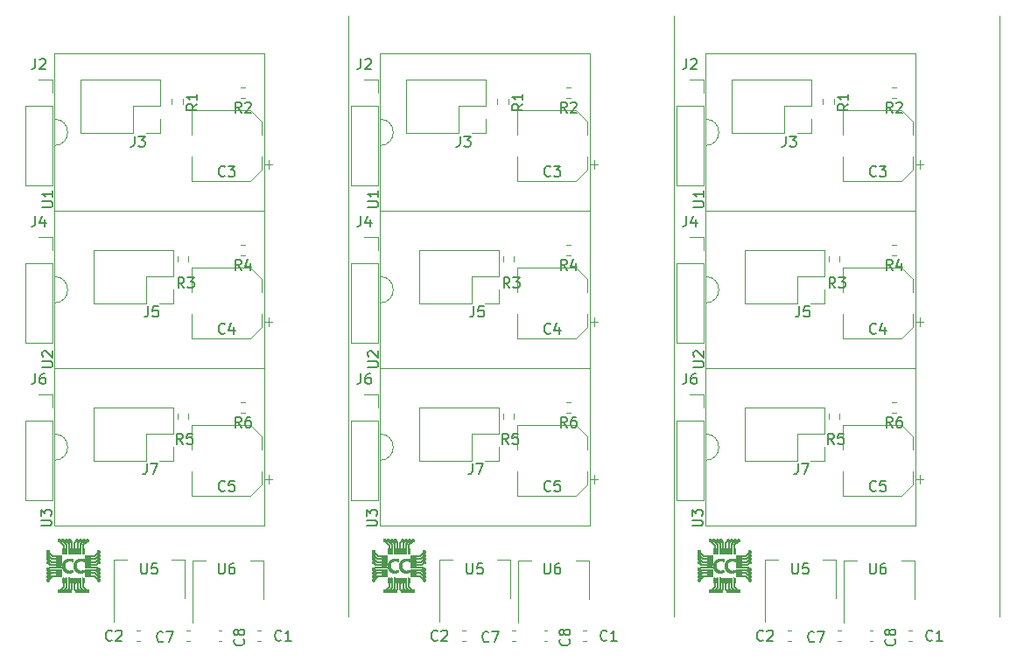
<source format=gbr>
%TF.GenerationSoftware,KiCad,Pcbnew,(5.1.10)-1*%
%TF.CreationDate,2022-04-18T12:48:46-04:00*%
%TF.ProjectId,blinds 2.0 Panel,626c696e-6473-4203-922e-302050616e65,rev?*%
%TF.SameCoordinates,Original*%
%TF.FileFunction,Legend,Top*%
%TF.FilePolarity,Positive*%
%FSLAX46Y46*%
G04 Gerber Fmt 4.6, Leading zero omitted, Abs format (unit mm)*
G04 Created by KiCad (PCBNEW (5.1.10)-1) date 2022-04-18 12:48:46*
%MOMM*%
%LPD*%
G01*
G04 APERTURE LIST*
%ADD10C,0.120000*%
%ADD11C,0.010000*%
%ADD12C,0.150000*%
G04 APERTURE END LIST*
D10*
X240792000Y-69088000D02*
X240792000Y-127254000D01*
X209296000Y-69088000D02*
X209296000Y-127254000D01*
X177800000Y-69088000D02*
X177800000Y-127254000D01*
D11*
%TO.C,G\u002A\u002A\u002A*%
G36*
X214378860Y-123462732D02*
G01*
X214383079Y-123464719D01*
X214386354Y-123466182D01*
X214388067Y-123466846D01*
X214388153Y-123466860D01*
X214389902Y-123467877D01*
X214392465Y-123470560D01*
X214395422Y-123474353D01*
X214398353Y-123478704D01*
X214400836Y-123483057D01*
X214401530Y-123484496D01*
X214405210Y-123492611D01*
X214405210Y-123933868D01*
X214401487Y-123942077D01*
X214398919Y-123947040D01*
X214395914Y-123951795D01*
X214392865Y-123955823D01*
X214390164Y-123958604D01*
X214388230Y-123959620D01*
X214386460Y-123960415D01*
X214384255Y-123962159D01*
X214381506Y-123963795D01*
X214377286Y-123965311D01*
X214374013Y-123966086D01*
X214369702Y-123967041D01*
X214366315Y-123968081D01*
X214364887Y-123968782D01*
X214364704Y-123969391D01*
X214364535Y-123970958D01*
X214364378Y-123973567D01*
X214364235Y-123977303D01*
X214364104Y-123982249D01*
X214363985Y-123988488D01*
X214363877Y-123996104D01*
X214363780Y-124005181D01*
X214363693Y-124015802D01*
X214363617Y-124028051D01*
X214363550Y-124042011D01*
X214363492Y-124057767D01*
X214363443Y-124075401D01*
X214363402Y-124094997D01*
X214363368Y-124116640D01*
X214363342Y-124140412D01*
X214363322Y-124166397D01*
X214363309Y-124194679D01*
X214363302Y-124225342D01*
X214363300Y-124255327D01*
X214363300Y-124540563D01*
X214408702Y-124586096D01*
X214417659Y-124595047D01*
X214426167Y-124603487D01*
X214434039Y-124611237D01*
X214441091Y-124618117D01*
X214447137Y-124623948D01*
X214451992Y-124628549D01*
X214455471Y-124631742D01*
X214457389Y-124633347D01*
X214457578Y-124633467D01*
X214461838Y-124634433D01*
X214467541Y-124633801D01*
X214474222Y-124631653D01*
X214477842Y-124630005D01*
X214483885Y-124627813D01*
X214491894Y-124626121D01*
X214501362Y-124624930D01*
X214511781Y-124624238D01*
X214522645Y-124624046D01*
X214533449Y-124624353D01*
X214543684Y-124625159D01*
X214552845Y-124626464D01*
X214560425Y-124628267D01*
X214564990Y-124630057D01*
X214568443Y-124631664D01*
X214571070Y-124632611D01*
X214571703Y-124632720D01*
X214573577Y-124633266D01*
X214577000Y-124634697D01*
X214581336Y-124636700D01*
X214585948Y-124638962D01*
X214590201Y-124641170D01*
X214593458Y-124643012D01*
X214595083Y-124644175D01*
X214595128Y-124644236D01*
X214596660Y-124645543D01*
X214599563Y-124647314D01*
X214600614Y-124647870D01*
X214603694Y-124649944D01*
X214607946Y-124653473D01*
X214612889Y-124657984D01*
X214618038Y-124663008D01*
X214622911Y-124668073D01*
X214627024Y-124672708D01*
X214629858Y-124676387D01*
X214633985Y-124682549D01*
X214636947Y-124687048D01*
X214639010Y-124690317D01*
X214640444Y-124692790D01*
X214641515Y-124694901D01*
X214642115Y-124696220D01*
X214643854Y-124700023D01*
X214646065Y-124704694D01*
X214647199Y-124707033D01*
X214648940Y-124710924D01*
X214650072Y-124714106D01*
X214650320Y-124715381D01*
X214650681Y-124717440D01*
X214651645Y-124721230D01*
X214653031Y-124726064D01*
X214653642Y-124728063D01*
X214654981Y-124732660D01*
X214655914Y-124736780D01*
X214656515Y-124741080D01*
X214656859Y-124746213D01*
X214657022Y-124752836D01*
X214657065Y-124757815D01*
X214657060Y-124765614D01*
X214656902Y-124771546D01*
X214656521Y-124776280D01*
X214655845Y-124780488D01*
X214654803Y-124784841D01*
X214653829Y-124788295D01*
X214652235Y-124793915D01*
X214650837Y-124799134D01*
X214649857Y-124803108D01*
X214649630Y-124804170D01*
X214648560Y-124807766D01*
X214647136Y-124810464D01*
X214647037Y-124810583D01*
X214645537Y-124812993D01*
X214643898Y-124816615D01*
X214643441Y-124817838D01*
X214641653Y-124822107D01*
X214639586Y-124825992D01*
X214639150Y-124826665D01*
X214636707Y-124830262D01*
X214634618Y-124833380D01*
X214632491Y-124836570D01*
X214629961Y-124840342D01*
X214629518Y-124841000D01*
X214626284Y-124845136D01*
X214621618Y-124850269D01*
X214616096Y-124855839D01*
X214610296Y-124861288D01*
X214604794Y-124866057D01*
X214600166Y-124869589D01*
X214599636Y-124869943D01*
X214595148Y-124872705D01*
X214589908Y-124875678D01*
X214584464Y-124878582D01*
X214579364Y-124881136D01*
X214575155Y-124883059D01*
X214572386Y-124884071D01*
X214571846Y-124884158D01*
X214569786Y-124884717D01*
X214566507Y-124886100D01*
X214564990Y-124886842D01*
X214559505Y-124888864D01*
X214552002Y-124890515D01*
X214542977Y-124891763D01*
X214532931Y-124892576D01*
X214522361Y-124892923D01*
X214511765Y-124892775D01*
X214501642Y-124892098D01*
X214494687Y-124891230D01*
X214488357Y-124889962D01*
X214481635Y-124888171D01*
X214476056Y-124886276D01*
X214471619Y-124884599D01*
X214467961Y-124883393D01*
X214465847Y-124882910D01*
X214465807Y-124882910D01*
X214463582Y-124882169D01*
X214460762Y-124880384D01*
X214460700Y-124880336D01*
X214457137Y-124877941D01*
X214453226Y-124875835D01*
X214448056Y-124872929D01*
X214441882Y-124868635D01*
X214435253Y-124863425D01*
X214428717Y-124857768D01*
X214422821Y-124852132D01*
X214418115Y-124846989D01*
X214415620Y-124843616D01*
X214413555Y-124840563D01*
X214411927Y-124838460D01*
X214409681Y-124835528D01*
X214406953Y-124831483D01*
X214404228Y-124827105D01*
X214401990Y-124823175D01*
X214400724Y-124820474D01*
X214400688Y-124820361D01*
X214399510Y-124817513D01*
X214397599Y-124813748D01*
X214396792Y-124812313D01*
X214394977Y-124808734D01*
X214393904Y-124805749D01*
X214393780Y-124804906D01*
X214393367Y-124802713D01*
X214392273Y-124798881D01*
X214390712Y-124794147D01*
X214390290Y-124792953D01*
X214389083Y-124789472D01*
X214388192Y-124786425D01*
X214387569Y-124783338D01*
X214387167Y-124779738D01*
X214386936Y-124775152D01*
X214386831Y-124769106D01*
X214386802Y-124761128D01*
X214386801Y-124758450D01*
X214386817Y-124749837D01*
X214386896Y-124743292D01*
X214387086Y-124738340D01*
X214387435Y-124734509D01*
X214387990Y-124731324D01*
X214388801Y-124728314D01*
X214389913Y-124725004D01*
X214390290Y-124723946D01*
X214391933Y-124719086D01*
X214393162Y-124714931D01*
X214393759Y-124712228D01*
X214393784Y-124711881D01*
X214394426Y-124709311D01*
X214396003Y-124705949D01*
X214396394Y-124705282D01*
X214397403Y-124703620D01*
X214398177Y-124702104D01*
X214398600Y-124700588D01*
X214398555Y-124698924D01*
X214397926Y-124696966D01*
X214396595Y-124694569D01*
X214394446Y-124691585D01*
X214391363Y-124687868D01*
X214387227Y-124683271D01*
X214381924Y-124677649D01*
X214375335Y-124670855D01*
X214367345Y-124662741D01*
X214357836Y-124653163D01*
X214346692Y-124641973D01*
X214342859Y-124638127D01*
X214332930Y-124628128D01*
X214323452Y-124618522D01*
X214314594Y-124609483D01*
X214306522Y-124601184D01*
X214299406Y-124593800D01*
X214293411Y-124587505D01*
X214288706Y-124582472D01*
X214285459Y-124578875D01*
X214283836Y-124576888D01*
X214283804Y-124576840D01*
X214280115Y-124571125D01*
X214279480Y-124271282D01*
X214279407Y-124237910D01*
X214279335Y-124206990D01*
X214279263Y-124178436D01*
X214279191Y-124152160D01*
X214279118Y-124128076D01*
X214279042Y-124106095D01*
X214278964Y-124086131D01*
X214278883Y-124068097D01*
X214278798Y-124051905D01*
X214278709Y-124037468D01*
X214278614Y-124024699D01*
X214278514Y-124013510D01*
X214278406Y-124003815D01*
X214278292Y-123995527D01*
X214278170Y-123988557D01*
X214278039Y-123982819D01*
X214277899Y-123978226D01*
X214277749Y-123974690D01*
X214277588Y-123972125D01*
X214277416Y-123970442D01*
X214277232Y-123969555D01*
X214277153Y-123969402D01*
X214274925Y-123967998D01*
X214271274Y-123966834D01*
X214269533Y-123966510D01*
X214262458Y-123964451D01*
X214255242Y-123960578D01*
X214248686Y-123955436D01*
X214243587Y-123949573D01*
X214242711Y-123948190D01*
X214241907Y-123946887D01*
X214241173Y-123945757D01*
X214240505Y-123944685D01*
X214239901Y-123943559D01*
X214239357Y-123942262D01*
X214238871Y-123940682D01*
X214238439Y-123938703D01*
X214238058Y-123936211D01*
X214237727Y-123933093D01*
X214237440Y-123929234D01*
X214237197Y-123924519D01*
X214236993Y-123918835D01*
X214236826Y-123912067D01*
X214236693Y-123904101D01*
X214236591Y-123894822D01*
X214236517Y-123884117D01*
X214236467Y-123871871D01*
X214236440Y-123857969D01*
X214236431Y-123842299D01*
X214236439Y-123824744D01*
X214236460Y-123805192D01*
X214236490Y-123783528D01*
X214236528Y-123759637D01*
X214236571Y-123733405D01*
X214236603Y-123712294D01*
X214236935Y-123489085D01*
X214241025Y-123482100D01*
X214245701Y-123475225D01*
X214251076Y-123469769D01*
X214257892Y-123465042D01*
X214261700Y-123462931D01*
X214269955Y-123458605D01*
X214370285Y-123458605D01*
X214378860Y-123462732D01*
G37*
X214378860Y-123462732D02*
X214383079Y-123464719D01*
X214386354Y-123466182D01*
X214388067Y-123466846D01*
X214388153Y-123466860D01*
X214389902Y-123467877D01*
X214392465Y-123470560D01*
X214395422Y-123474353D01*
X214398353Y-123478704D01*
X214400836Y-123483057D01*
X214401530Y-123484496D01*
X214405210Y-123492611D01*
X214405210Y-123933868D01*
X214401487Y-123942077D01*
X214398919Y-123947040D01*
X214395914Y-123951795D01*
X214392865Y-123955823D01*
X214390164Y-123958604D01*
X214388230Y-123959620D01*
X214386460Y-123960415D01*
X214384255Y-123962159D01*
X214381506Y-123963795D01*
X214377286Y-123965311D01*
X214374013Y-123966086D01*
X214369702Y-123967041D01*
X214366315Y-123968081D01*
X214364887Y-123968782D01*
X214364704Y-123969391D01*
X214364535Y-123970958D01*
X214364378Y-123973567D01*
X214364235Y-123977303D01*
X214364104Y-123982249D01*
X214363985Y-123988488D01*
X214363877Y-123996104D01*
X214363780Y-124005181D01*
X214363693Y-124015802D01*
X214363617Y-124028051D01*
X214363550Y-124042011D01*
X214363492Y-124057767D01*
X214363443Y-124075401D01*
X214363402Y-124094997D01*
X214363368Y-124116640D01*
X214363342Y-124140412D01*
X214363322Y-124166397D01*
X214363309Y-124194679D01*
X214363302Y-124225342D01*
X214363300Y-124255327D01*
X214363300Y-124540563D01*
X214408702Y-124586096D01*
X214417659Y-124595047D01*
X214426167Y-124603487D01*
X214434039Y-124611237D01*
X214441091Y-124618117D01*
X214447137Y-124623948D01*
X214451992Y-124628549D01*
X214455471Y-124631742D01*
X214457389Y-124633347D01*
X214457578Y-124633467D01*
X214461838Y-124634433D01*
X214467541Y-124633801D01*
X214474222Y-124631653D01*
X214477842Y-124630005D01*
X214483885Y-124627813D01*
X214491894Y-124626121D01*
X214501362Y-124624930D01*
X214511781Y-124624238D01*
X214522645Y-124624046D01*
X214533449Y-124624353D01*
X214543684Y-124625159D01*
X214552845Y-124626464D01*
X214560425Y-124628267D01*
X214564990Y-124630057D01*
X214568443Y-124631664D01*
X214571070Y-124632611D01*
X214571703Y-124632720D01*
X214573577Y-124633266D01*
X214577000Y-124634697D01*
X214581336Y-124636700D01*
X214585948Y-124638962D01*
X214590201Y-124641170D01*
X214593458Y-124643012D01*
X214595083Y-124644175D01*
X214595128Y-124644236D01*
X214596660Y-124645543D01*
X214599563Y-124647314D01*
X214600614Y-124647870D01*
X214603694Y-124649944D01*
X214607946Y-124653473D01*
X214612889Y-124657984D01*
X214618038Y-124663008D01*
X214622911Y-124668073D01*
X214627024Y-124672708D01*
X214629858Y-124676387D01*
X214633985Y-124682549D01*
X214636947Y-124687048D01*
X214639010Y-124690317D01*
X214640444Y-124692790D01*
X214641515Y-124694901D01*
X214642115Y-124696220D01*
X214643854Y-124700023D01*
X214646065Y-124704694D01*
X214647199Y-124707033D01*
X214648940Y-124710924D01*
X214650072Y-124714106D01*
X214650320Y-124715381D01*
X214650681Y-124717440D01*
X214651645Y-124721230D01*
X214653031Y-124726064D01*
X214653642Y-124728063D01*
X214654981Y-124732660D01*
X214655914Y-124736780D01*
X214656515Y-124741080D01*
X214656859Y-124746213D01*
X214657022Y-124752836D01*
X214657065Y-124757815D01*
X214657060Y-124765614D01*
X214656902Y-124771546D01*
X214656521Y-124776280D01*
X214655845Y-124780488D01*
X214654803Y-124784841D01*
X214653829Y-124788295D01*
X214652235Y-124793915D01*
X214650837Y-124799134D01*
X214649857Y-124803108D01*
X214649630Y-124804170D01*
X214648560Y-124807766D01*
X214647136Y-124810464D01*
X214647037Y-124810583D01*
X214645537Y-124812993D01*
X214643898Y-124816615D01*
X214643441Y-124817838D01*
X214641653Y-124822107D01*
X214639586Y-124825992D01*
X214639150Y-124826665D01*
X214636707Y-124830262D01*
X214634618Y-124833380D01*
X214632491Y-124836570D01*
X214629961Y-124840342D01*
X214629518Y-124841000D01*
X214626284Y-124845136D01*
X214621618Y-124850269D01*
X214616096Y-124855839D01*
X214610296Y-124861288D01*
X214604794Y-124866057D01*
X214600166Y-124869589D01*
X214599636Y-124869943D01*
X214595148Y-124872705D01*
X214589908Y-124875678D01*
X214584464Y-124878582D01*
X214579364Y-124881136D01*
X214575155Y-124883059D01*
X214572386Y-124884071D01*
X214571846Y-124884158D01*
X214569786Y-124884717D01*
X214566507Y-124886100D01*
X214564990Y-124886842D01*
X214559505Y-124888864D01*
X214552002Y-124890515D01*
X214542977Y-124891763D01*
X214532931Y-124892576D01*
X214522361Y-124892923D01*
X214511765Y-124892775D01*
X214501642Y-124892098D01*
X214494687Y-124891230D01*
X214488357Y-124889962D01*
X214481635Y-124888171D01*
X214476056Y-124886276D01*
X214471619Y-124884599D01*
X214467961Y-124883393D01*
X214465847Y-124882910D01*
X214465807Y-124882910D01*
X214463582Y-124882169D01*
X214460762Y-124880384D01*
X214460700Y-124880336D01*
X214457137Y-124877941D01*
X214453226Y-124875835D01*
X214448056Y-124872929D01*
X214441882Y-124868635D01*
X214435253Y-124863425D01*
X214428717Y-124857768D01*
X214422821Y-124852132D01*
X214418115Y-124846989D01*
X214415620Y-124843616D01*
X214413555Y-124840563D01*
X214411927Y-124838460D01*
X214409681Y-124835528D01*
X214406953Y-124831483D01*
X214404228Y-124827105D01*
X214401990Y-124823175D01*
X214400724Y-124820474D01*
X214400688Y-124820361D01*
X214399510Y-124817513D01*
X214397599Y-124813748D01*
X214396792Y-124812313D01*
X214394977Y-124808734D01*
X214393904Y-124805749D01*
X214393780Y-124804906D01*
X214393367Y-124802713D01*
X214392273Y-124798881D01*
X214390712Y-124794147D01*
X214390290Y-124792953D01*
X214389083Y-124789472D01*
X214388192Y-124786425D01*
X214387569Y-124783338D01*
X214387167Y-124779738D01*
X214386936Y-124775152D01*
X214386831Y-124769106D01*
X214386802Y-124761128D01*
X214386801Y-124758450D01*
X214386817Y-124749837D01*
X214386896Y-124743292D01*
X214387086Y-124738340D01*
X214387435Y-124734509D01*
X214387990Y-124731324D01*
X214388801Y-124728314D01*
X214389913Y-124725004D01*
X214390290Y-124723946D01*
X214391933Y-124719086D01*
X214393162Y-124714931D01*
X214393759Y-124712228D01*
X214393784Y-124711881D01*
X214394426Y-124709311D01*
X214396003Y-124705949D01*
X214396394Y-124705282D01*
X214397403Y-124703620D01*
X214398177Y-124702104D01*
X214398600Y-124700588D01*
X214398555Y-124698924D01*
X214397926Y-124696966D01*
X214396595Y-124694569D01*
X214394446Y-124691585D01*
X214391363Y-124687868D01*
X214387227Y-124683271D01*
X214381924Y-124677649D01*
X214375335Y-124670855D01*
X214367345Y-124662741D01*
X214357836Y-124653163D01*
X214346692Y-124641973D01*
X214342859Y-124638127D01*
X214332930Y-124628128D01*
X214323452Y-124618522D01*
X214314594Y-124609483D01*
X214306522Y-124601184D01*
X214299406Y-124593800D01*
X214293411Y-124587505D01*
X214288706Y-124582472D01*
X214285459Y-124578875D01*
X214283836Y-124576888D01*
X214283804Y-124576840D01*
X214280115Y-124571125D01*
X214279480Y-124271282D01*
X214279407Y-124237910D01*
X214279335Y-124206990D01*
X214279263Y-124178436D01*
X214279191Y-124152160D01*
X214279118Y-124128076D01*
X214279042Y-124106095D01*
X214278964Y-124086131D01*
X214278883Y-124068097D01*
X214278798Y-124051905D01*
X214278709Y-124037468D01*
X214278614Y-124024699D01*
X214278514Y-124013510D01*
X214278406Y-124003815D01*
X214278292Y-123995527D01*
X214278170Y-123988557D01*
X214278039Y-123982819D01*
X214277899Y-123978226D01*
X214277749Y-123974690D01*
X214277588Y-123972125D01*
X214277416Y-123970442D01*
X214277232Y-123969555D01*
X214277153Y-123969402D01*
X214274925Y-123967998D01*
X214271274Y-123966834D01*
X214269533Y-123966510D01*
X214262458Y-123964451D01*
X214255242Y-123960578D01*
X214248686Y-123955436D01*
X214243587Y-123949573D01*
X214242711Y-123948190D01*
X214241907Y-123946887D01*
X214241173Y-123945757D01*
X214240505Y-123944685D01*
X214239901Y-123943559D01*
X214239357Y-123942262D01*
X214238871Y-123940682D01*
X214238439Y-123938703D01*
X214238058Y-123936211D01*
X214237727Y-123933093D01*
X214237440Y-123929234D01*
X214237197Y-123924519D01*
X214236993Y-123918835D01*
X214236826Y-123912067D01*
X214236693Y-123904101D01*
X214236591Y-123894822D01*
X214236517Y-123884117D01*
X214236467Y-123871871D01*
X214236440Y-123857969D01*
X214236431Y-123842299D01*
X214236439Y-123824744D01*
X214236460Y-123805192D01*
X214236490Y-123783528D01*
X214236528Y-123759637D01*
X214236571Y-123733405D01*
X214236603Y-123712294D01*
X214236935Y-123489085D01*
X214241025Y-123482100D01*
X214245701Y-123475225D01*
X214251076Y-123469769D01*
X214257892Y-123465042D01*
X214261700Y-123462931D01*
X214269955Y-123458605D01*
X214370285Y-123458605D01*
X214378860Y-123462732D01*
G36*
X213787961Y-123458050D02*
G01*
X213797709Y-123458118D01*
X213806791Y-123458248D01*
X213814820Y-123458439D01*
X213821410Y-123458691D01*
X213826174Y-123459004D01*
X213828488Y-123459316D01*
X213837054Y-123462200D01*
X213845100Y-123466595D01*
X213852185Y-123472125D01*
X213857866Y-123478411D01*
X213861703Y-123485073D01*
X213862876Y-123488798D01*
X213863026Y-123490762D01*
X213863168Y-123495103D01*
X213863300Y-123501661D01*
X213863423Y-123510276D01*
X213863538Y-123520789D01*
X213863642Y-123533039D01*
X213863738Y-123546868D01*
X213863825Y-123562116D01*
X213863902Y-123578623D01*
X213863970Y-123596228D01*
X213864028Y-123614774D01*
X213864077Y-123634099D01*
X213864116Y-123654045D01*
X213864146Y-123674450D01*
X213864166Y-123695157D01*
X213864176Y-123716005D01*
X213864177Y-123736834D01*
X213864167Y-123757485D01*
X213864148Y-123777799D01*
X213864119Y-123797614D01*
X213864081Y-123816772D01*
X213864032Y-123835114D01*
X213863973Y-123852478D01*
X213863904Y-123868707D01*
X213863825Y-123883639D01*
X213863735Y-123897116D01*
X213863636Y-123908977D01*
X213863526Y-123919063D01*
X213863406Y-123927214D01*
X213863275Y-123933271D01*
X213863134Y-123937074D01*
X213863016Y-123938380D01*
X213861537Y-123941982D01*
X213858807Y-123946429D01*
X213855968Y-123950121D01*
X213848708Y-123957392D01*
X213841105Y-123962736D01*
X213833516Y-123965924D01*
X213830281Y-123966583D01*
X213826186Y-123967451D01*
X213823027Y-123968696D01*
X213822026Y-123969450D01*
X213821827Y-123970092D01*
X213821641Y-123971582D01*
X213821468Y-123974011D01*
X213821307Y-123977472D01*
X213821157Y-123982055D01*
X213821018Y-123987853D01*
X213820888Y-123994956D01*
X213820767Y-124003457D01*
X213820653Y-124013446D01*
X213820547Y-124025016D01*
X213820447Y-124038258D01*
X213820352Y-124053264D01*
X213820262Y-124070125D01*
X213820177Y-124088932D01*
X213820094Y-124109778D01*
X213820013Y-124132753D01*
X213819934Y-124157950D01*
X213819856Y-124185459D01*
X213819777Y-124215373D01*
X213819740Y-124230642D01*
X213819105Y-124489845D01*
X213815624Y-124494925D01*
X213814408Y-124496651D01*
X213813032Y-124498482D01*
X213811392Y-124500524D01*
X213809380Y-124502889D01*
X213806892Y-124505686D01*
X213803820Y-124509025D01*
X213800060Y-124513015D01*
X213795503Y-124517766D01*
X213790045Y-124523387D01*
X213783579Y-124529989D01*
X213775999Y-124537680D01*
X213767199Y-124546571D01*
X213757073Y-124556772D01*
X213745515Y-124568391D01*
X213732418Y-124581538D01*
X213717677Y-124596324D01*
X213710742Y-124603277D01*
X213694482Y-124619598D01*
X213679993Y-124634185D01*
X213667231Y-124647084D01*
X213656153Y-124658339D01*
X213646715Y-124667994D01*
X213638875Y-124676095D01*
X213632589Y-124682686D01*
X213627814Y-124687812D01*
X213624506Y-124691517D01*
X213622622Y-124693847D01*
X213622115Y-124694834D01*
X213625434Y-124704661D01*
X213628026Y-124712494D01*
X213629995Y-124718740D01*
X213631448Y-124723803D01*
X213632491Y-124728089D01*
X213633229Y-124732004D01*
X213633768Y-124735953D01*
X213634215Y-124740342D01*
X213634330Y-124741622D01*
X213634841Y-124750924D01*
X213634826Y-124760664D01*
X213634329Y-124770231D01*
X213633396Y-124779015D01*
X213632072Y-124786405D01*
X213630683Y-124791108D01*
X213628904Y-124796230D01*
X213627243Y-124801883D01*
X213626762Y-124803789D01*
X213625568Y-124807804D01*
X213624213Y-124810852D01*
X213623478Y-124811828D01*
X213621939Y-124813949D01*
X213620437Y-124817263D01*
X213620263Y-124817767D01*
X213617926Y-124822914D01*
X213613830Y-124829620D01*
X213608079Y-124837720D01*
X213607042Y-124839095D01*
X213602103Y-124844984D01*
X213596053Y-124851250D01*
X213589328Y-124857527D01*
X213582363Y-124863452D01*
X213575595Y-124868660D01*
X213569458Y-124872785D01*
X213564389Y-124875463D01*
X213563013Y-124875970D01*
X213560271Y-124877071D01*
X213556310Y-124878938D01*
X213553178Y-124880542D01*
X213549146Y-124882496D01*
X213545741Y-124883816D01*
X213544076Y-124884180D01*
X213541630Y-124884663D01*
X213537951Y-124885891D01*
X213535884Y-124886724D01*
X213530990Y-124888242D01*
X213524106Y-124889543D01*
X213515776Y-124890523D01*
X213509241Y-124891083D01*
X213504243Y-124891421D01*
X213499972Y-124891539D01*
X213495623Y-124891437D01*
X213490387Y-124891116D01*
X213483457Y-124890577D01*
X213483164Y-124890553D01*
X213477860Y-124889854D01*
X213471465Y-124888600D01*
X213464573Y-124886955D01*
X213457778Y-124885084D01*
X213451673Y-124883150D01*
X213446852Y-124881318D01*
X213443909Y-124879752D01*
X213443820Y-124879682D01*
X213441575Y-124878229D01*
X213438061Y-124876304D01*
X213436200Y-124875371D01*
X213431521Y-124873045D01*
X213426774Y-124870600D01*
X213425505Y-124869926D01*
X213422788Y-124868020D01*
X213418763Y-124864634D01*
X213413832Y-124860164D01*
X213408399Y-124855006D01*
X213402870Y-124849557D01*
X213397646Y-124844211D01*
X213393132Y-124839365D01*
X213389732Y-124835415D01*
X213388222Y-124833380D01*
X213385538Y-124829255D01*
X213382684Y-124824872D01*
X213382258Y-124824216D01*
X213379797Y-124819867D01*
X213377002Y-124814070D01*
X213374302Y-124807798D01*
X213372129Y-124802025D01*
X213371403Y-124799725D01*
X213369095Y-124790905D01*
X213367001Y-124781499D01*
X213365381Y-124772718D01*
X213364870Y-124769245D01*
X213364385Y-124763359D01*
X213364254Y-124756400D01*
X213364442Y-124749041D01*
X213364913Y-124741952D01*
X213365631Y-124735805D01*
X213366561Y-124731272D01*
X213366952Y-124730135D01*
X213368170Y-124726346D01*
X213369242Y-124721589D01*
X213369550Y-124719715D01*
X213370645Y-124714903D01*
X213372660Y-124708623D01*
X213375318Y-124701645D01*
X213378340Y-124694739D01*
X213379154Y-124693045D01*
X213380736Y-124690181D01*
X213383245Y-124686003D01*
X213386188Y-124681300D01*
X213389071Y-124676865D01*
X213391028Y-124674006D01*
X213393277Y-124671265D01*
X213396873Y-124667333D01*
X213401312Y-124662714D01*
X213406093Y-124657913D01*
X213410714Y-124653432D01*
X213414671Y-124649776D01*
X213417463Y-124647448D01*
X213417635Y-124647325D01*
X213429785Y-124639404D01*
X213441545Y-124633177D01*
X213453877Y-124628186D01*
X213466045Y-124624435D01*
X213479240Y-124621581D01*
X213492758Y-124620039D01*
X213506002Y-124619813D01*
X213518375Y-124620909D01*
X213529282Y-124623331D01*
X213530920Y-124623866D01*
X213535441Y-124625237D01*
X213539478Y-124626149D01*
X213541491Y-124626376D01*
X213544584Y-124627041D01*
X213548444Y-124628705D01*
X213549865Y-124629511D01*
X213551657Y-124630670D01*
X213553228Y-124631681D01*
X213554705Y-124632442D01*
X213556213Y-124632850D01*
X213557881Y-124632801D01*
X213559835Y-124632194D01*
X213562201Y-124630925D01*
X213565108Y-124628892D01*
X213568680Y-124625992D01*
X213573047Y-124622123D01*
X213578334Y-124617180D01*
X213584668Y-124611063D01*
X213592176Y-124603667D01*
X213600985Y-124594891D01*
X213611222Y-124584630D01*
X213623014Y-124572784D01*
X213635965Y-124559772D01*
X213647629Y-124548050D01*
X213659066Y-124536534D01*
X213670107Y-124525397D01*
X213680582Y-124514812D01*
X213690321Y-124504950D01*
X213699153Y-124495984D01*
X213706910Y-124488086D01*
X213713421Y-124481429D01*
X213718515Y-124476185D01*
X213722024Y-124472526D01*
X213722585Y-124471932D01*
X213736555Y-124457039D01*
X213736555Y-124214089D01*
X213736553Y-124184659D01*
X213736548Y-124157665D01*
X213736538Y-124133003D01*
X213736523Y-124110569D01*
X213736501Y-124090259D01*
X213736473Y-124071968D01*
X213736437Y-124055593D01*
X213736392Y-124041030D01*
X213736337Y-124028175D01*
X213736273Y-124016923D01*
X213736197Y-124007170D01*
X213736109Y-123998814D01*
X213736009Y-123991748D01*
X213735895Y-123985871D01*
X213735766Y-123981076D01*
X213735623Y-123977261D01*
X213735463Y-123974321D01*
X213735286Y-123972153D01*
X213735092Y-123970652D01*
X213734879Y-123969714D01*
X213734647Y-123969235D01*
X213734619Y-123969205D01*
X213732213Y-123967782D01*
X213728484Y-123966520D01*
X213726999Y-123966187D01*
X213722563Y-123964828D01*
X213717591Y-123962572D01*
X213715149Y-123961165D01*
X213708713Y-123956385D01*
X213703910Y-123951071D01*
X213700266Y-123944559D01*
X213697309Y-123936185D01*
X213697282Y-123936091D01*
X213694010Y-123924804D01*
X213694029Y-123713929D01*
X213694032Y-123686801D01*
X213694037Y-123662094D01*
X213694046Y-123639689D01*
X213694059Y-123619466D01*
X213694079Y-123601306D01*
X213694106Y-123585090D01*
X213694141Y-123570699D01*
X213694187Y-123558014D01*
X213694244Y-123546915D01*
X213694314Y-123537283D01*
X213694398Y-123529000D01*
X213694498Y-123521945D01*
X213694614Y-123516000D01*
X213694749Y-123511046D01*
X213694903Y-123506963D01*
X213695078Y-123503632D01*
X213695275Y-123500934D01*
X213695496Y-123498750D01*
X213695742Y-123496960D01*
X213696014Y-123495446D01*
X213696314Y-123494088D01*
X213696522Y-123493240D01*
X213698416Y-123486374D01*
X213700306Y-123481312D01*
X213702556Y-123477346D01*
X213705530Y-123473767D01*
X213707557Y-123471753D01*
X213715398Y-123465890D01*
X213724739Y-123461555D01*
X213733555Y-123459300D01*
X213737138Y-123458936D01*
X213742762Y-123458634D01*
X213750041Y-123458394D01*
X213758586Y-123458215D01*
X213768013Y-123458098D01*
X213777933Y-123458043D01*
X213787961Y-123458050D01*
G37*
X213787961Y-123458050D02*
X213797709Y-123458118D01*
X213806791Y-123458248D01*
X213814820Y-123458439D01*
X213821410Y-123458691D01*
X213826174Y-123459004D01*
X213828488Y-123459316D01*
X213837054Y-123462200D01*
X213845100Y-123466595D01*
X213852185Y-123472125D01*
X213857866Y-123478411D01*
X213861703Y-123485073D01*
X213862876Y-123488798D01*
X213863026Y-123490762D01*
X213863168Y-123495103D01*
X213863300Y-123501661D01*
X213863423Y-123510276D01*
X213863538Y-123520789D01*
X213863642Y-123533039D01*
X213863738Y-123546868D01*
X213863825Y-123562116D01*
X213863902Y-123578623D01*
X213863970Y-123596228D01*
X213864028Y-123614774D01*
X213864077Y-123634099D01*
X213864116Y-123654045D01*
X213864146Y-123674450D01*
X213864166Y-123695157D01*
X213864176Y-123716005D01*
X213864177Y-123736834D01*
X213864167Y-123757485D01*
X213864148Y-123777799D01*
X213864119Y-123797614D01*
X213864081Y-123816772D01*
X213864032Y-123835114D01*
X213863973Y-123852478D01*
X213863904Y-123868707D01*
X213863825Y-123883639D01*
X213863735Y-123897116D01*
X213863636Y-123908977D01*
X213863526Y-123919063D01*
X213863406Y-123927214D01*
X213863275Y-123933271D01*
X213863134Y-123937074D01*
X213863016Y-123938380D01*
X213861537Y-123941982D01*
X213858807Y-123946429D01*
X213855968Y-123950121D01*
X213848708Y-123957392D01*
X213841105Y-123962736D01*
X213833516Y-123965924D01*
X213830281Y-123966583D01*
X213826186Y-123967451D01*
X213823027Y-123968696D01*
X213822026Y-123969450D01*
X213821827Y-123970092D01*
X213821641Y-123971582D01*
X213821468Y-123974011D01*
X213821307Y-123977472D01*
X213821157Y-123982055D01*
X213821018Y-123987853D01*
X213820888Y-123994956D01*
X213820767Y-124003457D01*
X213820653Y-124013446D01*
X213820547Y-124025016D01*
X213820447Y-124038258D01*
X213820352Y-124053264D01*
X213820262Y-124070125D01*
X213820177Y-124088932D01*
X213820094Y-124109778D01*
X213820013Y-124132753D01*
X213819934Y-124157950D01*
X213819856Y-124185459D01*
X213819777Y-124215373D01*
X213819740Y-124230642D01*
X213819105Y-124489845D01*
X213815624Y-124494925D01*
X213814408Y-124496651D01*
X213813032Y-124498482D01*
X213811392Y-124500524D01*
X213809380Y-124502889D01*
X213806892Y-124505686D01*
X213803820Y-124509025D01*
X213800060Y-124513015D01*
X213795503Y-124517766D01*
X213790045Y-124523387D01*
X213783579Y-124529989D01*
X213775999Y-124537680D01*
X213767199Y-124546571D01*
X213757073Y-124556772D01*
X213745515Y-124568391D01*
X213732418Y-124581538D01*
X213717677Y-124596324D01*
X213710742Y-124603277D01*
X213694482Y-124619598D01*
X213679993Y-124634185D01*
X213667231Y-124647084D01*
X213656153Y-124658339D01*
X213646715Y-124667994D01*
X213638875Y-124676095D01*
X213632589Y-124682686D01*
X213627814Y-124687812D01*
X213624506Y-124691517D01*
X213622622Y-124693847D01*
X213622115Y-124694834D01*
X213625434Y-124704661D01*
X213628026Y-124712494D01*
X213629995Y-124718740D01*
X213631448Y-124723803D01*
X213632491Y-124728089D01*
X213633229Y-124732004D01*
X213633768Y-124735953D01*
X213634215Y-124740342D01*
X213634330Y-124741622D01*
X213634841Y-124750924D01*
X213634826Y-124760664D01*
X213634329Y-124770231D01*
X213633396Y-124779015D01*
X213632072Y-124786405D01*
X213630683Y-124791108D01*
X213628904Y-124796230D01*
X213627243Y-124801883D01*
X213626762Y-124803789D01*
X213625568Y-124807804D01*
X213624213Y-124810852D01*
X213623478Y-124811828D01*
X213621939Y-124813949D01*
X213620437Y-124817263D01*
X213620263Y-124817767D01*
X213617926Y-124822914D01*
X213613830Y-124829620D01*
X213608079Y-124837720D01*
X213607042Y-124839095D01*
X213602103Y-124844984D01*
X213596053Y-124851250D01*
X213589328Y-124857527D01*
X213582363Y-124863452D01*
X213575595Y-124868660D01*
X213569458Y-124872785D01*
X213564389Y-124875463D01*
X213563013Y-124875970D01*
X213560271Y-124877071D01*
X213556310Y-124878938D01*
X213553178Y-124880542D01*
X213549146Y-124882496D01*
X213545741Y-124883816D01*
X213544076Y-124884180D01*
X213541630Y-124884663D01*
X213537951Y-124885891D01*
X213535884Y-124886724D01*
X213530990Y-124888242D01*
X213524106Y-124889543D01*
X213515776Y-124890523D01*
X213509241Y-124891083D01*
X213504243Y-124891421D01*
X213499972Y-124891539D01*
X213495623Y-124891437D01*
X213490387Y-124891116D01*
X213483457Y-124890577D01*
X213483164Y-124890553D01*
X213477860Y-124889854D01*
X213471465Y-124888600D01*
X213464573Y-124886955D01*
X213457778Y-124885084D01*
X213451673Y-124883150D01*
X213446852Y-124881318D01*
X213443909Y-124879752D01*
X213443820Y-124879682D01*
X213441575Y-124878229D01*
X213438061Y-124876304D01*
X213436200Y-124875371D01*
X213431521Y-124873045D01*
X213426774Y-124870600D01*
X213425505Y-124869926D01*
X213422788Y-124868020D01*
X213418763Y-124864634D01*
X213413832Y-124860164D01*
X213408399Y-124855006D01*
X213402870Y-124849557D01*
X213397646Y-124844211D01*
X213393132Y-124839365D01*
X213389732Y-124835415D01*
X213388222Y-124833380D01*
X213385538Y-124829255D01*
X213382684Y-124824872D01*
X213382258Y-124824216D01*
X213379797Y-124819867D01*
X213377002Y-124814070D01*
X213374302Y-124807798D01*
X213372129Y-124802025D01*
X213371403Y-124799725D01*
X213369095Y-124790905D01*
X213367001Y-124781499D01*
X213365381Y-124772718D01*
X213364870Y-124769245D01*
X213364385Y-124763359D01*
X213364254Y-124756400D01*
X213364442Y-124749041D01*
X213364913Y-124741952D01*
X213365631Y-124735805D01*
X213366561Y-124731272D01*
X213366952Y-124730135D01*
X213368170Y-124726346D01*
X213369242Y-124721589D01*
X213369550Y-124719715D01*
X213370645Y-124714903D01*
X213372660Y-124708623D01*
X213375318Y-124701645D01*
X213378340Y-124694739D01*
X213379154Y-124693045D01*
X213380736Y-124690181D01*
X213383245Y-124686003D01*
X213386188Y-124681300D01*
X213389071Y-124676865D01*
X213391028Y-124674006D01*
X213393277Y-124671265D01*
X213396873Y-124667333D01*
X213401312Y-124662714D01*
X213406093Y-124657913D01*
X213410714Y-124653432D01*
X213414671Y-124649776D01*
X213417463Y-124647448D01*
X213417635Y-124647325D01*
X213429785Y-124639404D01*
X213441545Y-124633177D01*
X213453877Y-124628186D01*
X213466045Y-124624435D01*
X213479240Y-124621581D01*
X213492758Y-124620039D01*
X213506002Y-124619813D01*
X213518375Y-124620909D01*
X213529282Y-124623331D01*
X213530920Y-124623866D01*
X213535441Y-124625237D01*
X213539478Y-124626149D01*
X213541491Y-124626376D01*
X213544584Y-124627041D01*
X213548444Y-124628705D01*
X213549865Y-124629511D01*
X213551657Y-124630670D01*
X213553228Y-124631681D01*
X213554705Y-124632442D01*
X213556213Y-124632850D01*
X213557881Y-124632801D01*
X213559835Y-124632194D01*
X213562201Y-124630925D01*
X213565108Y-124628892D01*
X213568680Y-124625992D01*
X213573047Y-124622123D01*
X213578334Y-124617180D01*
X213584668Y-124611063D01*
X213592176Y-124603667D01*
X213600985Y-124594891D01*
X213611222Y-124584630D01*
X213623014Y-124572784D01*
X213635965Y-124559772D01*
X213647629Y-124548050D01*
X213659066Y-124536534D01*
X213670107Y-124525397D01*
X213680582Y-124514812D01*
X213690321Y-124504950D01*
X213699153Y-124495984D01*
X213706910Y-124488086D01*
X213713421Y-124481429D01*
X213718515Y-124476185D01*
X213722024Y-124472526D01*
X213722585Y-124471932D01*
X213736555Y-124457039D01*
X213736555Y-124214089D01*
X213736553Y-124184659D01*
X213736548Y-124157665D01*
X213736538Y-124133003D01*
X213736523Y-124110569D01*
X213736501Y-124090259D01*
X213736473Y-124071968D01*
X213736437Y-124055593D01*
X213736392Y-124041030D01*
X213736337Y-124028175D01*
X213736273Y-124016923D01*
X213736197Y-124007170D01*
X213736109Y-123998814D01*
X213736009Y-123991748D01*
X213735895Y-123985871D01*
X213735766Y-123981076D01*
X213735623Y-123977261D01*
X213735463Y-123974321D01*
X213735286Y-123972153D01*
X213735092Y-123970652D01*
X213734879Y-123969714D01*
X213734647Y-123969235D01*
X213734619Y-123969205D01*
X213732213Y-123967782D01*
X213728484Y-123966520D01*
X213726999Y-123966187D01*
X213722563Y-123964828D01*
X213717591Y-123962572D01*
X213715149Y-123961165D01*
X213708713Y-123956385D01*
X213703910Y-123951071D01*
X213700266Y-123944559D01*
X213697309Y-123936185D01*
X213697282Y-123936091D01*
X213694010Y-123924804D01*
X213694029Y-123713929D01*
X213694032Y-123686801D01*
X213694037Y-123662094D01*
X213694046Y-123639689D01*
X213694059Y-123619466D01*
X213694079Y-123601306D01*
X213694106Y-123585090D01*
X213694141Y-123570699D01*
X213694187Y-123558014D01*
X213694244Y-123546915D01*
X213694314Y-123537283D01*
X213694398Y-123529000D01*
X213694498Y-123521945D01*
X213694614Y-123516000D01*
X213694749Y-123511046D01*
X213694903Y-123506963D01*
X213695078Y-123503632D01*
X213695275Y-123500934D01*
X213695496Y-123498750D01*
X213695742Y-123496960D01*
X213696014Y-123495446D01*
X213696314Y-123494088D01*
X213696522Y-123493240D01*
X213698416Y-123486374D01*
X213700306Y-123481312D01*
X213702556Y-123477346D01*
X213705530Y-123473767D01*
X213707557Y-123471753D01*
X213715398Y-123465890D01*
X213724739Y-123461555D01*
X213733555Y-123459300D01*
X213737138Y-123458936D01*
X213742762Y-123458634D01*
X213750041Y-123458394D01*
X213758586Y-123458215D01*
X213768013Y-123458098D01*
X213777933Y-123458043D01*
X213787961Y-123458050D01*
G36*
X214109935Y-123463325D02*
G01*
X214117344Y-123467673D01*
X214122907Y-123472037D01*
X214127252Y-123477003D01*
X214130857Y-123482877D01*
X214134720Y-123490116D01*
X214134392Y-123715025D01*
X214134065Y-123939935D01*
X214130615Y-123945015D01*
X214128091Y-123948712D01*
X214125832Y-123951989D01*
X214125201Y-123952895D01*
X214121920Y-123956272D01*
X214117027Y-123959813D01*
X214111364Y-123963021D01*
X214105773Y-123965400D01*
X214102529Y-123966274D01*
X214098475Y-123967196D01*
X214095362Y-123968237D01*
X214094377Y-123968777D01*
X214094195Y-123969386D01*
X214094026Y-123970952D01*
X214093871Y-123973561D01*
X214093727Y-123977295D01*
X214093596Y-123982237D01*
X214093477Y-123988470D01*
X214093369Y-123996078D01*
X214093271Y-124005143D01*
X214093184Y-124015749D01*
X214093106Y-124027979D01*
X214093038Y-124041916D01*
X214092978Y-124057644D01*
X214092927Y-124075244D01*
X214092884Y-124094801D01*
X214092848Y-124116398D01*
X214092819Y-124140117D01*
X214092797Y-124166042D01*
X214092781Y-124194256D01*
X214092770Y-124224842D01*
X214092764Y-124257884D01*
X214092764Y-124258543D01*
X214092756Y-124293050D01*
X214092736Y-124325633D01*
X214092706Y-124356247D01*
X214092665Y-124384850D01*
X214092613Y-124411402D01*
X214092551Y-124435858D01*
X214092479Y-124458178D01*
X214092398Y-124478318D01*
X214092306Y-124496237D01*
X214092205Y-124511893D01*
X214092095Y-124525242D01*
X214091975Y-124536244D01*
X214091847Y-124544855D01*
X214091710Y-124551034D01*
X214091564Y-124554738D01*
X214091480Y-124555702D01*
X214090336Y-124561291D01*
X214088780Y-124565753D01*
X214087696Y-124567621D01*
X214085924Y-124570296D01*
X214085170Y-124572277D01*
X214085170Y-124572300D01*
X214084296Y-124573435D01*
X214081776Y-124576206D01*
X214077762Y-124580459D01*
X214072407Y-124586035D01*
X214065862Y-124592780D01*
X214058279Y-124600535D01*
X214049811Y-124609144D01*
X214040609Y-124618451D01*
X214030827Y-124628300D01*
X214028871Y-124630263D01*
X214018919Y-124640268D01*
X214009460Y-124649812D01*
X214000652Y-124658733D01*
X213992656Y-124666867D01*
X213985632Y-124674050D01*
X213979740Y-124680119D01*
X213975140Y-124684909D01*
X213971992Y-124688257D01*
X213970456Y-124690000D01*
X213970372Y-124690117D01*
X213969121Y-124692383D01*
X213968825Y-124694543D01*
X213969449Y-124697611D01*
X213970037Y-124699610D01*
X213971785Y-124704748D01*
X213973864Y-124710072D01*
X213974465Y-124711460D01*
X213976754Y-124718264D01*
X213978503Y-124726925D01*
X213979714Y-124736943D01*
X213980389Y-124747817D01*
X213980530Y-124759049D01*
X213980139Y-124770138D01*
X213979217Y-124780586D01*
X213977768Y-124789892D01*
X213975791Y-124797557D01*
X213974121Y-124801630D01*
X213972170Y-124805921D01*
X213970672Y-124810056D01*
X213970310Y-124811412D01*
X213968962Y-124815314D01*
X213967227Y-124818397D01*
X213965533Y-124820875D01*
X213963045Y-124824782D01*
X213960248Y-124829355D01*
X213959713Y-124830251D01*
X213956618Y-124834795D01*
X213952271Y-124840323D01*
X213947163Y-124846287D01*
X213941790Y-124852142D01*
X213936644Y-124857343D01*
X213932219Y-124861342D01*
X213930230Y-124862862D01*
X213927500Y-124864736D01*
X213923604Y-124867420D01*
X213920070Y-124869859D01*
X213905535Y-124878362D01*
X213889627Y-124884760D01*
X213872417Y-124889036D01*
X213853978Y-124891171D01*
X213834381Y-124891151D01*
X213831170Y-124890948D01*
X213824931Y-124890290D01*
X213818685Y-124889272D01*
X213813157Y-124888042D01*
X213809073Y-124886751D01*
X213807789Y-124886123D01*
X213804688Y-124884756D01*
X213800797Y-124883708D01*
X213800580Y-124883668D01*
X213796524Y-124882482D01*
X213791197Y-124880291D01*
X213785440Y-124877503D01*
X213780092Y-124874525D01*
X213776023Y-124871784D01*
X213773167Y-124869879D01*
X213770926Y-124868956D01*
X213770725Y-124868940D01*
X213768740Y-124868143D01*
X213766015Y-124866180D01*
X213765499Y-124865728D01*
X213762334Y-124862974D01*
X213758401Y-124859700D01*
X213756644Y-124858281D01*
X213753210Y-124855190D01*
X213749077Y-124850934D01*
X213744580Y-124845924D01*
X213740054Y-124840572D01*
X213735836Y-124835289D01*
X213732261Y-124830487D01*
X213729663Y-124826577D01*
X213728379Y-124823971D01*
X213728300Y-124823501D01*
X213727579Y-124821727D01*
X213725870Y-124819203D01*
X213724171Y-124816267D01*
X213722367Y-124811975D01*
X213721299Y-124808749D01*
X213719645Y-124803569D01*
X213717762Y-124798399D01*
X213716748Y-124795936D01*
X213715215Y-124791221D01*
X213713817Y-124784594D01*
X213712639Y-124776685D01*
X213711772Y-124768123D01*
X213711301Y-124759534D01*
X213711246Y-124756545D01*
X213711463Y-124748242D01*
X213712171Y-124739436D01*
X213713276Y-124730780D01*
X213714683Y-124722925D01*
X213716300Y-124716520D01*
X213717455Y-124713365D01*
X213719251Y-124709060D01*
X213720674Y-124705136D01*
X213721139Y-124703555D01*
X213722402Y-124700282D01*
X213724499Y-124696429D01*
X213725140Y-124695440D01*
X213727099Y-124692058D01*
X213728207Y-124689183D01*
X213728300Y-124688497D01*
X213728933Y-124686135D01*
X213729584Y-124685415D01*
X213730914Y-124683984D01*
X213733062Y-124681075D01*
X213735093Y-124678038D01*
X213738998Y-124672751D01*
X213744359Y-124666575D01*
X213750576Y-124660113D01*
X213757049Y-124653968D01*
X213763179Y-124648743D01*
X213767035Y-124645896D01*
X213773818Y-124641370D01*
X213778884Y-124638085D01*
X213782592Y-124635828D01*
X213785304Y-124634380D01*
X213787381Y-124633526D01*
X213787990Y-124633337D01*
X213791369Y-124632023D01*
X213794975Y-124630163D01*
X213798358Y-124628662D01*
X213803033Y-124627200D01*
X213806405Y-124626416D01*
X213811924Y-124625179D01*
X213817628Y-124623650D01*
X213820375Y-124622795D01*
X213823661Y-124621907D01*
X213827690Y-124621291D01*
X213832933Y-124620907D01*
X213839860Y-124620721D01*
X213847045Y-124620688D01*
X213855179Y-124620748D01*
X213861340Y-124620933D01*
X213866094Y-124621299D01*
X213870007Y-124621903D01*
X213873646Y-124622799D01*
X213876071Y-124623545D01*
X213880824Y-124624962D01*
X213884964Y-124625975D01*
X213887605Y-124626369D01*
X213887629Y-124626370D01*
X213890370Y-124626953D01*
X213894202Y-124628442D01*
X213896453Y-124629545D01*
X213900553Y-124631387D01*
X213904325Y-124632532D01*
X213905824Y-124632720D01*
X213906870Y-124632438D01*
X213908446Y-124631509D01*
X213910690Y-124629803D01*
X213913738Y-124627192D01*
X213917728Y-124623549D01*
X213922796Y-124618744D01*
X213929082Y-124612651D01*
X213936721Y-124605140D01*
X213945851Y-124596083D01*
X213956609Y-124585352D01*
X213957684Y-124584277D01*
X213969048Y-124572888D01*
X213978698Y-124563148D01*
X213986746Y-124554939D01*
X213993303Y-124548142D01*
X213998481Y-124542640D01*
X214002390Y-124538314D01*
X214005143Y-124535047D01*
X214006850Y-124532720D01*
X214007609Y-124531254D01*
X214007788Y-124529437D01*
X214007952Y-124525240D01*
X214008103Y-124518804D01*
X214008240Y-124510268D01*
X214008364Y-124499775D01*
X214008474Y-124487463D01*
X214008571Y-124473474D01*
X214008656Y-124457948D01*
X214008728Y-124441025D01*
X214008787Y-124422847D01*
X214008835Y-124403552D01*
X214008870Y-124383283D01*
X214008894Y-124362179D01*
X214008907Y-124340381D01*
X214008908Y-124318029D01*
X214008898Y-124295264D01*
X214008878Y-124272226D01*
X214008847Y-124249056D01*
X214008805Y-124225894D01*
X214008753Y-124202881D01*
X214008692Y-124180157D01*
X214008621Y-124157862D01*
X214008540Y-124136138D01*
X214008450Y-124115124D01*
X214008351Y-124094960D01*
X214008243Y-124075789D01*
X214008127Y-124057749D01*
X214008002Y-124040982D01*
X214007869Y-124025628D01*
X214007728Y-124011827D01*
X214007580Y-123999719D01*
X214007424Y-123989446D01*
X214007261Y-123981148D01*
X214007090Y-123974965D01*
X214006913Y-123971038D01*
X214006730Y-123969507D01*
X214006725Y-123969501D01*
X214004659Y-123968216D01*
X214000981Y-123966904D01*
X213997638Y-123966090D01*
X213992968Y-123964857D01*
X213988878Y-123963241D01*
X213986982Y-123962119D01*
X213984381Y-123960365D01*
X213982540Y-123959620D01*
X213982523Y-123959620D01*
X213980781Y-123958578D01*
X213978248Y-123955797D01*
X213975300Y-123951793D01*
X213972315Y-123947083D01*
X213969669Y-123942184D01*
X213969379Y-123941582D01*
X213965790Y-123933991D01*
X213965790Y-123493367D01*
X213968965Y-123486425D01*
X213970657Y-123482575D01*
X213971809Y-123479668D01*
X213972140Y-123478516D01*
X213973152Y-123476641D01*
X213975850Y-123473894D01*
X213979723Y-123470677D01*
X213984260Y-123467396D01*
X213988952Y-123464455D01*
X213991825Y-123462926D01*
X214000715Y-123458605D01*
X214101045Y-123458605D01*
X214109935Y-123463325D01*
G37*
X214109935Y-123463325D02*
X214117344Y-123467673D01*
X214122907Y-123472037D01*
X214127252Y-123477003D01*
X214130857Y-123482877D01*
X214134720Y-123490116D01*
X214134392Y-123715025D01*
X214134065Y-123939935D01*
X214130615Y-123945015D01*
X214128091Y-123948712D01*
X214125832Y-123951989D01*
X214125201Y-123952895D01*
X214121920Y-123956272D01*
X214117027Y-123959813D01*
X214111364Y-123963021D01*
X214105773Y-123965400D01*
X214102529Y-123966274D01*
X214098475Y-123967196D01*
X214095362Y-123968237D01*
X214094377Y-123968777D01*
X214094195Y-123969386D01*
X214094026Y-123970952D01*
X214093871Y-123973561D01*
X214093727Y-123977295D01*
X214093596Y-123982237D01*
X214093477Y-123988470D01*
X214093369Y-123996078D01*
X214093271Y-124005143D01*
X214093184Y-124015749D01*
X214093106Y-124027979D01*
X214093038Y-124041916D01*
X214092978Y-124057644D01*
X214092927Y-124075244D01*
X214092884Y-124094801D01*
X214092848Y-124116398D01*
X214092819Y-124140117D01*
X214092797Y-124166042D01*
X214092781Y-124194256D01*
X214092770Y-124224842D01*
X214092764Y-124257884D01*
X214092764Y-124258543D01*
X214092756Y-124293050D01*
X214092736Y-124325633D01*
X214092706Y-124356247D01*
X214092665Y-124384850D01*
X214092613Y-124411402D01*
X214092551Y-124435858D01*
X214092479Y-124458178D01*
X214092398Y-124478318D01*
X214092306Y-124496237D01*
X214092205Y-124511893D01*
X214092095Y-124525242D01*
X214091975Y-124536244D01*
X214091847Y-124544855D01*
X214091710Y-124551034D01*
X214091564Y-124554738D01*
X214091480Y-124555702D01*
X214090336Y-124561291D01*
X214088780Y-124565753D01*
X214087696Y-124567621D01*
X214085924Y-124570296D01*
X214085170Y-124572277D01*
X214085170Y-124572300D01*
X214084296Y-124573435D01*
X214081776Y-124576206D01*
X214077762Y-124580459D01*
X214072407Y-124586035D01*
X214065862Y-124592780D01*
X214058279Y-124600535D01*
X214049811Y-124609144D01*
X214040609Y-124618451D01*
X214030827Y-124628300D01*
X214028871Y-124630263D01*
X214018919Y-124640268D01*
X214009460Y-124649812D01*
X214000652Y-124658733D01*
X213992656Y-124666867D01*
X213985632Y-124674050D01*
X213979740Y-124680119D01*
X213975140Y-124684909D01*
X213971992Y-124688257D01*
X213970456Y-124690000D01*
X213970372Y-124690117D01*
X213969121Y-124692383D01*
X213968825Y-124694543D01*
X213969449Y-124697611D01*
X213970037Y-124699610D01*
X213971785Y-124704748D01*
X213973864Y-124710072D01*
X213974465Y-124711460D01*
X213976754Y-124718264D01*
X213978503Y-124726925D01*
X213979714Y-124736943D01*
X213980389Y-124747817D01*
X213980530Y-124759049D01*
X213980139Y-124770138D01*
X213979217Y-124780586D01*
X213977768Y-124789892D01*
X213975791Y-124797557D01*
X213974121Y-124801630D01*
X213972170Y-124805921D01*
X213970672Y-124810056D01*
X213970310Y-124811412D01*
X213968962Y-124815314D01*
X213967227Y-124818397D01*
X213965533Y-124820875D01*
X213963045Y-124824782D01*
X213960248Y-124829355D01*
X213959713Y-124830251D01*
X213956618Y-124834795D01*
X213952271Y-124840323D01*
X213947163Y-124846287D01*
X213941790Y-124852142D01*
X213936644Y-124857343D01*
X213932219Y-124861342D01*
X213930230Y-124862862D01*
X213927500Y-124864736D01*
X213923604Y-124867420D01*
X213920070Y-124869859D01*
X213905535Y-124878362D01*
X213889627Y-124884760D01*
X213872417Y-124889036D01*
X213853978Y-124891171D01*
X213834381Y-124891151D01*
X213831170Y-124890948D01*
X213824931Y-124890290D01*
X213818685Y-124889272D01*
X213813157Y-124888042D01*
X213809073Y-124886751D01*
X213807789Y-124886123D01*
X213804688Y-124884756D01*
X213800797Y-124883708D01*
X213800580Y-124883668D01*
X213796524Y-124882482D01*
X213791197Y-124880291D01*
X213785440Y-124877503D01*
X213780092Y-124874525D01*
X213776023Y-124871784D01*
X213773167Y-124869879D01*
X213770926Y-124868956D01*
X213770725Y-124868940D01*
X213768740Y-124868143D01*
X213766015Y-124866180D01*
X213765499Y-124865728D01*
X213762334Y-124862974D01*
X213758401Y-124859700D01*
X213756644Y-124858281D01*
X213753210Y-124855190D01*
X213749077Y-124850934D01*
X213744580Y-124845924D01*
X213740054Y-124840572D01*
X213735836Y-124835289D01*
X213732261Y-124830487D01*
X213729663Y-124826577D01*
X213728379Y-124823971D01*
X213728300Y-124823501D01*
X213727579Y-124821727D01*
X213725870Y-124819203D01*
X213724171Y-124816267D01*
X213722367Y-124811975D01*
X213721299Y-124808749D01*
X213719645Y-124803569D01*
X213717762Y-124798399D01*
X213716748Y-124795936D01*
X213715215Y-124791221D01*
X213713817Y-124784594D01*
X213712639Y-124776685D01*
X213711772Y-124768123D01*
X213711301Y-124759534D01*
X213711246Y-124756545D01*
X213711463Y-124748242D01*
X213712171Y-124739436D01*
X213713276Y-124730780D01*
X213714683Y-124722925D01*
X213716300Y-124716520D01*
X213717455Y-124713365D01*
X213719251Y-124709060D01*
X213720674Y-124705136D01*
X213721139Y-124703555D01*
X213722402Y-124700282D01*
X213724499Y-124696429D01*
X213725140Y-124695440D01*
X213727099Y-124692058D01*
X213728207Y-124689183D01*
X213728300Y-124688497D01*
X213728933Y-124686135D01*
X213729584Y-124685415D01*
X213730914Y-124683984D01*
X213733062Y-124681075D01*
X213735093Y-124678038D01*
X213738998Y-124672751D01*
X213744359Y-124666575D01*
X213750576Y-124660113D01*
X213757049Y-124653968D01*
X213763179Y-124648743D01*
X213767035Y-124645896D01*
X213773818Y-124641370D01*
X213778884Y-124638085D01*
X213782592Y-124635828D01*
X213785304Y-124634380D01*
X213787381Y-124633526D01*
X213787990Y-124633337D01*
X213791369Y-124632023D01*
X213794975Y-124630163D01*
X213798358Y-124628662D01*
X213803033Y-124627200D01*
X213806405Y-124626416D01*
X213811924Y-124625179D01*
X213817628Y-124623650D01*
X213820375Y-124622795D01*
X213823661Y-124621907D01*
X213827690Y-124621291D01*
X213832933Y-124620907D01*
X213839860Y-124620721D01*
X213847045Y-124620688D01*
X213855179Y-124620748D01*
X213861340Y-124620933D01*
X213866094Y-124621299D01*
X213870007Y-124621903D01*
X213873646Y-124622799D01*
X213876071Y-124623545D01*
X213880824Y-124624962D01*
X213884964Y-124625975D01*
X213887605Y-124626369D01*
X213887629Y-124626370D01*
X213890370Y-124626953D01*
X213894202Y-124628442D01*
X213896453Y-124629545D01*
X213900553Y-124631387D01*
X213904325Y-124632532D01*
X213905824Y-124632720D01*
X213906870Y-124632438D01*
X213908446Y-124631509D01*
X213910690Y-124629803D01*
X213913738Y-124627192D01*
X213917728Y-124623549D01*
X213922796Y-124618744D01*
X213929082Y-124612651D01*
X213936721Y-124605140D01*
X213945851Y-124596083D01*
X213956609Y-124585352D01*
X213957684Y-124584277D01*
X213969048Y-124572888D01*
X213978698Y-124563148D01*
X213986746Y-124554939D01*
X213993303Y-124548142D01*
X213998481Y-124542640D01*
X214002390Y-124538314D01*
X214005143Y-124535047D01*
X214006850Y-124532720D01*
X214007609Y-124531254D01*
X214007788Y-124529437D01*
X214007952Y-124525240D01*
X214008103Y-124518804D01*
X214008240Y-124510268D01*
X214008364Y-124499775D01*
X214008474Y-124487463D01*
X214008571Y-124473474D01*
X214008656Y-124457948D01*
X214008728Y-124441025D01*
X214008787Y-124422847D01*
X214008835Y-124403552D01*
X214008870Y-124383283D01*
X214008894Y-124362179D01*
X214008907Y-124340381D01*
X214008908Y-124318029D01*
X214008898Y-124295264D01*
X214008878Y-124272226D01*
X214008847Y-124249056D01*
X214008805Y-124225894D01*
X214008753Y-124202881D01*
X214008692Y-124180157D01*
X214008621Y-124157862D01*
X214008540Y-124136138D01*
X214008450Y-124115124D01*
X214008351Y-124094960D01*
X214008243Y-124075789D01*
X214008127Y-124057749D01*
X214008002Y-124040982D01*
X214007869Y-124025628D01*
X214007728Y-124011827D01*
X214007580Y-123999719D01*
X214007424Y-123989446D01*
X214007261Y-123981148D01*
X214007090Y-123974965D01*
X214006913Y-123971038D01*
X214006730Y-123969507D01*
X214006725Y-123969501D01*
X214004659Y-123968216D01*
X214000981Y-123966904D01*
X213997638Y-123966090D01*
X213992968Y-123964857D01*
X213988878Y-123963241D01*
X213986982Y-123962119D01*
X213984381Y-123960365D01*
X213982540Y-123959620D01*
X213982523Y-123959620D01*
X213980781Y-123958578D01*
X213978248Y-123955797D01*
X213975300Y-123951793D01*
X213972315Y-123947083D01*
X213969669Y-123942184D01*
X213969379Y-123941582D01*
X213965790Y-123933991D01*
X213965790Y-123493367D01*
X213968965Y-123486425D01*
X213970657Y-123482575D01*
X213971809Y-123479668D01*
X213972140Y-123478516D01*
X213973152Y-123476641D01*
X213975850Y-123473894D01*
X213979723Y-123470677D01*
X213984260Y-123467396D01*
X213988952Y-123464455D01*
X213991825Y-123462926D01*
X214000715Y-123458605D01*
X214101045Y-123458605D01*
X214109935Y-123463325D01*
G36*
X213529563Y-123458130D02*
G01*
X213539506Y-123458250D01*
X213547416Y-123458467D01*
X213553118Y-123458777D01*
X213556197Y-123459129D01*
X213566853Y-123462259D01*
X213576101Y-123467483D01*
X213583829Y-123474595D01*
X213585195Y-123476076D01*
X213586444Y-123477354D01*
X213587581Y-123478542D01*
X213588610Y-123479756D01*
X213589537Y-123481109D01*
X213590367Y-123482716D01*
X213591107Y-123484693D01*
X213591760Y-123487153D01*
X213592333Y-123490210D01*
X213592830Y-123493981D01*
X213593258Y-123498578D01*
X213593620Y-123504117D01*
X213593923Y-123510712D01*
X213594172Y-123518477D01*
X213594372Y-123527528D01*
X213594529Y-123537978D01*
X213594647Y-123549943D01*
X213594733Y-123563536D01*
X213594790Y-123578873D01*
X213594826Y-123596067D01*
X213594845Y-123615234D01*
X213594851Y-123636488D01*
X213594852Y-123659944D01*
X213594851Y-123685715D01*
X213594855Y-123712605D01*
X213594860Y-123739927D01*
X213594863Y-123764828D01*
X213594861Y-123787425D01*
X213594853Y-123807835D01*
X213594838Y-123826177D01*
X213594816Y-123842568D01*
X213594784Y-123857127D01*
X213594741Y-123869971D01*
X213594687Y-123881218D01*
X213594620Y-123890987D01*
X213594538Y-123899394D01*
X213594441Y-123906558D01*
X213594328Y-123912597D01*
X213594196Y-123917629D01*
X213594046Y-123921771D01*
X213593875Y-123925142D01*
X213593682Y-123927859D01*
X213593467Y-123930041D01*
X213593228Y-123931804D01*
X213592964Y-123933268D01*
X213592673Y-123934550D01*
X213592551Y-123935029D01*
X213591258Y-123939712D01*
X213590062Y-123943540D01*
X213589207Y-123945740D01*
X213589160Y-123945824D01*
X213584136Y-123952536D01*
X213577827Y-123958437D01*
X213570857Y-123963066D01*
X213563851Y-123965962D01*
X213560994Y-123966558D01*
X213556759Y-123967403D01*
X213553301Y-123968544D01*
X213552185Y-123969148D01*
X213551894Y-123969434D01*
X213551627Y-123969923D01*
X213551384Y-123970726D01*
X213551162Y-123971953D01*
X213550961Y-123973718D01*
X213550779Y-123976131D01*
X213550614Y-123979304D01*
X213550465Y-123983349D01*
X213550330Y-123988376D01*
X213550209Y-123994497D01*
X213550099Y-124001825D01*
X213549999Y-124010469D01*
X213549907Y-124020543D01*
X213549823Y-124032157D01*
X213549744Y-124045423D01*
X213549670Y-124060452D01*
X213549598Y-124077356D01*
X213549527Y-124096246D01*
X213549456Y-124117234D01*
X213549383Y-124140432D01*
X213549307Y-124165951D01*
X213549230Y-124192879D01*
X213549141Y-124221485D01*
X213549043Y-124248415D01*
X213548938Y-124273603D01*
X213548824Y-124296984D01*
X213548704Y-124318491D01*
X213548577Y-124338057D01*
X213548444Y-124355618D01*
X213548305Y-124371105D01*
X213548162Y-124384454D01*
X213548014Y-124395598D01*
X213547862Y-124404471D01*
X213547708Y-124411006D01*
X213547550Y-124415138D01*
X213547390Y-124416800D01*
X213547380Y-124416820D01*
X213546475Y-124418140D01*
X213545231Y-124419761D01*
X213543562Y-124421770D01*
X213541383Y-124424254D01*
X213538608Y-124427302D01*
X213535151Y-124431001D01*
X213530926Y-124435440D01*
X213525847Y-124440705D01*
X213519829Y-124446884D01*
X213512786Y-124454066D01*
X213504632Y-124462339D01*
X213495281Y-124471789D01*
X213484647Y-124482506D01*
X213472644Y-124494575D01*
X213459188Y-124508087D01*
X213444191Y-124523127D01*
X213427568Y-124539785D01*
X213409233Y-124558147D01*
X213409029Y-124558352D01*
X213393904Y-124573503D01*
X213379255Y-124588190D01*
X213365185Y-124602310D01*
X213351796Y-124615760D01*
X213339190Y-124628437D01*
X213327469Y-124640237D01*
X213316735Y-124651059D01*
X213307090Y-124660797D01*
X213298638Y-124669350D01*
X213291479Y-124676614D01*
X213285716Y-124682487D01*
X213281452Y-124686865D01*
X213278788Y-124689644D01*
X213277839Y-124690701D01*
X213276703Y-124693129D01*
X213276787Y-124695830D01*
X213277501Y-124698394D01*
X213278795Y-124701881D01*
X213280029Y-124704402D01*
X213280245Y-124704713D01*
X213281066Y-124706526D01*
X213282316Y-124710195D01*
X213283799Y-124715116D01*
X213284790Y-124718683D01*
X213286116Y-124723962D01*
X213287072Y-124728807D01*
X213287731Y-124733867D01*
X213288165Y-124739793D01*
X213288446Y-124747234D01*
X213288568Y-124752453D01*
X213288699Y-124760625D01*
X213288681Y-124766895D01*
X213288460Y-124771900D01*
X213287985Y-124776277D01*
X213287200Y-124780660D01*
X213286052Y-124785688D01*
X213285639Y-124787378D01*
X213281570Y-124801377D01*
X213276746Y-124813285D01*
X213274251Y-124818140D01*
X213272513Y-124821294D01*
X213270340Y-124825256D01*
X213269718Y-124826395D01*
X213267133Y-124830430D01*
X213263268Y-124835633D01*
X213258644Y-124841374D01*
X213253778Y-124847027D01*
X213249190Y-124851964D01*
X213246077Y-124854970D01*
X213240248Y-124859870D01*
X213233871Y-124864737D01*
X213227443Y-124869237D01*
X213221460Y-124873037D01*
X213216421Y-124875803D01*
X213212997Y-124877161D01*
X213209446Y-124878610D01*
X213206762Y-124880302D01*
X213203616Y-124881966D01*
X213199436Y-124883237D01*
X213198282Y-124883447D01*
X213193804Y-124884420D01*
X213188559Y-124885976D01*
X213185884Y-124886932D01*
X213182868Y-124887959D01*
X213179594Y-124888716D01*
X213175574Y-124889255D01*
X213170319Y-124889630D01*
X213163341Y-124889894D01*
X213157435Y-124890036D01*
X213147662Y-124890147D01*
X213140049Y-124890012D01*
X213134227Y-124889614D01*
X213129825Y-124888937D01*
X213128860Y-124888711D01*
X213110903Y-124883368D01*
X213094988Y-124876916D01*
X213080795Y-124869182D01*
X213068003Y-124859994D01*
X213056816Y-124849716D01*
X213052814Y-124845403D01*
X213048896Y-124840825D01*
X213045436Y-124836463D01*
X213042806Y-124832794D01*
X213041380Y-124830299D01*
X213041230Y-124829714D01*
X213040359Y-124828083D01*
X213039224Y-124826946D01*
X213037640Y-124824885D01*
X213035464Y-124821101D01*
X213033004Y-124816246D01*
X213030568Y-124810973D01*
X213028465Y-124805933D01*
X213027004Y-124801778D01*
X213026636Y-124800360D01*
X213025487Y-124796295D01*
X213023787Y-124791703D01*
X213023297Y-124790569D01*
X213021779Y-124785695D01*
X213020606Y-124778934D01*
X213019780Y-124770800D01*
X213019302Y-124761809D01*
X213019174Y-124752475D01*
X213019399Y-124743312D01*
X213019977Y-124734837D01*
X213020910Y-124727563D01*
X213022201Y-124722006D01*
X213023062Y-124719870D01*
X213024470Y-124716451D01*
X213025965Y-124711762D01*
X213026851Y-124708366D01*
X213028064Y-124703972D01*
X213029381Y-124700414D01*
X213030274Y-124698806D01*
X213031831Y-124696315D01*
X213033445Y-124692824D01*
X213033606Y-124692410D01*
X213035356Y-124688667D01*
X213037329Y-124685589D01*
X213037466Y-124685425D01*
X213039834Y-124682179D01*
X213041196Y-124679877D01*
X213044884Y-124674001D01*
X213050095Y-124667362D01*
X213056233Y-124660598D01*
X213062700Y-124654346D01*
X213068900Y-124649243D01*
X213071545Y-124647428D01*
X213074887Y-124645093D01*
X213077470Y-124642900D01*
X213077916Y-124642417D01*
X213079993Y-124640715D01*
X213081193Y-124640340D01*
X213083141Y-124639474D01*
X213085045Y-124637800D01*
X213087152Y-124635905D01*
X213088516Y-124635260D01*
X213090142Y-124634741D01*
X213093415Y-124633364D01*
X213097707Y-124631398D01*
X213098929Y-124630815D01*
X213103481Y-124628724D01*
X213107283Y-124627157D01*
X213109657Y-124626389D01*
X213109943Y-124626353D01*
X213111910Y-124625962D01*
X213115589Y-124624934D01*
X213120291Y-124623467D01*
X213121875Y-124622945D01*
X213125818Y-124621686D01*
X213129283Y-124620784D01*
X213132821Y-124620181D01*
X213136980Y-124619820D01*
X213142310Y-124619642D01*
X213149360Y-124619589D01*
X213153625Y-124619591D01*
X213162614Y-124619673D01*
X213169529Y-124619908D01*
X213174831Y-124620329D01*
X213178983Y-124620975D01*
X213182200Y-124621801D01*
X213187671Y-124623422D01*
X213193755Y-124625111D01*
X213196616Y-124625861D01*
X213201134Y-124627175D01*
X213204991Y-124628581D01*
X213206776Y-124629449D01*
X213210201Y-124631074D01*
X213212960Y-124631948D01*
X213213535Y-124631975D01*
X213214292Y-124631760D01*
X213215322Y-124631215D01*
X213216716Y-124630254D01*
X213218563Y-124628789D01*
X213220955Y-124626732D01*
X213223981Y-124623997D01*
X213227732Y-124620495D01*
X213232298Y-124616141D01*
X213237769Y-124610846D01*
X213244236Y-124604523D01*
X213251789Y-124597085D01*
X213260518Y-124588444D01*
X213270513Y-124578514D01*
X213281866Y-124567206D01*
X213294665Y-124554434D01*
X213309002Y-124540111D01*
X213324967Y-124524149D01*
X213339555Y-124509556D01*
X213354339Y-124494751D01*
X213368653Y-124480385D01*
X213382393Y-124466567D01*
X213395453Y-124453405D01*
X213407726Y-124441004D01*
X213419107Y-124429475D01*
X213429490Y-124418924D01*
X213438769Y-124409458D01*
X213446838Y-124401187D01*
X213453591Y-124394217D01*
X213458922Y-124388656D01*
X213462725Y-124384613D01*
X213464894Y-124382194D01*
X213465357Y-124381588D01*
X213468019Y-124376815D01*
X213467667Y-124174602D01*
X213467620Y-124148094D01*
X213467576Y-124124008D01*
X213467533Y-124102227D01*
X213467489Y-124082632D01*
X213467443Y-124065107D01*
X213467392Y-124049533D01*
X213467335Y-124035794D01*
X213467271Y-124023770D01*
X213467198Y-124013345D01*
X213467114Y-124004400D01*
X213467017Y-123996819D01*
X213466906Y-123990483D01*
X213466780Y-123985274D01*
X213466635Y-123981076D01*
X213466472Y-123977770D01*
X213466287Y-123975238D01*
X213466081Y-123973363D01*
X213465849Y-123972028D01*
X213465592Y-123971114D01*
X213465307Y-123970504D01*
X213464993Y-123970080D01*
X213464757Y-123969832D01*
X213461916Y-123967999D01*
X213457900Y-123966501D01*
X213456502Y-123966174D01*
X213450438Y-123964095D01*
X213443914Y-123960374D01*
X213437754Y-123955559D01*
X213433076Y-123950583D01*
X213432045Y-123949294D01*
X213431103Y-123948117D01*
X213430246Y-123946939D01*
X213429470Y-123945644D01*
X213428770Y-123944118D01*
X213428144Y-123942248D01*
X213427586Y-123939918D01*
X213427094Y-123937015D01*
X213426662Y-123933424D01*
X213426287Y-123929031D01*
X213425965Y-123923722D01*
X213425692Y-123917382D01*
X213425463Y-123909898D01*
X213425276Y-123901154D01*
X213425126Y-123891038D01*
X213425008Y-123879433D01*
X213424919Y-123866227D01*
X213424855Y-123851304D01*
X213424812Y-123834551D01*
X213424786Y-123815853D01*
X213424773Y-123795097D01*
X213424769Y-123772166D01*
X213424770Y-123746949D01*
X213424771Y-123719329D01*
X213424772Y-123713240D01*
X213424769Y-123685074D01*
X213424765Y-123659335D01*
X213424764Y-123635908D01*
X213424770Y-123614678D01*
X213424790Y-123595531D01*
X213424826Y-123578353D01*
X213424884Y-123563030D01*
X213424969Y-123549449D01*
X213425085Y-123537493D01*
X213425237Y-123527051D01*
X213425430Y-123518006D01*
X213425669Y-123510246D01*
X213425958Y-123503655D01*
X213426302Y-123498121D01*
X213426706Y-123493528D01*
X213427174Y-123489762D01*
X213427711Y-123486710D01*
X213428322Y-123484257D01*
X213429012Y-123482288D01*
X213429785Y-123480691D01*
X213430646Y-123479350D01*
X213431600Y-123478151D01*
X213432651Y-123476981D01*
X213433805Y-123475725D01*
X213434641Y-123474774D01*
X213439405Y-123469914D01*
X213444799Y-123466048D01*
X213450145Y-123463205D01*
X213459695Y-123458605D01*
X213504279Y-123458189D01*
X213517763Y-123458108D01*
X213529563Y-123458130D01*
G37*
X213529563Y-123458130D02*
X213539506Y-123458250D01*
X213547416Y-123458467D01*
X213553118Y-123458777D01*
X213556197Y-123459129D01*
X213566853Y-123462259D01*
X213576101Y-123467483D01*
X213583829Y-123474595D01*
X213585195Y-123476076D01*
X213586444Y-123477354D01*
X213587581Y-123478542D01*
X213588610Y-123479756D01*
X213589537Y-123481109D01*
X213590367Y-123482716D01*
X213591107Y-123484693D01*
X213591760Y-123487153D01*
X213592333Y-123490210D01*
X213592830Y-123493981D01*
X213593258Y-123498578D01*
X213593620Y-123504117D01*
X213593923Y-123510712D01*
X213594172Y-123518477D01*
X213594372Y-123527528D01*
X213594529Y-123537978D01*
X213594647Y-123549943D01*
X213594733Y-123563536D01*
X213594790Y-123578873D01*
X213594826Y-123596067D01*
X213594845Y-123615234D01*
X213594851Y-123636488D01*
X213594852Y-123659944D01*
X213594851Y-123685715D01*
X213594855Y-123712605D01*
X213594860Y-123739927D01*
X213594863Y-123764828D01*
X213594861Y-123787425D01*
X213594853Y-123807835D01*
X213594838Y-123826177D01*
X213594816Y-123842568D01*
X213594784Y-123857127D01*
X213594741Y-123869971D01*
X213594687Y-123881218D01*
X213594620Y-123890987D01*
X213594538Y-123899394D01*
X213594441Y-123906558D01*
X213594328Y-123912597D01*
X213594196Y-123917629D01*
X213594046Y-123921771D01*
X213593875Y-123925142D01*
X213593682Y-123927859D01*
X213593467Y-123930041D01*
X213593228Y-123931804D01*
X213592964Y-123933268D01*
X213592673Y-123934550D01*
X213592551Y-123935029D01*
X213591258Y-123939712D01*
X213590062Y-123943540D01*
X213589207Y-123945740D01*
X213589160Y-123945824D01*
X213584136Y-123952536D01*
X213577827Y-123958437D01*
X213570857Y-123963066D01*
X213563851Y-123965962D01*
X213560994Y-123966558D01*
X213556759Y-123967403D01*
X213553301Y-123968544D01*
X213552185Y-123969148D01*
X213551894Y-123969434D01*
X213551627Y-123969923D01*
X213551384Y-123970726D01*
X213551162Y-123971953D01*
X213550961Y-123973718D01*
X213550779Y-123976131D01*
X213550614Y-123979304D01*
X213550465Y-123983349D01*
X213550330Y-123988376D01*
X213550209Y-123994497D01*
X213550099Y-124001825D01*
X213549999Y-124010469D01*
X213549907Y-124020543D01*
X213549823Y-124032157D01*
X213549744Y-124045423D01*
X213549670Y-124060452D01*
X213549598Y-124077356D01*
X213549527Y-124096246D01*
X213549456Y-124117234D01*
X213549383Y-124140432D01*
X213549307Y-124165951D01*
X213549230Y-124192879D01*
X213549141Y-124221485D01*
X213549043Y-124248415D01*
X213548938Y-124273603D01*
X213548824Y-124296984D01*
X213548704Y-124318491D01*
X213548577Y-124338057D01*
X213548444Y-124355618D01*
X213548305Y-124371105D01*
X213548162Y-124384454D01*
X213548014Y-124395598D01*
X213547862Y-124404471D01*
X213547708Y-124411006D01*
X213547550Y-124415138D01*
X213547390Y-124416800D01*
X213547380Y-124416820D01*
X213546475Y-124418140D01*
X213545231Y-124419761D01*
X213543562Y-124421770D01*
X213541383Y-124424254D01*
X213538608Y-124427302D01*
X213535151Y-124431001D01*
X213530926Y-124435440D01*
X213525847Y-124440705D01*
X213519829Y-124446884D01*
X213512786Y-124454066D01*
X213504632Y-124462339D01*
X213495281Y-124471789D01*
X213484647Y-124482506D01*
X213472644Y-124494575D01*
X213459188Y-124508087D01*
X213444191Y-124523127D01*
X213427568Y-124539785D01*
X213409233Y-124558147D01*
X213409029Y-124558352D01*
X213393904Y-124573503D01*
X213379255Y-124588190D01*
X213365185Y-124602310D01*
X213351796Y-124615760D01*
X213339190Y-124628437D01*
X213327469Y-124640237D01*
X213316735Y-124651059D01*
X213307090Y-124660797D01*
X213298638Y-124669350D01*
X213291479Y-124676614D01*
X213285716Y-124682487D01*
X213281452Y-124686865D01*
X213278788Y-124689644D01*
X213277839Y-124690701D01*
X213276703Y-124693129D01*
X213276787Y-124695830D01*
X213277501Y-124698394D01*
X213278795Y-124701881D01*
X213280029Y-124704402D01*
X213280245Y-124704713D01*
X213281066Y-124706526D01*
X213282316Y-124710195D01*
X213283799Y-124715116D01*
X213284790Y-124718683D01*
X213286116Y-124723962D01*
X213287072Y-124728807D01*
X213287731Y-124733867D01*
X213288165Y-124739793D01*
X213288446Y-124747234D01*
X213288568Y-124752453D01*
X213288699Y-124760625D01*
X213288681Y-124766895D01*
X213288460Y-124771900D01*
X213287985Y-124776277D01*
X213287200Y-124780660D01*
X213286052Y-124785688D01*
X213285639Y-124787378D01*
X213281570Y-124801377D01*
X213276746Y-124813285D01*
X213274251Y-124818140D01*
X213272513Y-124821294D01*
X213270340Y-124825256D01*
X213269718Y-124826395D01*
X213267133Y-124830430D01*
X213263268Y-124835633D01*
X213258644Y-124841374D01*
X213253778Y-124847027D01*
X213249190Y-124851964D01*
X213246077Y-124854970D01*
X213240248Y-124859870D01*
X213233871Y-124864737D01*
X213227443Y-124869237D01*
X213221460Y-124873037D01*
X213216421Y-124875803D01*
X213212997Y-124877161D01*
X213209446Y-124878610D01*
X213206762Y-124880302D01*
X213203616Y-124881966D01*
X213199436Y-124883237D01*
X213198282Y-124883447D01*
X213193804Y-124884420D01*
X213188559Y-124885976D01*
X213185884Y-124886932D01*
X213182868Y-124887959D01*
X213179594Y-124888716D01*
X213175574Y-124889255D01*
X213170319Y-124889630D01*
X213163341Y-124889894D01*
X213157435Y-124890036D01*
X213147662Y-124890147D01*
X213140049Y-124890012D01*
X213134227Y-124889614D01*
X213129825Y-124888937D01*
X213128860Y-124888711D01*
X213110903Y-124883368D01*
X213094988Y-124876916D01*
X213080795Y-124869182D01*
X213068003Y-124859994D01*
X213056816Y-124849716D01*
X213052814Y-124845403D01*
X213048896Y-124840825D01*
X213045436Y-124836463D01*
X213042806Y-124832794D01*
X213041380Y-124830299D01*
X213041230Y-124829714D01*
X213040359Y-124828083D01*
X213039224Y-124826946D01*
X213037640Y-124824885D01*
X213035464Y-124821101D01*
X213033004Y-124816246D01*
X213030568Y-124810973D01*
X213028465Y-124805933D01*
X213027004Y-124801778D01*
X213026636Y-124800360D01*
X213025487Y-124796295D01*
X213023787Y-124791703D01*
X213023297Y-124790569D01*
X213021779Y-124785695D01*
X213020606Y-124778934D01*
X213019780Y-124770800D01*
X213019302Y-124761809D01*
X213019174Y-124752475D01*
X213019399Y-124743312D01*
X213019977Y-124734837D01*
X213020910Y-124727563D01*
X213022201Y-124722006D01*
X213023062Y-124719870D01*
X213024470Y-124716451D01*
X213025965Y-124711762D01*
X213026851Y-124708366D01*
X213028064Y-124703972D01*
X213029381Y-124700414D01*
X213030274Y-124698806D01*
X213031831Y-124696315D01*
X213033445Y-124692824D01*
X213033606Y-124692410D01*
X213035356Y-124688667D01*
X213037329Y-124685589D01*
X213037466Y-124685425D01*
X213039834Y-124682179D01*
X213041196Y-124679877D01*
X213044884Y-124674001D01*
X213050095Y-124667362D01*
X213056233Y-124660598D01*
X213062700Y-124654346D01*
X213068900Y-124649243D01*
X213071545Y-124647428D01*
X213074887Y-124645093D01*
X213077470Y-124642900D01*
X213077916Y-124642417D01*
X213079993Y-124640715D01*
X213081193Y-124640340D01*
X213083141Y-124639474D01*
X213085045Y-124637800D01*
X213087152Y-124635905D01*
X213088516Y-124635260D01*
X213090142Y-124634741D01*
X213093415Y-124633364D01*
X213097707Y-124631398D01*
X213098929Y-124630815D01*
X213103481Y-124628724D01*
X213107283Y-124627157D01*
X213109657Y-124626389D01*
X213109943Y-124626353D01*
X213111910Y-124625962D01*
X213115589Y-124624934D01*
X213120291Y-124623467D01*
X213121875Y-124622945D01*
X213125818Y-124621686D01*
X213129283Y-124620784D01*
X213132821Y-124620181D01*
X213136980Y-124619820D01*
X213142310Y-124619642D01*
X213149360Y-124619589D01*
X213153625Y-124619591D01*
X213162614Y-124619673D01*
X213169529Y-124619908D01*
X213174831Y-124620329D01*
X213178983Y-124620975D01*
X213182200Y-124621801D01*
X213187671Y-124623422D01*
X213193755Y-124625111D01*
X213196616Y-124625861D01*
X213201134Y-124627175D01*
X213204991Y-124628581D01*
X213206776Y-124629449D01*
X213210201Y-124631074D01*
X213212960Y-124631948D01*
X213213535Y-124631975D01*
X213214292Y-124631760D01*
X213215322Y-124631215D01*
X213216716Y-124630254D01*
X213218563Y-124628789D01*
X213220955Y-124626732D01*
X213223981Y-124623997D01*
X213227732Y-124620495D01*
X213232298Y-124616141D01*
X213237769Y-124610846D01*
X213244236Y-124604523D01*
X213251789Y-124597085D01*
X213260518Y-124588444D01*
X213270513Y-124578514D01*
X213281866Y-124567206D01*
X213294665Y-124554434D01*
X213309002Y-124540111D01*
X213324967Y-124524149D01*
X213339555Y-124509556D01*
X213354339Y-124494751D01*
X213368653Y-124480385D01*
X213382393Y-124466567D01*
X213395453Y-124453405D01*
X213407726Y-124441004D01*
X213419107Y-124429475D01*
X213429490Y-124418924D01*
X213438769Y-124409458D01*
X213446838Y-124401187D01*
X213453591Y-124394217D01*
X213458922Y-124388656D01*
X213462725Y-124384613D01*
X213464894Y-124382194D01*
X213465357Y-124381588D01*
X213468019Y-124376815D01*
X213467667Y-124174602D01*
X213467620Y-124148094D01*
X213467576Y-124124008D01*
X213467533Y-124102227D01*
X213467489Y-124082632D01*
X213467443Y-124065107D01*
X213467392Y-124049533D01*
X213467335Y-124035794D01*
X213467271Y-124023770D01*
X213467198Y-124013345D01*
X213467114Y-124004400D01*
X213467017Y-123996819D01*
X213466906Y-123990483D01*
X213466780Y-123985274D01*
X213466635Y-123981076D01*
X213466472Y-123977770D01*
X213466287Y-123975238D01*
X213466081Y-123973363D01*
X213465849Y-123972028D01*
X213465592Y-123971114D01*
X213465307Y-123970504D01*
X213464993Y-123970080D01*
X213464757Y-123969832D01*
X213461916Y-123967999D01*
X213457900Y-123966501D01*
X213456502Y-123966174D01*
X213450438Y-123964095D01*
X213443914Y-123960374D01*
X213437754Y-123955559D01*
X213433076Y-123950583D01*
X213432045Y-123949294D01*
X213431103Y-123948117D01*
X213430246Y-123946939D01*
X213429470Y-123945644D01*
X213428770Y-123944118D01*
X213428144Y-123942248D01*
X213427586Y-123939918D01*
X213427094Y-123937015D01*
X213426662Y-123933424D01*
X213426287Y-123929031D01*
X213425965Y-123923722D01*
X213425692Y-123917382D01*
X213425463Y-123909898D01*
X213425276Y-123901154D01*
X213425126Y-123891038D01*
X213425008Y-123879433D01*
X213424919Y-123866227D01*
X213424855Y-123851304D01*
X213424812Y-123834551D01*
X213424786Y-123815853D01*
X213424773Y-123795097D01*
X213424769Y-123772166D01*
X213424770Y-123746949D01*
X213424771Y-123719329D01*
X213424772Y-123713240D01*
X213424769Y-123685074D01*
X213424765Y-123659335D01*
X213424764Y-123635908D01*
X213424770Y-123614678D01*
X213424790Y-123595531D01*
X213424826Y-123578353D01*
X213424884Y-123563030D01*
X213424969Y-123549449D01*
X213425085Y-123537493D01*
X213425237Y-123527051D01*
X213425430Y-123518006D01*
X213425669Y-123510246D01*
X213425958Y-123503655D01*
X213426302Y-123498121D01*
X213426706Y-123493528D01*
X213427174Y-123489762D01*
X213427711Y-123486710D01*
X213428322Y-123484257D01*
X213429012Y-123482288D01*
X213429785Y-123480691D01*
X213430646Y-123479350D01*
X213431600Y-123478151D01*
X213432651Y-123476981D01*
X213433805Y-123475725D01*
X213434641Y-123474774D01*
X213439405Y-123469914D01*
X213444799Y-123466048D01*
X213450145Y-123463205D01*
X213459695Y-123458605D01*
X213504279Y-123458189D01*
X213517763Y-123458108D01*
X213529563Y-123458130D01*
G36*
X214920892Y-123463183D02*
G01*
X214930155Y-123468725D01*
X214937286Y-123475445D01*
X214942197Y-123483244D01*
X214944438Y-123490042D01*
X214944662Y-123491484D01*
X214944867Y-123493700D01*
X214945052Y-123496795D01*
X214945220Y-123500875D01*
X214945371Y-123506046D01*
X214945505Y-123512411D01*
X214945624Y-123520078D01*
X214945728Y-123529150D01*
X214945819Y-123539734D01*
X214945896Y-123551936D01*
X214945961Y-123565859D01*
X214946015Y-123581610D01*
X214946057Y-123599294D01*
X214946090Y-123619017D01*
X214946114Y-123640883D01*
X214946130Y-123664998D01*
X214946138Y-123691468D01*
X214946140Y-123713240D01*
X214946139Y-123741311D01*
X214946134Y-123766956D01*
X214946123Y-123790289D01*
X214946104Y-123811423D01*
X214946075Y-123830471D01*
X214946033Y-123847548D01*
X214945977Y-123862768D01*
X214945904Y-123876244D01*
X214945812Y-123888089D01*
X214945699Y-123898417D01*
X214945563Y-123907343D01*
X214945402Y-123914980D01*
X214945213Y-123921441D01*
X214944995Y-123926841D01*
X214944745Y-123931293D01*
X214944461Y-123934910D01*
X214944141Y-123937807D01*
X214943783Y-123940097D01*
X214943384Y-123941894D01*
X214942943Y-123943312D01*
X214942458Y-123944464D01*
X214941925Y-123945464D01*
X214941747Y-123945766D01*
X214936742Y-123952380D01*
X214930330Y-123958272D01*
X214923178Y-123962960D01*
X214915952Y-123965961D01*
X214912949Y-123966618D01*
X214908854Y-123967503D01*
X214905547Y-123968687D01*
X214904694Y-123969178D01*
X214904396Y-123969480D01*
X214904124Y-123970007D01*
X214903878Y-123970876D01*
X214903656Y-123972203D01*
X214903455Y-123974104D01*
X214903276Y-123976695D01*
X214903116Y-123980094D01*
X214902974Y-123984416D01*
X214902848Y-123989778D01*
X214902737Y-123996296D01*
X214902640Y-124004086D01*
X214902555Y-124013265D01*
X214902480Y-124023949D01*
X214902414Y-124036255D01*
X214902355Y-124050298D01*
X214902303Y-124066196D01*
X214902255Y-124084065D01*
X214902211Y-124104020D01*
X214902168Y-124126179D01*
X214902125Y-124150657D01*
X214902086Y-124174584D01*
X214901757Y-124378324D01*
X214905065Y-124382014D01*
X214906346Y-124383344D01*
X214909315Y-124386365D01*
X214913867Y-124390970D01*
X214919893Y-124397053D01*
X214927290Y-124404506D01*
X214935949Y-124413224D01*
X214945766Y-124423099D01*
X214956634Y-124434025D01*
X214968446Y-124445894D01*
X214981097Y-124458600D01*
X214994480Y-124472036D01*
X215008490Y-124486096D01*
X215023020Y-124500672D01*
X215031601Y-124509278D01*
X215048935Y-124526659D01*
X215064568Y-124542329D01*
X215078591Y-124556376D01*
X215091094Y-124568887D01*
X215102169Y-124579950D01*
X215111907Y-124589654D01*
X215120399Y-124598085D01*
X215127736Y-124605334D01*
X215134010Y-124611486D01*
X215139312Y-124616630D01*
X215143732Y-124620855D01*
X215147362Y-124624247D01*
X215150293Y-124626895D01*
X215152617Y-124628888D01*
X215154423Y-124630312D01*
X215155804Y-124631255D01*
X215156851Y-124631807D01*
X215157655Y-124632054D01*
X215158306Y-124632085D01*
X215158797Y-124632009D01*
X215162241Y-124630889D01*
X215164670Y-124629499D01*
X215166882Y-124628304D01*
X215170663Y-124626916D01*
X215174195Y-124625901D01*
X215179855Y-124624396D01*
X215185874Y-124622688D01*
X215188800Y-124621810D01*
X215193013Y-124620954D01*
X215199123Y-124620286D01*
X215206525Y-124619815D01*
X215214613Y-124619552D01*
X215222783Y-124619504D01*
X215230430Y-124619680D01*
X215236948Y-124620091D01*
X215241732Y-124620745D01*
X215242775Y-124621000D01*
X215246479Y-124622070D01*
X215251612Y-124623545D01*
X215257158Y-124625136D01*
X215258015Y-124625382D01*
X215263197Y-124627005D01*
X215267781Y-124628686D01*
X215270929Y-124630113D01*
X215271350Y-124630363D01*
X215274804Y-124632191D01*
X215278875Y-124633812D01*
X215279133Y-124633896D01*
X215282847Y-124635543D01*
X215285780Y-124637621D01*
X215285998Y-124637847D01*
X215288249Y-124639732D01*
X215289824Y-124640340D01*
X215292050Y-124641213D01*
X215295621Y-124643605D01*
X215300153Y-124647174D01*
X215305262Y-124651575D01*
X215310564Y-124656467D01*
X215315677Y-124661505D01*
X215320215Y-124666349D01*
X215323796Y-124670654D01*
X215323900Y-124670791D01*
X215329851Y-124679299D01*
X215335247Y-124688156D01*
X215339789Y-124696795D01*
X215343175Y-124704649D01*
X215344989Y-124710587D01*
X215346196Y-124714893D01*
X215347675Y-124718599D01*
X215348267Y-124719663D01*
X215349569Y-124723042D01*
X215350595Y-124728470D01*
X215351347Y-124735474D01*
X215351823Y-124743576D01*
X215352023Y-124752302D01*
X215351946Y-124761177D01*
X215351593Y-124769725D01*
X215350963Y-124777471D01*
X215350055Y-124783940D01*
X215348869Y-124788656D01*
X215348329Y-124789920D01*
X215346850Y-124793444D01*
X215345365Y-124797985D01*
X215344862Y-124799850D01*
X215342969Y-124805597D01*
X215340006Y-124812496D01*
X215336407Y-124819649D01*
X215332606Y-124826162D01*
X215330883Y-124828733D01*
X215327811Y-124833149D01*
X215324669Y-124837790D01*
X215323806Y-124839095D01*
X215320621Y-124843220D01*
X215316082Y-124848192D01*
X215310873Y-124853341D01*
X215305678Y-124857996D01*
X215301179Y-124861487D01*
X215300541Y-124861912D01*
X215297255Y-124864256D01*
X215294725Y-124866452D01*
X215294353Y-124866862D01*
X215292228Y-124868566D01*
X215290976Y-124868940D01*
X215288962Y-124869697D01*
X215286176Y-124871556D01*
X215285734Y-124871912D01*
X215281893Y-124874462D01*
X215277782Y-124876372D01*
X215274251Y-124877871D01*
X215271567Y-124879500D01*
X215271432Y-124879614D01*
X215270385Y-124880329D01*
X215268646Y-124881120D01*
X215265903Y-124882082D01*
X215261844Y-124883311D01*
X215256157Y-124884904D01*
X215248530Y-124886958D01*
X215242140Y-124888649D01*
X215237738Y-124889402D01*
X215231464Y-124889944D01*
X215223976Y-124890270D01*
X215215933Y-124890372D01*
X215207993Y-124890241D01*
X215200816Y-124889872D01*
X215195060Y-124889257D01*
X215194550Y-124889175D01*
X215189529Y-124888115D01*
X215184537Y-124886728D01*
X215183120Y-124886246D01*
X215178624Y-124884789D01*
X215174189Y-124883631D01*
X215173560Y-124883500D01*
X215170564Y-124882705D01*
X215166866Y-124881300D01*
X215162125Y-124879124D01*
X215156003Y-124876018D01*
X215148158Y-124871822D01*
X215144985Y-124870089D01*
X215135734Y-124864018D01*
X215126287Y-124856010D01*
X215117107Y-124846584D01*
X215108659Y-124836255D01*
X215101405Y-124825542D01*
X215096099Y-124815600D01*
X215094064Y-124811278D01*
X215092062Y-124807230D01*
X215091461Y-124806075D01*
X215090344Y-124803326D01*
X215088857Y-124798768D01*
X215087205Y-124793065D01*
X215085786Y-124787660D01*
X215084302Y-124781416D01*
X215083279Y-124776129D01*
X215082634Y-124771028D01*
X215082284Y-124765338D01*
X215082146Y-124758289D01*
X215082129Y-124753770D01*
X215082214Y-124746665D01*
X215082455Y-124740251D01*
X215082820Y-124735069D01*
X215083276Y-124731663D01*
X215083481Y-124730910D01*
X215084415Y-124727887D01*
X215085581Y-124723330D01*
X215086734Y-124718199D01*
X215086785Y-124717951D01*
X215088207Y-124712351D01*
X215090031Y-124706855D01*
X215091774Y-124702839D01*
X215093568Y-124698870D01*
X215094662Y-124695302D01*
X215094820Y-124694032D01*
X215094441Y-124693172D01*
X215093254Y-124691554D01*
X215091183Y-124689101D01*
X215088151Y-124685735D01*
X215084083Y-124681377D01*
X215078903Y-124675948D01*
X215072533Y-124669372D01*
X215064899Y-124661570D01*
X215055924Y-124652463D01*
X215045532Y-124641975D01*
X215033647Y-124630026D01*
X215020192Y-124616538D01*
X215005092Y-124601434D01*
X214988270Y-124584635D01*
X214985773Y-124582143D01*
X214971440Y-124567848D01*
X214957291Y-124553748D01*
X214943464Y-124539981D01*
X214930101Y-124526688D01*
X214917341Y-124514005D01*
X214905325Y-124502074D01*
X214894192Y-124491032D01*
X214884083Y-124481019D01*
X214875138Y-124472174D01*
X214867497Y-124464636D01*
X214861301Y-124458544D01*
X214856688Y-124454036D01*
X214854977Y-124452380D01*
X214846465Y-124444089D01*
X214839636Y-124437191D01*
X214834273Y-124431396D01*
X214830157Y-124426414D01*
X214827069Y-124421955D01*
X214824791Y-124417730D01*
X214823103Y-124413448D01*
X214821789Y-124408819D01*
X214821629Y-124408156D01*
X214821332Y-124406808D01*
X214821062Y-124405305D01*
X214820816Y-124403529D01*
X214820595Y-124401359D01*
X214820396Y-124398679D01*
X214820219Y-124395370D01*
X214820062Y-124391313D01*
X214819924Y-124386390D01*
X214819803Y-124380483D01*
X214819699Y-124373474D01*
X214819609Y-124365244D01*
X214819534Y-124355674D01*
X214819471Y-124344647D01*
X214819420Y-124332044D01*
X214819379Y-124317746D01*
X214819347Y-124301636D01*
X214819322Y-124283594D01*
X214819303Y-124263504D01*
X214819290Y-124241245D01*
X214819281Y-124216700D01*
X214819274Y-124189751D01*
X214819273Y-124185645D01*
X214819271Y-124158011D01*
X214819273Y-124132806D01*
X214819274Y-124109917D01*
X214819270Y-124089234D01*
X214819256Y-124070644D01*
X214819227Y-124054035D01*
X214819179Y-124039297D01*
X214819107Y-124026317D01*
X214819006Y-124014984D01*
X214818871Y-124005185D01*
X214818698Y-123996811D01*
X214818482Y-123989748D01*
X214818219Y-123983885D01*
X214817903Y-123979111D01*
X214817530Y-123975313D01*
X214817095Y-123972381D01*
X214816593Y-123970202D01*
X214816021Y-123968665D01*
X214815372Y-123967658D01*
X214814643Y-123967069D01*
X214813828Y-123966788D01*
X214812923Y-123966702D01*
X214811924Y-123966699D01*
X214810825Y-123966668D01*
X214810029Y-123966576D01*
X214804548Y-123964850D01*
X214798566Y-123961634D01*
X214792633Y-123957386D01*
X214787300Y-123952559D01*
X214783118Y-123947611D01*
X214780636Y-123942995D01*
X214780363Y-123942027D01*
X214779507Y-123938380D01*
X214778488Y-123934278D01*
X214778473Y-123934220D01*
X214778343Y-123932452D01*
X214778219Y-123928262D01*
X214778101Y-123921767D01*
X214777989Y-123913084D01*
X214777885Y-123902332D01*
X214777788Y-123889628D01*
X214777700Y-123875088D01*
X214777622Y-123858831D01*
X214777553Y-123840975D01*
X214777494Y-123821636D01*
X214777446Y-123800933D01*
X214777409Y-123778982D01*
X214777384Y-123755902D01*
X214777372Y-123731810D01*
X214777372Y-123713240D01*
X214777380Y-123684983D01*
X214777393Y-123659159D01*
X214777414Y-123635661D01*
X214777442Y-123614383D01*
X214777478Y-123595217D01*
X214777524Y-123578056D01*
X214777580Y-123562794D01*
X214777647Y-123549323D01*
X214777725Y-123537537D01*
X214777817Y-123527328D01*
X214777922Y-123518590D01*
X214778041Y-123511216D01*
X214778175Y-123505099D01*
X214778326Y-123500131D01*
X214778493Y-123496207D01*
X214778679Y-123493218D01*
X214778882Y-123491059D01*
X214779106Y-123489622D01*
X214779152Y-123489416D01*
X214782492Y-123480803D01*
X214788093Y-123473216D01*
X214795845Y-123466775D01*
X214803990Y-123462317D01*
X214812245Y-123458605D01*
X214911305Y-123458605D01*
X214920892Y-123463183D01*
G37*
X214920892Y-123463183D02*
X214930155Y-123468725D01*
X214937286Y-123475445D01*
X214942197Y-123483244D01*
X214944438Y-123490042D01*
X214944662Y-123491484D01*
X214944867Y-123493700D01*
X214945052Y-123496795D01*
X214945220Y-123500875D01*
X214945371Y-123506046D01*
X214945505Y-123512411D01*
X214945624Y-123520078D01*
X214945728Y-123529150D01*
X214945819Y-123539734D01*
X214945896Y-123551936D01*
X214945961Y-123565859D01*
X214946015Y-123581610D01*
X214946057Y-123599294D01*
X214946090Y-123619017D01*
X214946114Y-123640883D01*
X214946130Y-123664998D01*
X214946138Y-123691468D01*
X214946140Y-123713240D01*
X214946139Y-123741311D01*
X214946134Y-123766956D01*
X214946123Y-123790289D01*
X214946104Y-123811423D01*
X214946075Y-123830471D01*
X214946033Y-123847548D01*
X214945977Y-123862768D01*
X214945904Y-123876244D01*
X214945812Y-123888089D01*
X214945699Y-123898417D01*
X214945563Y-123907343D01*
X214945402Y-123914980D01*
X214945213Y-123921441D01*
X214944995Y-123926841D01*
X214944745Y-123931293D01*
X214944461Y-123934910D01*
X214944141Y-123937807D01*
X214943783Y-123940097D01*
X214943384Y-123941894D01*
X214942943Y-123943312D01*
X214942458Y-123944464D01*
X214941925Y-123945464D01*
X214941747Y-123945766D01*
X214936742Y-123952380D01*
X214930330Y-123958272D01*
X214923178Y-123962960D01*
X214915952Y-123965961D01*
X214912949Y-123966618D01*
X214908854Y-123967503D01*
X214905547Y-123968687D01*
X214904694Y-123969178D01*
X214904396Y-123969480D01*
X214904124Y-123970007D01*
X214903878Y-123970876D01*
X214903656Y-123972203D01*
X214903455Y-123974104D01*
X214903276Y-123976695D01*
X214903116Y-123980094D01*
X214902974Y-123984416D01*
X214902848Y-123989778D01*
X214902737Y-123996296D01*
X214902640Y-124004086D01*
X214902555Y-124013265D01*
X214902480Y-124023949D01*
X214902414Y-124036255D01*
X214902355Y-124050298D01*
X214902303Y-124066196D01*
X214902255Y-124084065D01*
X214902211Y-124104020D01*
X214902168Y-124126179D01*
X214902125Y-124150657D01*
X214902086Y-124174584D01*
X214901757Y-124378324D01*
X214905065Y-124382014D01*
X214906346Y-124383344D01*
X214909315Y-124386365D01*
X214913867Y-124390970D01*
X214919893Y-124397053D01*
X214927290Y-124404506D01*
X214935949Y-124413224D01*
X214945766Y-124423099D01*
X214956634Y-124434025D01*
X214968446Y-124445894D01*
X214981097Y-124458600D01*
X214994480Y-124472036D01*
X215008490Y-124486096D01*
X215023020Y-124500672D01*
X215031601Y-124509278D01*
X215048935Y-124526659D01*
X215064568Y-124542329D01*
X215078591Y-124556376D01*
X215091094Y-124568887D01*
X215102169Y-124579950D01*
X215111907Y-124589654D01*
X215120399Y-124598085D01*
X215127736Y-124605334D01*
X215134010Y-124611486D01*
X215139312Y-124616630D01*
X215143732Y-124620855D01*
X215147362Y-124624247D01*
X215150293Y-124626895D01*
X215152617Y-124628888D01*
X215154423Y-124630312D01*
X215155804Y-124631255D01*
X215156851Y-124631807D01*
X215157655Y-124632054D01*
X215158306Y-124632085D01*
X215158797Y-124632009D01*
X215162241Y-124630889D01*
X215164670Y-124629499D01*
X215166882Y-124628304D01*
X215170663Y-124626916D01*
X215174195Y-124625901D01*
X215179855Y-124624396D01*
X215185874Y-124622688D01*
X215188800Y-124621810D01*
X215193013Y-124620954D01*
X215199123Y-124620286D01*
X215206525Y-124619815D01*
X215214613Y-124619552D01*
X215222783Y-124619504D01*
X215230430Y-124619680D01*
X215236948Y-124620091D01*
X215241732Y-124620745D01*
X215242775Y-124621000D01*
X215246479Y-124622070D01*
X215251612Y-124623545D01*
X215257158Y-124625136D01*
X215258015Y-124625382D01*
X215263197Y-124627005D01*
X215267781Y-124628686D01*
X215270929Y-124630113D01*
X215271350Y-124630363D01*
X215274804Y-124632191D01*
X215278875Y-124633812D01*
X215279133Y-124633896D01*
X215282847Y-124635543D01*
X215285780Y-124637621D01*
X215285998Y-124637847D01*
X215288249Y-124639732D01*
X215289824Y-124640340D01*
X215292050Y-124641213D01*
X215295621Y-124643605D01*
X215300153Y-124647174D01*
X215305262Y-124651575D01*
X215310564Y-124656467D01*
X215315677Y-124661505D01*
X215320215Y-124666349D01*
X215323796Y-124670654D01*
X215323900Y-124670791D01*
X215329851Y-124679299D01*
X215335247Y-124688156D01*
X215339789Y-124696795D01*
X215343175Y-124704649D01*
X215344989Y-124710587D01*
X215346196Y-124714893D01*
X215347675Y-124718599D01*
X215348267Y-124719663D01*
X215349569Y-124723042D01*
X215350595Y-124728470D01*
X215351347Y-124735474D01*
X215351823Y-124743576D01*
X215352023Y-124752302D01*
X215351946Y-124761177D01*
X215351593Y-124769725D01*
X215350963Y-124777471D01*
X215350055Y-124783940D01*
X215348869Y-124788656D01*
X215348329Y-124789920D01*
X215346850Y-124793444D01*
X215345365Y-124797985D01*
X215344862Y-124799850D01*
X215342969Y-124805597D01*
X215340006Y-124812496D01*
X215336407Y-124819649D01*
X215332606Y-124826162D01*
X215330883Y-124828733D01*
X215327811Y-124833149D01*
X215324669Y-124837790D01*
X215323806Y-124839095D01*
X215320621Y-124843220D01*
X215316082Y-124848192D01*
X215310873Y-124853341D01*
X215305678Y-124857996D01*
X215301179Y-124861487D01*
X215300541Y-124861912D01*
X215297255Y-124864256D01*
X215294725Y-124866452D01*
X215294353Y-124866862D01*
X215292228Y-124868566D01*
X215290976Y-124868940D01*
X215288962Y-124869697D01*
X215286176Y-124871556D01*
X215285734Y-124871912D01*
X215281893Y-124874462D01*
X215277782Y-124876372D01*
X215274251Y-124877871D01*
X215271567Y-124879500D01*
X215271432Y-124879614D01*
X215270385Y-124880329D01*
X215268646Y-124881120D01*
X215265903Y-124882082D01*
X215261844Y-124883311D01*
X215256157Y-124884904D01*
X215248530Y-124886958D01*
X215242140Y-124888649D01*
X215237738Y-124889402D01*
X215231464Y-124889944D01*
X215223976Y-124890270D01*
X215215933Y-124890372D01*
X215207993Y-124890241D01*
X215200816Y-124889872D01*
X215195060Y-124889257D01*
X215194550Y-124889175D01*
X215189529Y-124888115D01*
X215184537Y-124886728D01*
X215183120Y-124886246D01*
X215178624Y-124884789D01*
X215174189Y-124883631D01*
X215173560Y-124883500D01*
X215170564Y-124882705D01*
X215166866Y-124881300D01*
X215162125Y-124879124D01*
X215156003Y-124876018D01*
X215148158Y-124871822D01*
X215144985Y-124870089D01*
X215135734Y-124864018D01*
X215126287Y-124856010D01*
X215117107Y-124846584D01*
X215108659Y-124836255D01*
X215101405Y-124825542D01*
X215096099Y-124815600D01*
X215094064Y-124811278D01*
X215092062Y-124807230D01*
X215091461Y-124806075D01*
X215090344Y-124803326D01*
X215088857Y-124798768D01*
X215087205Y-124793065D01*
X215085786Y-124787660D01*
X215084302Y-124781416D01*
X215083279Y-124776129D01*
X215082634Y-124771028D01*
X215082284Y-124765338D01*
X215082146Y-124758289D01*
X215082129Y-124753770D01*
X215082214Y-124746665D01*
X215082455Y-124740251D01*
X215082820Y-124735069D01*
X215083276Y-124731663D01*
X215083481Y-124730910D01*
X215084415Y-124727887D01*
X215085581Y-124723330D01*
X215086734Y-124718199D01*
X215086785Y-124717951D01*
X215088207Y-124712351D01*
X215090031Y-124706855D01*
X215091774Y-124702839D01*
X215093568Y-124698870D01*
X215094662Y-124695302D01*
X215094820Y-124694032D01*
X215094441Y-124693172D01*
X215093254Y-124691554D01*
X215091183Y-124689101D01*
X215088151Y-124685735D01*
X215084083Y-124681377D01*
X215078903Y-124675948D01*
X215072533Y-124669372D01*
X215064899Y-124661570D01*
X215055924Y-124652463D01*
X215045532Y-124641975D01*
X215033647Y-124630026D01*
X215020192Y-124616538D01*
X215005092Y-124601434D01*
X214988270Y-124584635D01*
X214985773Y-124582143D01*
X214971440Y-124567848D01*
X214957291Y-124553748D01*
X214943464Y-124539981D01*
X214930101Y-124526688D01*
X214917341Y-124514005D01*
X214905325Y-124502074D01*
X214894192Y-124491032D01*
X214884083Y-124481019D01*
X214875138Y-124472174D01*
X214867497Y-124464636D01*
X214861301Y-124458544D01*
X214856688Y-124454036D01*
X214854977Y-124452380D01*
X214846465Y-124444089D01*
X214839636Y-124437191D01*
X214834273Y-124431396D01*
X214830157Y-124426414D01*
X214827069Y-124421955D01*
X214824791Y-124417730D01*
X214823103Y-124413448D01*
X214821789Y-124408819D01*
X214821629Y-124408156D01*
X214821332Y-124406808D01*
X214821062Y-124405305D01*
X214820816Y-124403529D01*
X214820595Y-124401359D01*
X214820396Y-124398679D01*
X214820219Y-124395370D01*
X214820062Y-124391313D01*
X214819924Y-124386390D01*
X214819803Y-124380483D01*
X214819699Y-124373474D01*
X214819609Y-124365244D01*
X214819534Y-124355674D01*
X214819471Y-124344647D01*
X214819420Y-124332044D01*
X214819379Y-124317746D01*
X214819347Y-124301636D01*
X214819322Y-124283594D01*
X214819303Y-124263504D01*
X214819290Y-124241245D01*
X214819281Y-124216700D01*
X214819274Y-124189751D01*
X214819273Y-124185645D01*
X214819271Y-124158011D01*
X214819273Y-124132806D01*
X214819274Y-124109917D01*
X214819270Y-124089234D01*
X214819256Y-124070644D01*
X214819227Y-124054035D01*
X214819179Y-124039297D01*
X214819107Y-124026317D01*
X214819006Y-124014984D01*
X214818871Y-124005185D01*
X214818698Y-123996811D01*
X214818482Y-123989748D01*
X214818219Y-123983885D01*
X214817903Y-123979111D01*
X214817530Y-123975313D01*
X214817095Y-123972381D01*
X214816593Y-123970202D01*
X214816021Y-123968665D01*
X214815372Y-123967658D01*
X214814643Y-123967069D01*
X214813828Y-123966788D01*
X214812923Y-123966702D01*
X214811924Y-123966699D01*
X214810825Y-123966668D01*
X214810029Y-123966576D01*
X214804548Y-123964850D01*
X214798566Y-123961634D01*
X214792633Y-123957386D01*
X214787300Y-123952559D01*
X214783118Y-123947611D01*
X214780636Y-123942995D01*
X214780363Y-123942027D01*
X214779507Y-123938380D01*
X214778488Y-123934278D01*
X214778473Y-123934220D01*
X214778343Y-123932452D01*
X214778219Y-123928262D01*
X214778101Y-123921767D01*
X214777989Y-123913084D01*
X214777885Y-123902332D01*
X214777788Y-123889628D01*
X214777700Y-123875088D01*
X214777622Y-123858831D01*
X214777553Y-123840975D01*
X214777494Y-123821636D01*
X214777446Y-123800933D01*
X214777409Y-123778982D01*
X214777384Y-123755902D01*
X214777372Y-123731810D01*
X214777372Y-123713240D01*
X214777380Y-123684983D01*
X214777393Y-123659159D01*
X214777414Y-123635661D01*
X214777442Y-123614383D01*
X214777478Y-123595217D01*
X214777524Y-123578056D01*
X214777580Y-123562794D01*
X214777647Y-123549323D01*
X214777725Y-123537537D01*
X214777817Y-123527328D01*
X214777922Y-123518590D01*
X214778041Y-123511216D01*
X214778175Y-123505099D01*
X214778326Y-123500131D01*
X214778493Y-123496207D01*
X214778679Y-123493218D01*
X214778882Y-123491059D01*
X214779106Y-123489622D01*
X214779152Y-123489416D01*
X214782492Y-123480803D01*
X214788093Y-123473216D01*
X214795845Y-123466775D01*
X214803990Y-123462317D01*
X214812245Y-123458605D01*
X214911305Y-123458605D01*
X214920892Y-123463183D01*
G36*
X213267347Y-123458224D02*
G01*
X213275106Y-123458500D01*
X213281441Y-123458953D01*
X213286631Y-123459610D01*
X213290953Y-123460496D01*
X213294688Y-123461638D01*
X213298112Y-123463061D01*
X213301173Y-123464611D01*
X213309258Y-123470047D01*
X213315494Y-123476787D01*
X213320262Y-123485279D01*
X213321614Y-123488639D01*
X213325075Y-123497975D01*
X213325414Y-123712319D01*
X213325456Y-123739657D01*
X213325493Y-123764570D01*
X213325524Y-123787176D01*
X213325546Y-123807590D01*
X213325559Y-123825929D01*
X213325562Y-123842307D01*
X213325554Y-123856843D01*
X213325533Y-123869650D01*
X213325498Y-123880847D01*
X213325449Y-123890547D01*
X213325384Y-123898869D01*
X213325302Y-123905928D01*
X213325201Y-123911839D01*
X213325081Y-123916719D01*
X213324941Y-123920685D01*
X213324779Y-123923851D01*
X213324595Y-123926335D01*
X213324386Y-123928252D01*
X213324152Y-123929718D01*
X213323893Y-123930849D01*
X213323606Y-123931762D01*
X213323290Y-123932573D01*
X213323252Y-123932664D01*
X213321429Y-123937422D01*
X213319821Y-123942242D01*
X213319388Y-123943745D01*
X213317632Y-123947925D01*
X213314898Y-123952214D01*
X213313929Y-123953386D01*
X213309717Y-123957104D01*
X213304080Y-123960806D01*
X213297948Y-123963979D01*
X213292255Y-123966107D01*
X213290053Y-123966591D01*
X213286246Y-123967555D01*
X213283198Y-123968966D01*
X213283068Y-123969058D01*
X213282728Y-123969358D01*
X213282421Y-123969821D01*
X213282144Y-123970572D01*
X213281895Y-123971734D01*
X213281671Y-123973432D01*
X213281471Y-123975791D01*
X213281292Y-123978936D01*
X213281132Y-123982990D01*
X213280989Y-123988079D01*
X213280861Y-123994327D01*
X213280745Y-124001857D01*
X213280640Y-124010796D01*
X213280543Y-124021268D01*
X213280453Y-124033396D01*
X213280366Y-124047305D01*
X213280281Y-124063121D01*
X213280195Y-124080967D01*
X213280107Y-124100968D01*
X213280014Y-124123248D01*
X213279914Y-124147933D01*
X213279905Y-124150334D01*
X213279798Y-124176088D01*
X213279692Y-124199417D01*
X213279586Y-124220438D01*
X213279479Y-124239268D01*
X213279368Y-124256021D01*
X213279253Y-124270816D01*
X213279132Y-124283766D01*
X213279002Y-124294990D01*
X213278864Y-124304602D01*
X213278714Y-124312718D01*
X213278552Y-124319456D01*
X213278377Y-124324930D01*
X213278185Y-124329258D01*
X213277977Y-124332554D01*
X213277750Y-124334936D01*
X213277503Y-124336518D01*
X213277437Y-124336810D01*
X213275688Y-124343795D01*
X213119169Y-124500640D01*
X213098895Y-124520956D01*
X213080332Y-124539560D01*
X213063395Y-124556536D01*
X213048001Y-124571969D01*
X213034066Y-124585943D01*
X213021505Y-124598543D01*
X213010234Y-124609855D01*
X213000170Y-124619961D01*
X212991228Y-124628948D01*
X212983324Y-124636900D01*
X212976374Y-124643901D01*
X212970295Y-124650037D01*
X212965001Y-124655391D01*
X212960409Y-124660050D01*
X212956435Y-124664097D01*
X212952996Y-124667616D01*
X212950005Y-124670694D01*
X212947381Y-124673414D01*
X212945038Y-124675861D01*
X212942893Y-124678120D01*
X212940861Y-124680276D01*
X212940582Y-124680573D01*
X212936507Y-124685654D01*
X212934650Y-124690035D01*
X212934922Y-124694085D01*
X212936607Y-124697321D01*
X212938192Y-124700537D01*
X212940080Y-124706109D01*
X212942286Y-124714086D01*
X212944823Y-124724517D01*
X212945470Y-124727335D01*
X212946199Y-124732071D01*
X212946691Y-124738427D01*
X212946953Y-124745831D01*
X212946992Y-124753712D01*
X212946816Y-124761499D01*
X212946431Y-124768621D01*
X212945844Y-124774507D01*
X212945064Y-124778587D01*
X212944818Y-124779311D01*
X212943761Y-124782361D01*
X212942361Y-124786936D01*
X212940901Y-124792103D01*
X212940755Y-124792646D01*
X212939317Y-124797494D01*
X212937872Y-124801520D01*
X212936697Y-124803965D01*
X212936543Y-124804170D01*
X212935036Y-124806647D01*
X212933545Y-124810143D01*
X212933417Y-124810512D01*
X212932558Y-124812780D01*
X212931371Y-124815249D01*
X212929629Y-124818293D01*
X212927105Y-124822287D01*
X212923571Y-124827606D01*
X212918801Y-124834624D01*
X212918784Y-124834650D01*
X212916060Y-124838185D01*
X212912273Y-124842544D01*
X212908025Y-124847092D01*
X212903918Y-124851190D01*
X212900555Y-124854203D01*
X212899543Y-124854970D01*
X212889413Y-124861805D01*
X212880671Y-124867440D01*
X212873453Y-124871796D01*
X212867893Y-124874791D01*
X212864130Y-124876347D01*
X212862919Y-124876560D01*
X212860682Y-124877033D01*
X212856999Y-124878261D01*
X212853426Y-124879669D01*
X212850535Y-124880780D01*
X212847381Y-124881728D01*
X212843591Y-124882574D01*
X212838790Y-124883382D01*
X212832603Y-124884214D01*
X212824656Y-124885132D01*
X212814575Y-124886199D01*
X212813900Y-124886268D01*
X212809946Y-124886557D01*
X212807137Y-124886542D01*
X212806280Y-124886344D01*
X212804837Y-124885966D01*
X212801393Y-124885419D01*
X212796475Y-124884781D01*
X212791040Y-124884169D01*
X212783196Y-124883148D01*
X212776844Y-124881918D01*
X212772455Y-124880574D01*
X212771781Y-124880263D01*
X212767513Y-124878470D01*
X212762542Y-124876894D01*
X212761115Y-124876542D01*
X212756678Y-124875188D01*
X212752710Y-124873396D01*
X212751647Y-124872734D01*
X212748202Y-124870536D01*
X212745168Y-124868939D01*
X212742365Y-124867477D01*
X212738549Y-124865068D01*
X212733368Y-124861479D01*
X212728390Y-124857886D01*
X212722592Y-124853125D01*
X212716186Y-124847016D01*
X212709942Y-124840346D01*
X212704626Y-124833901D01*
X212703576Y-124832478D01*
X212698433Y-124825183D01*
X212694515Y-124819348D01*
X212691928Y-124815138D01*
X212690778Y-124812720D01*
X212690728Y-124812425D01*
X212690180Y-124810709D01*
X212688775Y-124807454D01*
X212686900Y-124803535D01*
X212684944Y-124799291D01*
X212683570Y-124795696D01*
X212683094Y-124793660D01*
X212682665Y-124791299D01*
X212681557Y-124787506D01*
X212680387Y-124784135D01*
X212679052Y-124779011D01*
X212678009Y-124771980D01*
X212677277Y-124763660D01*
X212676876Y-124754668D01*
X212676826Y-124745623D01*
X212677146Y-124737144D01*
X212677856Y-124729847D01*
X212678528Y-124726065D01*
X212681035Y-124715481D01*
X212683258Y-124707175D01*
X212685271Y-124700911D01*
X212687144Y-124696452D01*
X212687974Y-124694950D01*
X212689707Y-124691759D01*
X212690648Y-124689315D01*
X212690705Y-124688903D01*
X212691519Y-124686496D01*
X212693751Y-124682615D01*
X212697093Y-124677652D01*
X212701240Y-124672001D01*
X212705886Y-124666055D01*
X212710726Y-124660207D01*
X212715454Y-124654849D01*
X212719764Y-124650374D01*
X212722879Y-124647552D01*
X212728708Y-124643035D01*
X212734872Y-124638663D01*
X212740656Y-124634918D01*
X212745343Y-124632284D01*
X212745907Y-124632014D01*
X212749194Y-124630402D01*
X212751670Y-124629035D01*
X212760707Y-124624471D01*
X212771712Y-124620765D01*
X212784230Y-124618016D01*
X212797802Y-124616327D01*
X212811360Y-124615796D01*
X212820720Y-124616094D01*
X212830322Y-124616892D01*
X212839603Y-124618103D01*
X212847998Y-124619640D01*
X212854945Y-124621417D01*
X212859620Y-124623213D01*
X212864022Y-124625135D01*
X212868371Y-124626576D01*
X212869772Y-124626898D01*
X212874210Y-124627700D01*
X213033299Y-124468602D01*
X213050110Y-124451783D01*
X213066456Y-124435412D01*
X213082245Y-124419584D01*
X213097384Y-124404392D01*
X213111782Y-124389929D01*
X213125345Y-124376288D01*
X213137982Y-124363562D01*
X213149600Y-124351844D01*
X213160107Y-124341229D01*
X213169409Y-124331808D01*
X213177416Y-124323675D01*
X213184034Y-124316924D01*
X213189171Y-124311648D01*
X213192735Y-124307939D01*
X213194633Y-124305891D01*
X213194914Y-124305545D01*
X213195279Y-124304931D01*
X213195607Y-124304207D01*
X213195900Y-124303240D01*
X213196160Y-124301900D01*
X213196389Y-124300053D01*
X213196589Y-124297568D01*
X213196762Y-124294314D01*
X213196910Y-124290157D01*
X213197034Y-124284967D01*
X213197138Y-124278611D01*
X213197222Y-124270957D01*
X213197288Y-124261874D01*
X213197340Y-124251229D01*
X213197378Y-124238891D01*
X213197405Y-124224727D01*
X213197423Y-124208606D01*
X213197433Y-124190396D01*
X213197438Y-124169965D01*
X213197439Y-124147181D01*
X213197440Y-124136952D01*
X213197439Y-124113139D01*
X213197435Y-124091735D01*
X213197426Y-124072610D01*
X213197410Y-124055633D01*
X213197386Y-124040673D01*
X213197351Y-124027601D01*
X213197304Y-124016285D01*
X213197243Y-124006595D01*
X213197165Y-123998401D01*
X213197069Y-123991571D01*
X213196953Y-123985975D01*
X213196816Y-123981483D01*
X213196655Y-123977963D01*
X213196468Y-123975286D01*
X213196254Y-123973321D01*
X213196010Y-123971936D01*
X213195735Y-123971003D01*
X213195427Y-123970389D01*
X213195084Y-123969965D01*
X213195033Y-123969913D01*
X213192404Y-123968249D01*
X213188408Y-123966711D01*
X213186097Y-123966107D01*
X213177933Y-123963132D01*
X213170389Y-123958093D01*
X213163903Y-123951456D01*
X213158913Y-123943692D01*
X213155857Y-123935268D01*
X213155489Y-123933381D01*
X213155330Y-123931142D01*
X213155183Y-123926535D01*
X213155046Y-123919721D01*
X213154920Y-123910863D01*
X213154805Y-123900123D01*
X213154701Y-123887664D01*
X213154607Y-123873648D01*
X213154524Y-123858237D01*
X213154451Y-123841594D01*
X213154390Y-123823882D01*
X213154339Y-123805262D01*
X213154298Y-123785897D01*
X213154268Y-123765950D01*
X213154249Y-123745583D01*
X213154240Y-123724957D01*
X213154242Y-123704237D01*
X213154254Y-123683583D01*
X213154276Y-123663159D01*
X213154309Y-123643127D01*
X213154353Y-123623649D01*
X213154407Y-123604888D01*
X213154471Y-123587005D01*
X213154545Y-123570165D01*
X213154630Y-123554527D01*
X213154726Y-123540257D01*
X213154831Y-123527515D01*
X213154947Y-123516463D01*
X213155073Y-123507266D01*
X213155209Y-123500084D01*
X213155356Y-123495080D01*
X213155512Y-123492417D01*
X213155549Y-123492155D01*
X213158380Y-123483748D01*
X213163395Y-123475896D01*
X213170244Y-123469011D01*
X213178574Y-123463507D01*
X213180930Y-123462357D01*
X213189185Y-123458605D01*
X213232736Y-123458198D01*
X213246440Y-123458099D01*
X213257884Y-123458099D01*
X213267347Y-123458224D01*
G37*
X213267347Y-123458224D02*
X213275106Y-123458500D01*
X213281441Y-123458953D01*
X213286631Y-123459610D01*
X213290953Y-123460496D01*
X213294688Y-123461638D01*
X213298112Y-123463061D01*
X213301173Y-123464611D01*
X213309258Y-123470047D01*
X213315494Y-123476787D01*
X213320262Y-123485279D01*
X213321614Y-123488639D01*
X213325075Y-123497975D01*
X213325414Y-123712319D01*
X213325456Y-123739657D01*
X213325493Y-123764570D01*
X213325524Y-123787176D01*
X213325546Y-123807590D01*
X213325559Y-123825929D01*
X213325562Y-123842307D01*
X213325554Y-123856843D01*
X213325533Y-123869650D01*
X213325498Y-123880847D01*
X213325449Y-123890547D01*
X213325384Y-123898869D01*
X213325302Y-123905928D01*
X213325201Y-123911839D01*
X213325081Y-123916719D01*
X213324941Y-123920685D01*
X213324779Y-123923851D01*
X213324595Y-123926335D01*
X213324386Y-123928252D01*
X213324152Y-123929718D01*
X213323893Y-123930849D01*
X213323606Y-123931762D01*
X213323290Y-123932573D01*
X213323252Y-123932664D01*
X213321429Y-123937422D01*
X213319821Y-123942242D01*
X213319388Y-123943745D01*
X213317632Y-123947925D01*
X213314898Y-123952214D01*
X213313929Y-123953386D01*
X213309717Y-123957104D01*
X213304080Y-123960806D01*
X213297948Y-123963979D01*
X213292255Y-123966107D01*
X213290053Y-123966591D01*
X213286246Y-123967555D01*
X213283198Y-123968966D01*
X213283068Y-123969058D01*
X213282728Y-123969358D01*
X213282421Y-123969821D01*
X213282144Y-123970572D01*
X213281895Y-123971734D01*
X213281671Y-123973432D01*
X213281471Y-123975791D01*
X213281292Y-123978936D01*
X213281132Y-123982990D01*
X213280989Y-123988079D01*
X213280861Y-123994327D01*
X213280745Y-124001857D01*
X213280640Y-124010796D01*
X213280543Y-124021268D01*
X213280453Y-124033396D01*
X213280366Y-124047305D01*
X213280281Y-124063121D01*
X213280195Y-124080967D01*
X213280107Y-124100968D01*
X213280014Y-124123248D01*
X213279914Y-124147933D01*
X213279905Y-124150334D01*
X213279798Y-124176088D01*
X213279692Y-124199417D01*
X213279586Y-124220438D01*
X213279479Y-124239268D01*
X213279368Y-124256021D01*
X213279253Y-124270816D01*
X213279132Y-124283766D01*
X213279002Y-124294990D01*
X213278864Y-124304602D01*
X213278714Y-124312718D01*
X213278552Y-124319456D01*
X213278377Y-124324930D01*
X213278185Y-124329258D01*
X213277977Y-124332554D01*
X213277750Y-124334936D01*
X213277503Y-124336518D01*
X213277437Y-124336810D01*
X213275688Y-124343795D01*
X213119169Y-124500640D01*
X213098895Y-124520956D01*
X213080332Y-124539560D01*
X213063395Y-124556536D01*
X213048001Y-124571969D01*
X213034066Y-124585943D01*
X213021505Y-124598543D01*
X213010234Y-124609855D01*
X213000170Y-124619961D01*
X212991228Y-124628948D01*
X212983324Y-124636900D01*
X212976374Y-124643901D01*
X212970295Y-124650037D01*
X212965001Y-124655391D01*
X212960409Y-124660050D01*
X212956435Y-124664097D01*
X212952996Y-124667616D01*
X212950005Y-124670694D01*
X212947381Y-124673414D01*
X212945038Y-124675861D01*
X212942893Y-124678120D01*
X212940861Y-124680276D01*
X212940582Y-124680573D01*
X212936507Y-124685654D01*
X212934650Y-124690035D01*
X212934922Y-124694085D01*
X212936607Y-124697321D01*
X212938192Y-124700537D01*
X212940080Y-124706109D01*
X212942286Y-124714086D01*
X212944823Y-124724517D01*
X212945470Y-124727335D01*
X212946199Y-124732071D01*
X212946691Y-124738427D01*
X212946953Y-124745831D01*
X212946992Y-124753712D01*
X212946816Y-124761499D01*
X212946431Y-124768621D01*
X212945844Y-124774507D01*
X212945064Y-124778587D01*
X212944818Y-124779311D01*
X212943761Y-124782361D01*
X212942361Y-124786936D01*
X212940901Y-124792103D01*
X212940755Y-124792646D01*
X212939317Y-124797494D01*
X212937872Y-124801520D01*
X212936697Y-124803965D01*
X212936543Y-124804170D01*
X212935036Y-124806647D01*
X212933545Y-124810143D01*
X212933417Y-124810512D01*
X212932558Y-124812780D01*
X212931371Y-124815249D01*
X212929629Y-124818293D01*
X212927105Y-124822287D01*
X212923571Y-124827606D01*
X212918801Y-124834624D01*
X212918784Y-124834650D01*
X212916060Y-124838185D01*
X212912273Y-124842544D01*
X212908025Y-124847092D01*
X212903918Y-124851190D01*
X212900555Y-124854203D01*
X212899543Y-124854970D01*
X212889413Y-124861805D01*
X212880671Y-124867440D01*
X212873453Y-124871796D01*
X212867893Y-124874791D01*
X212864130Y-124876347D01*
X212862919Y-124876560D01*
X212860682Y-124877033D01*
X212856999Y-124878261D01*
X212853426Y-124879669D01*
X212850535Y-124880780D01*
X212847381Y-124881728D01*
X212843591Y-124882574D01*
X212838790Y-124883382D01*
X212832603Y-124884214D01*
X212824656Y-124885132D01*
X212814575Y-124886199D01*
X212813900Y-124886268D01*
X212809946Y-124886557D01*
X212807137Y-124886542D01*
X212806280Y-124886344D01*
X212804837Y-124885966D01*
X212801393Y-124885419D01*
X212796475Y-124884781D01*
X212791040Y-124884169D01*
X212783196Y-124883148D01*
X212776844Y-124881918D01*
X212772455Y-124880574D01*
X212771781Y-124880263D01*
X212767513Y-124878470D01*
X212762542Y-124876894D01*
X212761115Y-124876542D01*
X212756678Y-124875188D01*
X212752710Y-124873396D01*
X212751647Y-124872734D01*
X212748202Y-124870536D01*
X212745168Y-124868939D01*
X212742365Y-124867477D01*
X212738549Y-124865068D01*
X212733368Y-124861479D01*
X212728390Y-124857886D01*
X212722592Y-124853125D01*
X212716186Y-124847016D01*
X212709942Y-124840346D01*
X212704626Y-124833901D01*
X212703576Y-124832478D01*
X212698433Y-124825183D01*
X212694515Y-124819348D01*
X212691928Y-124815138D01*
X212690778Y-124812720D01*
X212690728Y-124812425D01*
X212690180Y-124810709D01*
X212688775Y-124807454D01*
X212686900Y-124803535D01*
X212684944Y-124799291D01*
X212683570Y-124795696D01*
X212683094Y-124793660D01*
X212682665Y-124791299D01*
X212681557Y-124787506D01*
X212680387Y-124784135D01*
X212679052Y-124779011D01*
X212678009Y-124771980D01*
X212677277Y-124763660D01*
X212676876Y-124754668D01*
X212676826Y-124745623D01*
X212677146Y-124737144D01*
X212677856Y-124729847D01*
X212678528Y-124726065D01*
X212681035Y-124715481D01*
X212683258Y-124707175D01*
X212685271Y-124700911D01*
X212687144Y-124696452D01*
X212687974Y-124694950D01*
X212689707Y-124691759D01*
X212690648Y-124689315D01*
X212690705Y-124688903D01*
X212691519Y-124686496D01*
X212693751Y-124682615D01*
X212697093Y-124677652D01*
X212701240Y-124672001D01*
X212705886Y-124666055D01*
X212710726Y-124660207D01*
X212715454Y-124654849D01*
X212719764Y-124650374D01*
X212722879Y-124647552D01*
X212728708Y-124643035D01*
X212734872Y-124638663D01*
X212740656Y-124634918D01*
X212745343Y-124632284D01*
X212745907Y-124632014D01*
X212749194Y-124630402D01*
X212751670Y-124629035D01*
X212760707Y-124624471D01*
X212771712Y-124620765D01*
X212784230Y-124618016D01*
X212797802Y-124616327D01*
X212811360Y-124615796D01*
X212820720Y-124616094D01*
X212830322Y-124616892D01*
X212839603Y-124618103D01*
X212847998Y-124619640D01*
X212854945Y-124621417D01*
X212859620Y-124623213D01*
X212864022Y-124625135D01*
X212868371Y-124626576D01*
X212869772Y-124626898D01*
X212874210Y-124627700D01*
X213033299Y-124468602D01*
X213050110Y-124451783D01*
X213066456Y-124435412D01*
X213082245Y-124419584D01*
X213097384Y-124404392D01*
X213111782Y-124389929D01*
X213125345Y-124376288D01*
X213137982Y-124363562D01*
X213149600Y-124351844D01*
X213160107Y-124341229D01*
X213169409Y-124331808D01*
X213177416Y-124323675D01*
X213184034Y-124316924D01*
X213189171Y-124311648D01*
X213192735Y-124307939D01*
X213194633Y-124305891D01*
X213194914Y-124305545D01*
X213195279Y-124304931D01*
X213195607Y-124304207D01*
X213195900Y-124303240D01*
X213196160Y-124301900D01*
X213196389Y-124300053D01*
X213196589Y-124297568D01*
X213196762Y-124294314D01*
X213196910Y-124290157D01*
X213197034Y-124284967D01*
X213197138Y-124278611D01*
X213197222Y-124270957D01*
X213197288Y-124261874D01*
X213197340Y-124251229D01*
X213197378Y-124238891D01*
X213197405Y-124224727D01*
X213197423Y-124208606D01*
X213197433Y-124190396D01*
X213197438Y-124169965D01*
X213197439Y-124147181D01*
X213197440Y-124136952D01*
X213197439Y-124113139D01*
X213197435Y-124091735D01*
X213197426Y-124072610D01*
X213197410Y-124055633D01*
X213197386Y-124040673D01*
X213197351Y-124027601D01*
X213197304Y-124016285D01*
X213197243Y-124006595D01*
X213197165Y-123998401D01*
X213197069Y-123991571D01*
X213196953Y-123985975D01*
X213196816Y-123981483D01*
X213196655Y-123977963D01*
X213196468Y-123975286D01*
X213196254Y-123973321D01*
X213196010Y-123971936D01*
X213195735Y-123971003D01*
X213195427Y-123970389D01*
X213195084Y-123969965D01*
X213195033Y-123969913D01*
X213192404Y-123968249D01*
X213188408Y-123966711D01*
X213186097Y-123966107D01*
X213177933Y-123963132D01*
X213170389Y-123958093D01*
X213163903Y-123951456D01*
X213158913Y-123943692D01*
X213155857Y-123935268D01*
X213155489Y-123933381D01*
X213155330Y-123931142D01*
X213155183Y-123926535D01*
X213155046Y-123919721D01*
X213154920Y-123910863D01*
X213154805Y-123900123D01*
X213154701Y-123887664D01*
X213154607Y-123873648D01*
X213154524Y-123858237D01*
X213154451Y-123841594D01*
X213154390Y-123823882D01*
X213154339Y-123805262D01*
X213154298Y-123785897D01*
X213154268Y-123765950D01*
X213154249Y-123745583D01*
X213154240Y-123724957D01*
X213154242Y-123704237D01*
X213154254Y-123683583D01*
X213154276Y-123663159D01*
X213154309Y-123643127D01*
X213154353Y-123623649D01*
X213154407Y-123604888D01*
X213154471Y-123587005D01*
X213154545Y-123570165D01*
X213154630Y-123554527D01*
X213154726Y-123540257D01*
X213154831Y-123527515D01*
X213154947Y-123516463D01*
X213155073Y-123507266D01*
X213155209Y-123500084D01*
X213155356Y-123495080D01*
X213155512Y-123492417D01*
X213155549Y-123492155D01*
X213158380Y-123483748D01*
X213163395Y-123475896D01*
X213170244Y-123469011D01*
X213178574Y-123463507D01*
X213180930Y-123462357D01*
X213189185Y-123458605D01*
X213232736Y-123458198D01*
X213246440Y-123458099D01*
X213257884Y-123458099D01*
X213267347Y-123458224D01*
G36*
X215132224Y-123458138D02*
G01*
X215139270Y-123458197D01*
X215181815Y-123458605D01*
X215190070Y-123462313D01*
X215199161Y-123467475D01*
X215206444Y-123474134D01*
X215212055Y-123482100D01*
X215216105Y-123489085D01*
X215216443Y-123708711D01*
X215216480Y-123737223D01*
X215216500Y-123764122D01*
X215216504Y-123789335D01*
X215216492Y-123812792D01*
X215216464Y-123834421D01*
X215216421Y-123854150D01*
X215216363Y-123871906D01*
X215216290Y-123887620D01*
X215216202Y-123901218D01*
X215216100Y-123912629D01*
X215215984Y-123921782D01*
X215215854Y-123928604D01*
X215215711Y-123933025D01*
X215215566Y-123934913D01*
X215212875Y-123942951D01*
X215208119Y-123950518D01*
X215201774Y-123957143D01*
X215194314Y-123962354D01*
X215186215Y-123965682D01*
X215184029Y-123966187D01*
X215179707Y-123967249D01*
X215176245Y-123968515D01*
X215174830Y-123969362D01*
X215174549Y-123969853D01*
X215174295Y-123970859D01*
X215174066Y-123972506D01*
X215173861Y-123974921D01*
X215173679Y-123978232D01*
X215173516Y-123982565D01*
X215173371Y-123988046D01*
X215173243Y-123994803D01*
X215173130Y-124002962D01*
X215173030Y-124012650D01*
X215172942Y-124023993D01*
X215172863Y-124037120D01*
X215172791Y-124052155D01*
X215172726Y-124069226D01*
X215172665Y-124088460D01*
X215172606Y-124109983D01*
X215172550Y-124133337D01*
X215172509Y-124153523D01*
X215172481Y-124173066D01*
X215172465Y-124191809D01*
X215172461Y-124209595D01*
X215172469Y-124226267D01*
X215172489Y-124241668D01*
X215172519Y-124255642D01*
X215172560Y-124268030D01*
X215172611Y-124278676D01*
X215172672Y-124287424D01*
X215172743Y-124294115D01*
X215172823Y-124298594D01*
X215172912Y-124300703D01*
X215172920Y-124300767D01*
X215173077Y-124301483D01*
X215173407Y-124302323D01*
X215173988Y-124303369D01*
X215174896Y-124304699D01*
X215176211Y-124306394D01*
X215178009Y-124308534D01*
X215180368Y-124311199D01*
X215183366Y-124314469D01*
X215187081Y-124318423D01*
X215191591Y-124323143D01*
X215196972Y-124328708D01*
X215203304Y-124335198D01*
X215210664Y-124342693D01*
X215219129Y-124351273D01*
X215228777Y-124361019D01*
X215239686Y-124372010D01*
X215251934Y-124384326D01*
X215265598Y-124398047D01*
X215280757Y-124413254D01*
X215297487Y-124430026D01*
X215315866Y-124448444D01*
X215333524Y-124466133D01*
X215354055Y-124486686D01*
X215373402Y-124506026D01*
X215391518Y-124524107D01*
X215408358Y-124540885D01*
X215423877Y-124556314D01*
X215438028Y-124570349D01*
X215450765Y-124582945D01*
X215462044Y-124594058D01*
X215471818Y-124603641D01*
X215480042Y-124611650D01*
X215486669Y-124618039D01*
X215491655Y-124622764D01*
X215494953Y-124625779D01*
X215496518Y-124627039D01*
X215496598Y-124627074D01*
X215500682Y-124627141D01*
X215505922Y-124625880D01*
X215511472Y-124623521D01*
X215513285Y-124622508D01*
X215516767Y-124621105D01*
X215522239Y-124619708D01*
X215529148Y-124618390D01*
X215536944Y-124617224D01*
X215545077Y-124616282D01*
X215552995Y-124615637D01*
X215560149Y-124615363D01*
X215565986Y-124615532D01*
X215565990Y-124615532D01*
X215578436Y-124616781D01*
X215588927Y-124618361D01*
X215598040Y-124620414D01*
X215606354Y-124623085D01*
X215614446Y-124626516D01*
X215618695Y-124628615D01*
X215622364Y-124630481D01*
X215626651Y-124632631D01*
X215627585Y-124633094D01*
X215631716Y-124635362D01*
X215635532Y-124637800D01*
X215636210Y-124638293D01*
X215639424Y-124640800D01*
X215643454Y-124644050D01*
X215647814Y-124647638D01*
X215652018Y-124651158D01*
X215655581Y-124654204D01*
X215658017Y-124656371D01*
X215658814Y-124657178D01*
X215660274Y-124659096D01*
X215662893Y-124662395D01*
X215666210Y-124666499D01*
X215669028Y-124669939D01*
X215671828Y-124673961D01*
X215674186Y-124678352D01*
X215674361Y-124678757D01*
X215675885Y-124681746D01*
X215677264Y-124683402D01*
X215677586Y-124683520D01*
X215678729Y-124684606D01*
X215680048Y-124687311D01*
X215680392Y-124688276D01*
X215682005Y-124692424D01*
X215684164Y-124697119D01*
X215684936Y-124698625D01*
X215686685Y-124702338D01*
X215687754Y-124705420D01*
X215687910Y-124706409D01*
X215688321Y-124708901D01*
X215689356Y-124712589D01*
X215689885Y-124714157D01*
X215692609Y-124724070D01*
X215694442Y-124735493D01*
X215695327Y-124747534D01*
X215695205Y-124759303D01*
X215694017Y-124769910D01*
X215693652Y-124771785D01*
X215691574Y-124781013D01*
X215689455Y-124789271D01*
X215687411Y-124796168D01*
X215685558Y-124801311D01*
X215684112Y-124804170D01*
X215682126Y-124807644D01*
X215680964Y-124810520D01*
X215680406Y-124812152D01*
X215679540Y-124814022D01*
X215678136Y-124816519D01*
X215675964Y-124820034D01*
X215672794Y-124824957D01*
X215669388Y-124830167D01*
X215663394Y-124838136D01*
X215655910Y-124846290D01*
X215647529Y-124854097D01*
X215638844Y-124861028D01*
X215630449Y-124866552D01*
X215626137Y-124868815D01*
X215622778Y-124870581D01*
X215620475Y-124872158D01*
X215620040Y-124872628D01*
X215618438Y-124873701D01*
X215615177Y-124875053D01*
X215612157Y-124876034D01*
X215607066Y-124877664D01*
X215602001Y-124879519D01*
X215599835Y-124880416D01*
X215596953Y-124881305D01*
X215592353Y-124882286D01*
X215586530Y-124883298D01*
X215579983Y-124884278D01*
X215573209Y-124885162D01*
X215566706Y-124885889D01*
X215560969Y-124886395D01*
X215556498Y-124886618D01*
X215553788Y-124886494D01*
X215553256Y-124886290D01*
X215551793Y-124885887D01*
X215548347Y-124885331D01*
X215543464Y-124884702D01*
X215538782Y-124884189D01*
X215528018Y-124882649D01*
X215519652Y-124880466D01*
X215517582Y-124879672D01*
X215513427Y-124878035D01*
X215510062Y-124876907D01*
X215508434Y-124876560D01*
X215506372Y-124875958D01*
X215502811Y-124874387D01*
X215498424Y-124872200D01*
X215493880Y-124869747D01*
X215489853Y-124867381D01*
X215487012Y-124865454D01*
X215486615Y-124865124D01*
X215483715Y-124863008D01*
X215480072Y-124860864D01*
X215479754Y-124860701D01*
X215475944Y-124858149D01*
X215471090Y-124853987D01*
X215465615Y-124848676D01*
X215459941Y-124842678D01*
X215454493Y-124836455D01*
X215449693Y-124830470D01*
X215445964Y-124825184D01*
X215443974Y-124821632D01*
X215442570Y-124819162D01*
X215441424Y-124818140D01*
X215440464Y-124817053D01*
X215439265Y-124814349D01*
X215438934Y-124813377D01*
X215437214Y-124808980D01*
X215435120Y-124804815D01*
X215435000Y-124804614D01*
X215433057Y-124800410D01*
X215430796Y-124793730D01*
X215428229Y-124784619D01*
X215425658Y-124774325D01*
X215424715Y-124768512D01*
X215424126Y-124760985D01*
X215423891Y-124752543D01*
X215424014Y-124743987D01*
X215424494Y-124736118D01*
X215425334Y-124729735D01*
X215425569Y-124728605D01*
X215427907Y-124718702D01*
X215430075Y-124710307D01*
X215431998Y-124703677D01*
X215433600Y-124699073D01*
X215434634Y-124696976D01*
X215435983Y-124693773D01*
X215436450Y-124690546D01*
X215436306Y-124689932D01*
X215435825Y-124689019D01*
X215434933Y-124687733D01*
X215433557Y-124685997D01*
X215431623Y-124683737D01*
X215429058Y-124680876D01*
X215425787Y-124677339D01*
X215421737Y-124673052D01*
X215416835Y-124667937D01*
X215411007Y-124661921D01*
X215404178Y-124654926D01*
X215396276Y-124646879D01*
X215387227Y-124637702D01*
X215376957Y-124627322D01*
X215365392Y-124615661D01*
X215352459Y-124602646D01*
X215338085Y-124588200D01*
X215322194Y-124572248D01*
X215304715Y-124554713D01*
X215285573Y-124535522D01*
X215268492Y-124518404D01*
X215251226Y-124501100D01*
X215234422Y-124484250D01*
X215218169Y-124467946D01*
X215202557Y-124452279D01*
X215187676Y-124437337D01*
X215173615Y-124423211D01*
X215160464Y-124409993D01*
X215148312Y-124397771D01*
X215137250Y-124386636D01*
X215127367Y-124376678D01*
X215118753Y-124367989D01*
X215111497Y-124360657D01*
X215105689Y-124354773D01*
X215101420Y-124350427D01*
X215098778Y-124347711D01*
X215097874Y-124346743D01*
X215095941Y-124343433D01*
X215094200Y-124339040D01*
X215093683Y-124337240D01*
X215092302Y-124332077D01*
X215090733Y-124326737D01*
X215090305Y-124325380D01*
X215090041Y-124324282D01*
X215089802Y-124322625D01*
X215089588Y-124320285D01*
X215089397Y-124317140D01*
X215089228Y-124313065D01*
X215089080Y-124307938D01*
X215088952Y-124301636D01*
X215088841Y-124294035D01*
X215088748Y-124285013D01*
X215088671Y-124274445D01*
X215088608Y-124262209D01*
X215088558Y-124248181D01*
X215088520Y-124232239D01*
X215088493Y-124214259D01*
X215088475Y-124194118D01*
X215088466Y-124171693D01*
X215088463Y-124146860D01*
X215088463Y-124144878D01*
X215088461Y-124119761D01*
X215088451Y-124097069D01*
X215088432Y-124076684D01*
X215088404Y-124058491D01*
X215088365Y-124042374D01*
X215088313Y-124028217D01*
X215088249Y-124015903D01*
X215088170Y-124005316D01*
X215088076Y-123996341D01*
X215087965Y-123988862D01*
X215087837Y-123982761D01*
X215087690Y-123977924D01*
X215087523Y-123974234D01*
X215087334Y-123971575D01*
X215087124Y-123969831D01*
X215086890Y-123968886D01*
X215086747Y-123968661D01*
X215084498Y-123967568D01*
X215080861Y-123966495D01*
X215079220Y-123966147D01*
X215072841Y-123964000D01*
X215066138Y-123960136D01*
X215059958Y-123955088D01*
X215057383Y-123952351D01*
X215054710Y-123948337D01*
X215051985Y-123942774D01*
X215049930Y-123937390D01*
X215046560Y-123927226D01*
X215046560Y-123499616D01*
X215049800Y-123489270D01*
X215053455Y-123480302D01*
X215058391Y-123473206D01*
X215065031Y-123467463D01*
X215070189Y-123464356D01*
X215073604Y-123462705D01*
X215077255Y-123461350D01*
X215081413Y-123460268D01*
X215086351Y-123459434D01*
X215092338Y-123458823D01*
X215099648Y-123458413D01*
X215108551Y-123458178D01*
X215119319Y-123458095D01*
X215132224Y-123458138D01*
G37*
X215132224Y-123458138D02*
X215139270Y-123458197D01*
X215181815Y-123458605D01*
X215190070Y-123462313D01*
X215199161Y-123467475D01*
X215206444Y-123474134D01*
X215212055Y-123482100D01*
X215216105Y-123489085D01*
X215216443Y-123708711D01*
X215216480Y-123737223D01*
X215216500Y-123764122D01*
X215216504Y-123789335D01*
X215216492Y-123812792D01*
X215216464Y-123834421D01*
X215216421Y-123854150D01*
X215216363Y-123871906D01*
X215216290Y-123887620D01*
X215216202Y-123901218D01*
X215216100Y-123912629D01*
X215215984Y-123921782D01*
X215215854Y-123928604D01*
X215215711Y-123933025D01*
X215215566Y-123934913D01*
X215212875Y-123942951D01*
X215208119Y-123950518D01*
X215201774Y-123957143D01*
X215194314Y-123962354D01*
X215186215Y-123965682D01*
X215184029Y-123966187D01*
X215179707Y-123967249D01*
X215176245Y-123968515D01*
X215174830Y-123969362D01*
X215174549Y-123969853D01*
X215174295Y-123970859D01*
X215174066Y-123972506D01*
X215173861Y-123974921D01*
X215173679Y-123978232D01*
X215173516Y-123982565D01*
X215173371Y-123988046D01*
X215173243Y-123994803D01*
X215173130Y-124002962D01*
X215173030Y-124012650D01*
X215172942Y-124023993D01*
X215172863Y-124037120D01*
X215172791Y-124052155D01*
X215172726Y-124069226D01*
X215172665Y-124088460D01*
X215172606Y-124109983D01*
X215172550Y-124133337D01*
X215172509Y-124153523D01*
X215172481Y-124173066D01*
X215172465Y-124191809D01*
X215172461Y-124209595D01*
X215172469Y-124226267D01*
X215172489Y-124241668D01*
X215172519Y-124255642D01*
X215172560Y-124268030D01*
X215172611Y-124278676D01*
X215172672Y-124287424D01*
X215172743Y-124294115D01*
X215172823Y-124298594D01*
X215172912Y-124300703D01*
X215172920Y-124300767D01*
X215173077Y-124301483D01*
X215173407Y-124302323D01*
X215173988Y-124303369D01*
X215174896Y-124304699D01*
X215176211Y-124306394D01*
X215178009Y-124308534D01*
X215180368Y-124311199D01*
X215183366Y-124314469D01*
X215187081Y-124318423D01*
X215191591Y-124323143D01*
X215196972Y-124328708D01*
X215203304Y-124335198D01*
X215210664Y-124342693D01*
X215219129Y-124351273D01*
X215228777Y-124361019D01*
X215239686Y-124372010D01*
X215251934Y-124384326D01*
X215265598Y-124398047D01*
X215280757Y-124413254D01*
X215297487Y-124430026D01*
X215315866Y-124448444D01*
X215333524Y-124466133D01*
X215354055Y-124486686D01*
X215373402Y-124506026D01*
X215391518Y-124524107D01*
X215408358Y-124540885D01*
X215423877Y-124556314D01*
X215438028Y-124570349D01*
X215450765Y-124582945D01*
X215462044Y-124594058D01*
X215471818Y-124603641D01*
X215480042Y-124611650D01*
X215486669Y-124618039D01*
X215491655Y-124622764D01*
X215494953Y-124625779D01*
X215496518Y-124627039D01*
X215496598Y-124627074D01*
X215500682Y-124627141D01*
X215505922Y-124625880D01*
X215511472Y-124623521D01*
X215513285Y-124622508D01*
X215516767Y-124621105D01*
X215522239Y-124619708D01*
X215529148Y-124618390D01*
X215536944Y-124617224D01*
X215545077Y-124616282D01*
X215552995Y-124615637D01*
X215560149Y-124615363D01*
X215565986Y-124615532D01*
X215565990Y-124615532D01*
X215578436Y-124616781D01*
X215588927Y-124618361D01*
X215598040Y-124620414D01*
X215606354Y-124623085D01*
X215614446Y-124626516D01*
X215618695Y-124628615D01*
X215622364Y-124630481D01*
X215626651Y-124632631D01*
X215627585Y-124633094D01*
X215631716Y-124635362D01*
X215635532Y-124637800D01*
X215636210Y-124638293D01*
X215639424Y-124640800D01*
X215643454Y-124644050D01*
X215647814Y-124647638D01*
X215652018Y-124651158D01*
X215655581Y-124654204D01*
X215658017Y-124656371D01*
X215658814Y-124657178D01*
X215660274Y-124659096D01*
X215662893Y-124662395D01*
X215666210Y-124666499D01*
X215669028Y-124669939D01*
X215671828Y-124673961D01*
X215674186Y-124678352D01*
X215674361Y-124678757D01*
X215675885Y-124681746D01*
X215677264Y-124683402D01*
X215677586Y-124683520D01*
X215678729Y-124684606D01*
X215680048Y-124687311D01*
X215680392Y-124688276D01*
X215682005Y-124692424D01*
X215684164Y-124697119D01*
X215684936Y-124698625D01*
X215686685Y-124702338D01*
X215687754Y-124705420D01*
X215687910Y-124706409D01*
X215688321Y-124708901D01*
X215689356Y-124712589D01*
X215689885Y-124714157D01*
X215692609Y-124724070D01*
X215694442Y-124735493D01*
X215695327Y-124747534D01*
X215695205Y-124759303D01*
X215694017Y-124769910D01*
X215693652Y-124771785D01*
X215691574Y-124781013D01*
X215689455Y-124789271D01*
X215687411Y-124796168D01*
X215685558Y-124801311D01*
X215684112Y-124804170D01*
X215682126Y-124807644D01*
X215680964Y-124810520D01*
X215680406Y-124812152D01*
X215679540Y-124814022D01*
X215678136Y-124816519D01*
X215675964Y-124820034D01*
X215672794Y-124824957D01*
X215669388Y-124830167D01*
X215663394Y-124838136D01*
X215655910Y-124846290D01*
X215647529Y-124854097D01*
X215638844Y-124861028D01*
X215630449Y-124866552D01*
X215626137Y-124868815D01*
X215622778Y-124870581D01*
X215620475Y-124872158D01*
X215620040Y-124872628D01*
X215618438Y-124873701D01*
X215615177Y-124875053D01*
X215612157Y-124876034D01*
X215607066Y-124877664D01*
X215602001Y-124879519D01*
X215599835Y-124880416D01*
X215596953Y-124881305D01*
X215592353Y-124882286D01*
X215586530Y-124883298D01*
X215579983Y-124884278D01*
X215573209Y-124885162D01*
X215566706Y-124885889D01*
X215560969Y-124886395D01*
X215556498Y-124886618D01*
X215553788Y-124886494D01*
X215553256Y-124886290D01*
X215551793Y-124885887D01*
X215548347Y-124885331D01*
X215543464Y-124884702D01*
X215538782Y-124884189D01*
X215528018Y-124882649D01*
X215519652Y-124880466D01*
X215517582Y-124879672D01*
X215513427Y-124878035D01*
X215510062Y-124876907D01*
X215508434Y-124876560D01*
X215506372Y-124875958D01*
X215502811Y-124874387D01*
X215498424Y-124872200D01*
X215493880Y-124869747D01*
X215489853Y-124867381D01*
X215487012Y-124865454D01*
X215486615Y-124865124D01*
X215483715Y-124863008D01*
X215480072Y-124860864D01*
X215479754Y-124860701D01*
X215475944Y-124858149D01*
X215471090Y-124853987D01*
X215465615Y-124848676D01*
X215459941Y-124842678D01*
X215454493Y-124836455D01*
X215449693Y-124830470D01*
X215445964Y-124825184D01*
X215443974Y-124821632D01*
X215442570Y-124819162D01*
X215441424Y-124818140D01*
X215440464Y-124817053D01*
X215439265Y-124814349D01*
X215438934Y-124813377D01*
X215437214Y-124808980D01*
X215435120Y-124804815D01*
X215435000Y-124804614D01*
X215433057Y-124800410D01*
X215430796Y-124793730D01*
X215428229Y-124784619D01*
X215425658Y-124774325D01*
X215424715Y-124768512D01*
X215424126Y-124760985D01*
X215423891Y-124752543D01*
X215424014Y-124743987D01*
X215424494Y-124736118D01*
X215425334Y-124729735D01*
X215425569Y-124728605D01*
X215427907Y-124718702D01*
X215430075Y-124710307D01*
X215431998Y-124703677D01*
X215433600Y-124699073D01*
X215434634Y-124696976D01*
X215435983Y-124693773D01*
X215436450Y-124690546D01*
X215436306Y-124689932D01*
X215435825Y-124689019D01*
X215434933Y-124687733D01*
X215433557Y-124685997D01*
X215431623Y-124683737D01*
X215429058Y-124680876D01*
X215425787Y-124677339D01*
X215421737Y-124673052D01*
X215416835Y-124667937D01*
X215411007Y-124661921D01*
X215404178Y-124654926D01*
X215396276Y-124646879D01*
X215387227Y-124637702D01*
X215376957Y-124627322D01*
X215365392Y-124615661D01*
X215352459Y-124602646D01*
X215338085Y-124588200D01*
X215322194Y-124572248D01*
X215304715Y-124554713D01*
X215285573Y-124535522D01*
X215268492Y-124518404D01*
X215251226Y-124501100D01*
X215234422Y-124484250D01*
X215218169Y-124467946D01*
X215202557Y-124452279D01*
X215187676Y-124437337D01*
X215173615Y-124423211D01*
X215160464Y-124409993D01*
X215148312Y-124397771D01*
X215137250Y-124386636D01*
X215127367Y-124376678D01*
X215118753Y-124367989D01*
X215111497Y-124360657D01*
X215105689Y-124354773D01*
X215101420Y-124350427D01*
X215098778Y-124347711D01*
X215097874Y-124346743D01*
X215095941Y-124343433D01*
X215094200Y-124339040D01*
X215093683Y-124337240D01*
X215092302Y-124332077D01*
X215090733Y-124326737D01*
X215090305Y-124325380D01*
X215090041Y-124324282D01*
X215089802Y-124322625D01*
X215089588Y-124320285D01*
X215089397Y-124317140D01*
X215089228Y-124313065D01*
X215089080Y-124307938D01*
X215088952Y-124301636D01*
X215088841Y-124294035D01*
X215088748Y-124285013D01*
X215088671Y-124274445D01*
X215088608Y-124262209D01*
X215088558Y-124248181D01*
X215088520Y-124232239D01*
X215088493Y-124214259D01*
X215088475Y-124194118D01*
X215088466Y-124171693D01*
X215088463Y-124146860D01*
X215088463Y-124144878D01*
X215088461Y-124119761D01*
X215088451Y-124097069D01*
X215088432Y-124076684D01*
X215088404Y-124058491D01*
X215088365Y-124042374D01*
X215088313Y-124028217D01*
X215088249Y-124015903D01*
X215088170Y-124005316D01*
X215088076Y-123996341D01*
X215087965Y-123988862D01*
X215087837Y-123982761D01*
X215087690Y-123977924D01*
X215087523Y-123974234D01*
X215087334Y-123971575D01*
X215087124Y-123969831D01*
X215086890Y-123968886D01*
X215086747Y-123968661D01*
X215084498Y-123967568D01*
X215080861Y-123966495D01*
X215079220Y-123966147D01*
X215072841Y-123964000D01*
X215066138Y-123960136D01*
X215059958Y-123955088D01*
X215057383Y-123952351D01*
X215054710Y-123948337D01*
X215051985Y-123942774D01*
X215049930Y-123937390D01*
X215046560Y-123927226D01*
X215046560Y-123499616D01*
X215049800Y-123489270D01*
X215053455Y-123480302D01*
X215058391Y-123473206D01*
X215065031Y-123467463D01*
X215070189Y-123464356D01*
X215073604Y-123462705D01*
X215077255Y-123461350D01*
X215081413Y-123460268D01*
X215086351Y-123459434D01*
X215092338Y-123458823D01*
X215099648Y-123458413D01*
X215108551Y-123458178D01*
X215119319Y-123458095D01*
X215132224Y-123458138D01*
G36*
X214608041Y-123458167D02*
G01*
X214617733Y-123458268D01*
X214625915Y-123458445D01*
X214632276Y-123458691D01*
X214636503Y-123459002D01*
X214637315Y-123459108D01*
X214647089Y-123461599D01*
X214655820Y-123465722D01*
X214663174Y-123471209D01*
X214668820Y-123477788D01*
X214672422Y-123485192D01*
X214673164Y-123488057D01*
X214674212Y-123493008D01*
X214675301Y-123497689D01*
X214675866Y-123499880D01*
X214676032Y-123501767D01*
X214676182Y-123506142D01*
X214676316Y-123512952D01*
X214676434Y-123522142D01*
X214676536Y-123533662D01*
X214676621Y-123547458D01*
X214676689Y-123563477D01*
X214676741Y-123581666D01*
X214676775Y-123601973D01*
X214676792Y-123624345D01*
X214676791Y-123648728D01*
X214676772Y-123675071D01*
X214676736Y-123703321D01*
X214676711Y-123717685D01*
X214676324Y-123931045D01*
X214673496Y-123939371D01*
X214671359Y-123944501D01*
X214668679Y-123949380D01*
X214666508Y-123952372D01*
X214660760Y-123957740D01*
X214654111Y-123962216D01*
X214647357Y-123965329D01*
X214642719Y-123966482D01*
X214641496Y-123966553D01*
X214640375Y-123966499D01*
X214639350Y-123966425D01*
X214638417Y-123966434D01*
X214637573Y-123966633D01*
X214636813Y-123967125D01*
X214636133Y-123968016D01*
X214635528Y-123969411D01*
X214634994Y-123971413D01*
X214634527Y-123974130D01*
X214634122Y-123977664D01*
X214633776Y-123982121D01*
X214633484Y-123987605D01*
X214633242Y-123994223D01*
X214633045Y-124002077D01*
X214632889Y-124011274D01*
X214632771Y-124021918D01*
X214632685Y-124034114D01*
X214632627Y-124047967D01*
X214632593Y-124063581D01*
X214632580Y-124081061D01*
X214632581Y-124100513D01*
X214632594Y-124122041D01*
X214632615Y-124145749D01*
X214632637Y-124171744D01*
X214632659Y-124200129D01*
X214632666Y-124212950D01*
X214632683Y-124237489D01*
X214632709Y-124261368D01*
X214632741Y-124284459D01*
X214632781Y-124306638D01*
X214632827Y-124327778D01*
X214632879Y-124347755D01*
X214632937Y-124366441D01*
X214633000Y-124383713D01*
X214633067Y-124399444D01*
X214633138Y-124413508D01*
X214633213Y-124425780D01*
X214633291Y-124436135D01*
X214633371Y-124444446D01*
X214633453Y-124450588D01*
X214633537Y-124454436D01*
X214633619Y-124455853D01*
X214634621Y-124457153D01*
X214637294Y-124460114D01*
X214641508Y-124464602D01*
X214647135Y-124470486D01*
X214654046Y-124477633D01*
X214662111Y-124485910D01*
X214671202Y-124495186D01*
X214681189Y-124505327D01*
X214691945Y-124516202D01*
X214703338Y-124527679D01*
X214715090Y-124539471D01*
X214795735Y-124620251D01*
X214801649Y-124619574D01*
X214806418Y-124618543D01*
X214811641Y-124616719D01*
X214813714Y-124615768D01*
X214819941Y-124613410D01*
X214828038Y-124611563D01*
X214837539Y-124610226D01*
X214847978Y-124609398D01*
X214858888Y-124609079D01*
X214869805Y-124609266D01*
X214880261Y-124609959D01*
X214889791Y-124611157D01*
X214897930Y-124612859D01*
X214904210Y-124615064D01*
X214905910Y-124615971D01*
X214910053Y-124617984D01*
X214914360Y-124619386D01*
X214914480Y-124619412D01*
X214918638Y-124620940D01*
X214922466Y-124623319D01*
X214922514Y-124623359D01*
X214925177Y-124625343D01*
X214927096Y-124626341D01*
X214927291Y-124626370D01*
X214929399Y-124627188D01*
X214932899Y-124629423D01*
X214937411Y-124632749D01*
X214942553Y-124636837D01*
X214947944Y-124641359D01*
X214953202Y-124645989D01*
X214957946Y-124650398D01*
X214961795Y-124654259D01*
X214964366Y-124657243D01*
X214965280Y-124659001D01*
X214966160Y-124660840D01*
X214967313Y-124662036D01*
X214969459Y-124664455D01*
X214972284Y-124668517D01*
X214975491Y-124673687D01*
X214978784Y-124679428D01*
X214981864Y-124685204D01*
X214984437Y-124690477D01*
X214986204Y-124694712D01*
X214986869Y-124697371D01*
X214986870Y-124697390D01*
X214987273Y-124699389D01*
X214988343Y-124703060D01*
X214989868Y-124707692D01*
X214990263Y-124708824D01*
X214991425Y-124712238D01*
X214992287Y-124715261D01*
X214992893Y-124718355D01*
X214993288Y-124721984D01*
X214993516Y-124726611D01*
X214993624Y-124732700D01*
X214993656Y-124740713D01*
X214993657Y-124743845D01*
X214993623Y-124752965D01*
X214993503Y-124759950D01*
X214993266Y-124765200D01*
X214992885Y-124769120D01*
X214992330Y-124772111D01*
X214991573Y-124774577D01*
X214991427Y-124774960D01*
X214989839Y-124779533D01*
X214988193Y-124785046D01*
X214987341Y-124788295D01*
X214985956Y-124792972D01*
X214984320Y-124797077D01*
X214983203Y-124799090D01*
X214981215Y-124802542D01*
X214979490Y-124806612D01*
X214979402Y-124806873D01*
X214977719Y-124810582D01*
X214975624Y-124813514D01*
X214975392Y-124813738D01*
X214973507Y-124815997D01*
X214972900Y-124817586D01*
X214972015Y-124819770D01*
X214969577Y-124823308D01*
X214965907Y-124827842D01*
X214961327Y-124833012D01*
X214956159Y-124838460D01*
X214950725Y-124843827D01*
X214945346Y-124848755D01*
X214943526Y-124850319D01*
X214940430Y-124852713D01*
X214936477Y-124855488D01*
X214932277Y-124858252D01*
X214928441Y-124860611D01*
X214925579Y-124862175D01*
X214924421Y-124862590D01*
X214922873Y-124863245D01*
X214920124Y-124864887D01*
X214919024Y-124865615D01*
X214914870Y-124867845D01*
X214910455Y-124869394D01*
X214909819Y-124869531D01*
X214905490Y-124870737D01*
X214900892Y-124872571D01*
X214900104Y-124872956D01*
X214896397Y-124874343D01*
X214891199Y-124875662D01*
X214885551Y-124876656D01*
X214884805Y-124876752D01*
X214879083Y-124877364D01*
X214872648Y-124877915D01*
X214866007Y-124878378D01*
X214859667Y-124878728D01*
X214854132Y-124878938D01*
X214849911Y-124878980D01*
X214847508Y-124878830D01*
X214847170Y-124878710D01*
X214845709Y-124878291D01*
X214842317Y-124877692D01*
X214837587Y-124877012D01*
X214834733Y-124876650D01*
X214825270Y-124874973D01*
X214815686Y-124872337D01*
X214807005Y-124869053D01*
X214802720Y-124866937D01*
X214799323Y-124865191D01*
X214795372Y-124863337D01*
X214795100Y-124863216D01*
X214792827Y-124862207D01*
X214791066Y-124861345D01*
X214789217Y-124860272D01*
X214786681Y-124858632D01*
X214782859Y-124856067D01*
X214780983Y-124854802D01*
X214776047Y-124851077D01*
X214770306Y-124846133D01*
X214764338Y-124840531D01*
X214758721Y-124834833D01*
X214754033Y-124829601D01*
X214751091Y-124825761D01*
X214748068Y-124821224D01*
X214744893Y-124816451D01*
X214744004Y-124815112D01*
X214741403Y-124810903D01*
X214739067Y-124806652D01*
X214738475Y-124805440D01*
X214736596Y-124801487D01*
X214734332Y-124796865D01*
X214733539Y-124795280D01*
X214731575Y-124790538D01*
X214730109Y-124785520D01*
X214729820Y-124784006D01*
X214728927Y-124779678D01*
X214727509Y-124774357D01*
X214726359Y-124770674D01*
X214724984Y-124764788D01*
X214724064Y-124757116D01*
X214723600Y-124748372D01*
X214723594Y-124739271D01*
X214724047Y-124730525D01*
X214724959Y-124722850D01*
X214726262Y-124717175D01*
X214727801Y-124711964D01*
X214729116Y-124706698D01*
X214729688Y-124703840D01*
X214730924Y-124699079D01*
X214732889Y-124693991D01*
X214733658Y-124692420D01*
X214734586Y-124690780D01*
X214735422Y-124689342D01*
X214736072Y-124687993D01*
X214736439Y-124686617D01*
X214736427Y-124685103D01*
X214735941Y-124683336D01*
X214734885Y-124681203D01*
X214733163Y-124678591D01*
X214730680Y-124675386D01*
X214727340Y-124671475D01*
X214723046Y-124666745D01*
X214717704Y-124661081D01*
X214711217Y-124654371D01*
X214703490Y-124646500D01*
X214694426Y-124637357D01*
X214683931Y-124626826D01*
X214671909Y-124614796D01*
X214658263Y-124601151D01*
X214647740Y-124590625D01*
X214635202Y-124578063D01*
X214623147Y-124565953D01*
X214611700Y-124554423D01*
X214600986Y-124543599D01*
X214591130Y-124533609D01*
X214582258Y-124524581D01*
X214574493Y-124516642D01*
X214567962Y-124509919D01*
X214562790Y-124504541D01*
X214559102Y-124500634D01*
X214557022Y-124498326D01*
X214556617Y-124497800D01*
X214554452Y-124494004D01*
X214552530Y-124490637D01*
X214552304Y-124490019D01*
X214552096Y-124488918D01*
X214551903Y-124487231D01*
X214551725Y-124484859D01*
X214551561Y-124481701D01*
X214551410Y-124477656D01*
X214551271Y-124472624D01*
X214551142Y-124466503D01*
X214551024Y-124459193D01*
X214550914Y-124450594D01*
X214550813Y-124440604D01*
X214550718Y-124429122D01*
X214550630Y-124416049D01*
X214550546Y-124401283D01*
X214550467Y-124384723D01*
X214550391Y-124366269D01*
X214550317Y-124345821D01*
X214550244Y-124323276D01*
X214550171Y-124298535D01*
X214550097Y-124271498D01*
X214550021Y-124242062D01*
X214549990Y-124229240D01*
X214549904Y-124196466D01*
X214549817Y-124166174D01*
X214549725Y-124138305D01*
X214549630Y-124112801D01*
X214549531Y-124089603D01*
X214549427Y-124068654D01*
X214549318Y-124049895D01*
X214549203Y-124033268D01*
X214549082Y-124018714D01*
X214548954Y-124006175D01*
X214548820Y-123995593D01*
X214548677Y-123986909D01*
X214548527Y-123980065D01*
X214548369Y-123975003D01*
X214548202Y-123971664D01*
X214548025Y-123969991D01*
X214547948Y-123969769D01*
X214546015Y-123968703D01*
X214542472Y-123967400D01*
X214539213Y-123966449D01*
X214530206Y-123963002D01*
X214522263Y-123957551D01*
X214515114Y-123949891D01*
X214512088Y-123945675D01*
X214507445Y-123938716D01*
X214507103Y-123718447D01*
X214507065Y-123689730D01*
X214507044Y-123662661D01*
X214507040Y-123637309D01*
X214507052Y-123613743D01*
X214507079Y-123592031D01*
X214507122Y-123572244D01*
X214507181Y-123554450D01*
X214507254Y-123538718D01*
X214507342Y-123525118D01*
X214507445Y-123513719D01*
X214507562Y-123504590D01*
X214507692Y-123497799D01*
X214507837Y-123493417D01*
X214507979Y-123491584D01*
X214510786Y-123483186D01*
X214515832Y-123475450D01*
X214522842Y-123468693D01*
X214531538Y-123463234D01*
X214533480Y-123462314D01*
X214541735Y-123458605D01*
X214585377Y-123458210D01*
X214597152Y-123458146D01*
X214608041Y-123458167D01*
G37*
X214608041Y-123458167D02*
X214617733Y-123458268D01*
X214625915Y-123458445D01*
X214632276Y-123458691D01*
X214636503Y-123459002D01*
X214637315Y-123459108D01*
X214647089Y-123461599D01*
X214655820Y-123465722D01*
X214663174Y-123471209D01*
X214668820Y-123477788D01*
X214672422Y-123485192D01*
X214673164Y-123488057D01*
X214674212Y-123493008D01*
X214675301Y-123497689D01*
X214675866Y-123499880D01*
X214676032Y-123501767D01*
X214676182Y-123506142D01*
X214676316Y-123512952D01*
X214676434Y-123522142D01*
X214676536Y-123533662D01*
X214676621Y-123547458D01*
X214676689Y-123563477D01*
X214676741Y-123581666D01*
X214676775Y-123601973D01*
X214676792Y-123624345D01*
X214676791Y-123648728D01*
X214676772Y-123675071D01*
X214676736Y-123703321D01*
X214676711Y-123717685D01*
X214676324Y-123931045D01*
X214673496Y-123939371D01*
X214671359Y-123944501D01*
X214668679Y-123949380D01*
X214666508Y-123952372D01*
X214660760Y-123957740D01*
X214654111Y-123962216D01*
X214647357Y-123965329D01*
X214642719Y-123966482D01*
X214641496Y-123966553D01*
X214640375Y-123966499D01*
X214639350Y-123966425D01*
X214638417Y-123966434D01*
X214637573Y-123966633D01*
X214636813Y-123967125D01*
X214636133Y-123968016D01*
X214635528Y-123969411D01*
X214634994Y-123971413D01*
X214634527Y-123974130D01*
X214634122Y-123977664D01*
X214633776Y-123982121D01*
X214633484Y-123987605D01*
X214633242Y-123994223D01*
X214633045Y-124002077D01*
X214632889Y-124011274D01*
X214632771Y-124021918D01*
X214632685Y-124034114D01*
X214632627Y-124047967D01*
X214632593Y-124063581D01*
X214632580Y-124081061D01*
X214632581Y-124100513D01*
X214632594Y-124122041D01*
X214632615Y-124145749D01*
X214632637Y-124171744D01*
X214632659Y-124200129D01*
X214632666Y-124212950D01*
X214632683Y-124237489D01*
X214632709Y-124261368D01*
X214632741Y-124284459D01*
X214632781Y-124306638D01*
X214632827Y-124327778D01*
X214632879Y-124347755D01*
X214632937Y-124366441D01*
X214633000Y-124383713D01*
X214633067Y-124399444D01*
X214633138Y-124413508D01*
X214633213Y-124425780D01*
X214633291Y-124436135D01*
X214633371Y-124444446D01*
X214633453Y-124450588D01*
X214633537Y-124454436D01*
X214633619Y-124455853D01*
X214634621Y-124457153D01*
X214637294Y-124460114D01*
X214641508Y-124464602D01*
X214647135Y-124470486D01*
X214654046Y-124477633D01*
X214662111Y-124485910D01*
X214671202Y-124495186D01*
X214681189Y-124505327D01*
X214691945Y-124516202D01*
X214703338Y-124527679D01*
X214715090Y-124539471D01*
X214795735Y-124620251D01*
X214801649Y-124619574D01*
X214806418Y-124618543D01*
X214811641Y-124616719D01*
X214813714Y-124615768D01*
X214819941Y-124613410D01*
X214828038Y-124611563D01*
X214837539Y-124610226D01*
X214847978Y-124609398D01*
X214858888Y-124609079D01*
X214869805Y-124609266D01*
X214880261Y-124609959D01*
X214889791Y-124611157D01*
X214897930Y-124612859D01*
X214904210Y-124615064D01*
X214905910Y-124615971D01*
X214910053Y-124617984D01*
X214914360Y-124619386D01*
X214914480Y-124619412D01*
X214918638Y-124620940D01*
X214922466Y-124623319D01*
X214922514Y-124623359D01*
X214925177Y-124625343D01*
X214927096Y-124626341D01*
X214927291Y-124626370D01*
X214929399Y-124627188D01*
X214932899Y-124629423D01*
X214937411Y-124632749D01*
X214942553Y-124636837D01*
X214947944Y-124641359D01*
X214953202Y-124645989D01*
X214957946Y-124650398D01*
X214961795Y-124654259D01*
X214964366Y-124657243D01*
X214965280Y-124659001D01*
X214966160Y-124660840D01*
X214967313Y-124662036D01*
X214969459Y-124664455D01*
X214972284Y-124668517D01*
X214975491Y-124673687D01*
X214978784Y-124679428D01*
X214981864Y-124685204D01*
X214984437Y-124690477D01*
X214986204Y-124694712D01*
X214986869Y-124697371D01*
X214986870Y-124697390D01*
X214987273Y-124699389D01*
X214988343Y-124703060D01*
X214989868Y-124707692D01*
X214990263Y-124708824D01*
X214991425Y-124712238D01*
X214992287Y-124715261D01*
X214992893Y-124718355D01*
X214993288Y-124721984D01*
X214993516Y-124726611D01*
X214993624Y-124732700D01*
X214993656Y-124740713D01*
X214993657Y-124743845D01*
X214993623Y-124752965D01*
X214993503Y-124759950D01*
X214993266Y-124765200D01*
X214992885Y-124769120D01*
X214992330Y-124772111D01*
X214991573Y-124774577D01*
X214991427Y-124774960D01*
X214989839Y-124779533D01*
X214988193Y-124785046D01*
X214987341Y-124788295D01*
X214985956Y-124792972D01*
X214984320Y-124797077D01*
X214983203Y-124799090D01*
X214981215Y-124802542D01*
X214979490Y-124806612D01*
X214979402Y-124806873D01*
X214977719Y-124810582D01*
X214975624Y-124813514D01*
X214975392Y-124813738D01*
X214973507Y-124815997D01*
X214972900Y-124817586D01*
X214972015Y-124819770D01*
X214969577Y-124823308D01*
X214965907Y-124827842D01*
X214961327Y-124833012D01*
X214956159Y-124838460D01*
X214950725Y-124843827D01*
X214945346Y-124848755D01*
X214943526Y-124850319D01*
X214940430Y-124852713D01*
X214936477Y-124855488D01*
X214932277Y-124858252D01*
X214928441Y-124860611D01*
X214925579Y-124862175D01*
X214924421Y-124862590D01*
X214922873Y-124863245D01*
X214920124Y-124864887D01*
X214919024Y-124865615D01*
X214914870Y-124867845D01*
X214910455Y-124869394D01*
X214909819Y-124869531D01*
X214905490Y-124870737D01*
X214900892Y-124872571D01*
X214900104Y-124872956D01*
X214896397Y-124874343D01*
X214891199Y-124875662D01*
X214885551Y-124876656D01*
X214884805Y-124876752D01*
X214879083Y-124877364D01*
X214872648Y-124877915D01*
X214866007Y-124878378D01*
X214859667Y-124878728D01*
X214854132Y-124878938D01*
X214849911Y-124878980D01*
X214847508Y-124878830D01*
X214847170Y-124878710D01*
X214845709Y-124878291D01*
X214842317Y-124877692D01*
X214837587Y-124877012D01*
X214834733Y-124876650D01*
X214825270Y-124874973D01*
X214815686Y-124872337D01*
X214807005Y-124869053D01*
X214802720Y-124866937D01*
X214799323Y-124865191D01*
X214795372Y-124863337D01*
X214795100Y-124863216D01*
X214792827Y-124862207D01*
X214791066Y-124861345D01*
X214789217Y-124860272D01*
X214786681Y-124858632D01*
X214782859Y-124856067D01*
X214780983Y-124854802D01*
X214776047Y-124851077D01*
X214770306Y-124846133D01*
X214764338Y-124840531D01*
X214758721Y-124834833D01*
X214754033Y-124829601D01*
X214751091Y-124825761D01*
X214748068Y-124821224D01*
X214744893Y-124816451D01*
X214744004Y-124815112D01*
X214741403Y-124810903D01*
X214739067Y-124806652D01*
X214738475Y-124805440D01*
X214736596Y-124801487D01*
X214734332Y-124796865D01*
X214733539Y-124795280D01*
X214731575Y-124790538D01*
X214730109Y-124785520D01*
X214729820Y-124784006D01*
X214728927Y-124779678D01*
X214727509Y-124774357D01*
X214726359Y-124770674D01*
X214724984Y-124764788D01*
X214724064Y-124757116D01*
X214723600Y-124748372D01*
X214723594Y-124739271D01*
X214724047Y-124730525D01*
X214724959Y-124722850D01*
X214726262Y-124717175D01*
X214727801Y-124711964D01*
X214729116Y-124706698D01*
X214729688Y-124703840D01*
X214730924Y-124699079D01*
X214732889Y-124693991D01*
X214733658Y-124692420D01*
X214734586Y-124690780D01*
X214735422Y-124689342D01*
X214736072Y-124687993D01*
X214736439Y-124686617D01*
X214736427Y-124685103D01*
X214735941Y-124683336D01*
X214734885Y-124681203D01*
X214733163Y-124678591D01*
X214730680Y-124675386D01*
X214727340Y-124671475D01*
X214723046Y-124666745D01*
X214717704Y-124661081D01*
X214711217Y-124654371D01*
X214703490Y-124646500D01*
X214694426Y-124637357D01*
X214683931Y-124626826D01*
X214671909Y-124614796D01*
X214658263Y-124601151D01*
X214647740Y-124590625D01*
X214635202Y-124578063D01*
X214623147Y-124565953D01*
X214611700Y-124554423D01*
X214600986Y-124543599D01*
X214591130Y-124533609D01*
X214582258Y-124524581D01*
X214574493Y-124516642D01*
X214567962Y-124509919D01*
X214562790Y-124504541D01*
X214559102Y-124500634D01*
X214557022Y-124498326D01*
X214556617Y-124497800D01*
X214554452Y-124494004D01*
X214552530Y-124490637D01*
X214552304Y-124490019D01*
X214552096Y-124488918D01*
X214551903Y-124487231D01*
X214551725Y-124484859D01*
X214551561Y-124481701D01*
X214551410Y-124477656D01*
X214551271Y-124472624D01*
X214551142Y-124466503D01*
X214551024Y-124459193D01*
X214550914Y-124450594D01*
X214550813Y-124440604D01*
X214550718Y-124429122D01*
X214550630Y-124416049D01*
X214550546Y-124401283D01*
X214550467Y-124384723D01*
X214550391Y-124366269D01*
X214550317Y-124345821D01*
X214550244Y-124323276D01*
X214550171Y-124298535D01*
X214550097Y-124271498D01*
X214550021Y-124242062D01*
X214549990Y-124229240D01*
X214549904Y-124196466D01*
X214549817Y-124166174D01*
X214549725Y-124138305D01*
X214549630Y-124112801D01*
X214549531Y-124089603D01*
X214549427Y-124068654D01*
X214549318Y-124049895D01*
X214549203Y-124033268D01*
X214549082Y-124018714D01*
X214548954Y-124006175D01*
X214548820Y-123995593D01*
X214548677Y-123986909D01*
X214548527Y-123980065D01*
X214548369Y-123975003D01*
X214548202Y-123971664D01*
X214548025Y-123969991D01*
X214547948Y-123969769D01*
X214546015Y-123968703D01*
X214542472Y-123967400D01*
X214539213Y-123966449D01*
X214530206Y-123963002D01*
X214522263Y-123957551D01*
X214515114Y-123949891D01*
X214512088Y-123945675D01*
X214507445Y-123938716D01*
X214507103Y-123718447D01*
X214507065Y-123689730D01*
X214507044Y-123662661D01*
X214507040Y-123637309D01*
X214507052Y-123613743D01*
X214507079Y-123592031D01*
X214507122Y-123572244D01*
X214507181Y-123554450D01*
X214507254Y-123538718D01*
X214507342Y-123525118D01*
X214507445Y-123513719D01*
X214507562Y-123504590D01*
X214507692Y-123497799D01*
X214507837Y-123493417D01*
X214507979Y-123491584D01*
X214510786Y-123483186D01*
X214515832Y-123475450D01*
X214522842Y-123468693D01*
X214531538Y-123463234D01*
X214533480Y-123462314D01*
X214541735Y-123458605D01*
X214585377Y-123458210D01*
X214597152Y-123458146D01*
X214608041Y-123458167D01*
G36*
X212728842Y-123163547D02*
G01*
X212756041Y-123163572D01*
X212780245Y-123163606D01*
X212807893Y-123163653D01*
X212833114Y-123163697D01*
X212856023Y-123163742D01*
X212876731Y-123163788D01*
X212895354Y-123163837D01*
X212912004Y-123163890D01*
X212926795Y-123163948D01*
X212939840Y-123164013D01*
X212951252Y-123164086D01*
X212961146Y-123164168D01*
X212969634Y-123164261D01*
X212976831Y-123164367D01*
X212982849Y-123164485D01*
X212987801Y-123164619D01*
X212991803Y-123164769D01*
X212994966Y-123164936D01*
X212997404Y-123165122D01*
X212999231Y-123165329D01*
X213000561Y-123165557D01*
X213001506Y-123165808D01*
X213002180Y-123166083D01*
X213002495Y-123166256D01*
X213006142Y-123168453D01*
X213010300Y-123170962D01*
X213011102Y-123171447D01*
X213015700Y-123175224D01*
X213020137Y-123180551D01*
X213023772Y-123186510D01*
X213025960Y-123192184D01*
X213026101Y-123192839D01*
X213026389Y-123195641D01*
X213026630Y-123200604D01*
X213026825Y-123207382D01*
X213026975Y-123215630D01*
X213027080Y-123225002D01*
X213027141Y-123235152D01*
X213027159Y-123245733D01*
X213027133Y-123256401D01*
X213027065Y-123266809D01*
X213026955Y-123276612D01*
X213026804Y-123285463D01*
X213026612Y-123293017D01*
X213026379Y-123298928D01*
X213026106Y-123302851D01*
X213025926Y-123304096D01*
X213023086Y-123311244D01*
X213018219Y-123317980D01*
X213011837Y-123323792D01*
X213004449Y-123328169D01*
X213000382Y-123329707D01*
X212999285Y-123330031D01*
X212998145Y-123330326D01*
X212996847Y-123330594D01*
X212995273Y-123330836D01*
X212993309Y-123331052D01*
X212990839Y-123331245D01*
X212987747Y-123331414D01*
X212983918Y-123331562D01*
X212979236Y-123331688D01*
X212973584Y-123331796D01*
X212966848Y-123331884D01*
X212958911Y-123331956D01*
X212949658Y-123332011D01*
X212938974Y-123332052D01*
X212926742Y-123332078D01*
X212912846Y-123332091D01*
X212897172Y-123332093D01*
X212879603Y-123332085D01*
X212860023Y-123332067D01*
X212838318Y-123332041D01*
X212814370Y-123332007D01*
X212788065Y-123331968D01*
X212771782Y-123331943D01*
X212743573Y-123331904D01*
X212717791Y-123331872D01*
X212694322Y-123331844D01*
X212673054Y-123331814D01*
X212653874Y-123331777D01*
X212636669Y-123331727D01*
X212621325Y-123331660D01*
X212607729Y-123331570D01*
X212595768Y-123331452D01*
X212585330Y-123331301D01*
X212576301Y-123331111D01*
X212568568Y-123330879D01*
X212562018Y-123330597D01*
X212556537Y-123330262D01*
X212552014Y-123329868D01*
X212548334Y-123329410D01*
X212545385Y-123328883D01*
X212543053Y-123328281D01*
X212541226Y-123327600D01*
X212539790Y-123326834D01*
X212538633Y-123325978D01*
X212537641Y-123325027D01*
X212536700Y-123323975D01*
X212535699Y-123322818D01*
X212534524Y-123321551D01*
X212534046Y-123321076D01*
X212530832Y-123317408D01*
X212527496Y-123312715D01*
X212524432Y-123307666D01*
X212522031Y-123302931D01*
X212520686Y-123299180D01*
X212520530Y-123297999D01*
X212519984Y-123295940D01*
X212518663Y-123292944D01*
X212518592Y-123292806D01*
X212516654Y-123289060D01*
X212351524Y-123289060D01*
X212327438Y-123289062D01*
X212305764Y-123289070D01*
X212286374Y-123289086D01*
X212269138Y-123289111D01*
X212253930Y-123289146D01*
X212240620Y-123289193D01*
X212229080Y-123289254D01*
X212219182Y-123289329D01*
X212210797Y-123289421D01*
X212203798Y-123289530D01*
X212198056Y-123289659D01*
X212193442Y-123289809D01*
X212189829Y-123289981D01*
X212187088Y-123290176D01*
X212185091Y-123290397D01*
X212183709Y-123290645D01*
X212182814Y-123290921D01*
X212182603Y-123291020D01*
X212181390Y-123292074D01*
X212178497Y-123294816D01*
X212174036Y-123299133D01*
X212168119Y-123304913D01*
X212160860Y-123312045D01*
X212152369Y-123320415D01*
X212142760Y-123329912D01*
X212132144Y-123340424D01*
X212120635Y-123351838D01*
X212108344Y-123364043D01*
X212095383Y-123376926D01*
X212081866Y-123390376D01*
X212067904Y-123404279D01*
X212053609Y-123418525D01*
X212039095Y-123433000D01*
X212024473Y-123447593D01*
X212009856Y-123462192D01*
X211995355Y-123476685D01*
X211981084Y-123490958D01*
X211967155Y-123504902D01*
X211953680Y-123518402D01*
X211940771Y-123531347D01*
X211928540Y-123543625D01*
X211917101Y-123555124D01*
X211906564Y-123565732D01*
X211897044Y-123575336D01*
X211888651Y-123583825D01*
X211881499Y-123591086D01*
X211875699Y-123597008D01*
X211871364Y-123601477D01*
X211868607Y-123604383D01*
X211868114Y-123604921D01*
X211863935Y-123610135D01*
X211861784Y-123614434D01*
X211861538Y-123618251D01*
X211863073Y-123622018D01*
X211863162Y-123622162D01*
X211864207Y-123624467D01*
X211865722Y-123628615D01*
X211867498Y-123634003D01*
X211869195Y-123639580D01*
X211870723Y-123644899D01*
X211871833Y-123649216D01*
X211872591Y-123653110D01*
X211873062Y-123657162D01*
X211873311Y-123661952D01*
X211873403Y-123668060D01*
X211873403Y-123676067D01*
X211873400Y-123677045D01*
X211873342Y-123685564D01*
X211873195Y-123692027D01*
X211872913Y-123696917D01*
X211872454Y-123700716D01*
X211871773Y-123703909D01*
X211870827Y-123706978D01*
X211870636Y-123707525D01*
X211869028Y-123712393D01*
X211867691Y-123717022D01*
X211867083Y-123719590D01*
X211865878Y-123723582D01*
X211863934Y-123728014D01*
X211863342Y-123729115D01*
X211861343Y-123732929D01*
X211859827Y-123736341D01*
X211859529Y-123737183D01*
X211858782Y-123739130D01*
X211857500Y-123741616D01*
X211855451Y-123745034D01*
X211852400Y-123749775D01*
X211848457Y-123755718D01*
X211845402Y-123759770D01*
X211841184Y-123764678D01*
X211836257Y-123769985D01*
X211831071Y-123775236D01*
X211826079Y-123779975D01*
X211821734Y-123783747D01*
X211818487Y-123786095D01*
X211818095Y-123786311D01*
X211814038Y-123788724D01*
X211810252Y-123791467D01*
X211810185Y-123791523D01*
X211807385Y-123793513D01*
X211805186Y-123794497D01*
X211804958Y-123794520D01*
X211802901Y-123795254D01*
X211800123Y-123797038D01*
X211799922Y-123797194D01*
X211796741Y-123799036D01*
X211792291Y-123800846D01*
X211789416Y-123801724D01*
X211784889Y-123803116D01*
X211780945Y-123804685D01*
X211779251Y-123805584D01*
X211776666Y-123806599D01*
X211772197Y-123807678D01*
X211766494Y-123808681D01*
X211762598Y-123809205D01*
X211756091Y-123809982D01*
X211749687Y-123810753D01*
X211744321Y-123811404D01*
X211742020Y-123811687D01*
X211738064Y-123812049D01*
X211735240Y-123812067D01*
X211734363Y-123811861D01*
X211732905Y-123811465D01*
X211729447Y-123810910D01*
X211724520Y-123810272D01*
X211719123Y-123809675D01*
X211708677Y-123808237D01*
X211700501Y-123806308D01*
X211697290Y-123805160D01*
X211693162Y-123803556D01*
X211689824Y-123802461D01*
X211688262Y-123802140D01*
X211685594Y-123801411D01*
X211681198Y-123799347D01*
X211675380Y-123796127D01*
X211668449Y-123791932D01*
X211660714Y-123786942D01*
X211652483Y-123781337D01*
X211651360Y-123780550D01*
X211648222Y-123777943D01*
X211644290Y-123774093D01*
X211639921Y-123769420D01*
X211635469Y-123764346D01*
X211631292Y-123759292D01*
X211627745Y-123754677D01*
X211625183Y-123750924D01*
X211623963Y-123748452D01*
X211623910Y-123748087D01*
X211623049Y-123746226D01*
X211621417Y-123744398D01*
X211619331Y-123741656D01*
X211617552Y-123737962D01*
X211617406Y-123737540D01*
X211615832Y-123733502D01*
X211613698Y-123728875D01*
X211612913Y-123727344D01*
X211611159Y-123723583D01*
X211610091Y-123720403D01*
X211609939Y-123719369D01*
X211609511Y-123716932D01*
X211608402Y-123713084D01*
X211607237Y-123709715D01*
X211606156Y-123706392D01*
X211605355Y-123702758D01*
X211604774Y-123698306D01*
X211604354Y-123692523D01*
X211604036Y-123684900D01*
X211603931Y-123681490D01*
X211603775Y-123671799D01*
X211603892Y-123663558D01*
X211604271Y-123657151D01*
X211604766Y-123653550D01*
X211606497Y-123645742D01*
X211608389Y-123638217D01*
X211610293Y-123631489D01*
X211612062Y-123626069D01*
X211613547Y-123622471D01*
X211613930Y-123621800D01*
X211615753Y-123618358D01*
X211617382Y-123614276D01*
X211617483Y-123613964D01*
X211618943Y-123610477D01*
X211620616Y-123607956D01*
X211620873Y-123607715D01*
X211622689Y-123605457D01*
X211624425Y-123602204D01*
X211624465Y-123602109D01*
X211626612Y-123598193D01*
X211629154Y-123594825D01*
X211632323Y-123591199D01*
X211635952Y-123586787D01*
X211639004Y-123582852D01*
X211639035Y-123582810D01*
X211640623Y-123581133D01*
X211643500Y-123578488D01*
X211647148Y-123575307D01*
X211651048Y-123572027D01*
X211654684Y-123569082D01*
X211657535Y-123566906D01*
X211659085Y-123565935D01*
X211659166Y-123565920D01*
X211660933Y-123565042D01*
X211662109Y-123563894D01*
X211664210Y-123562154D01*
X211667637Y-123560030D01*
X211669567Y-123559013D01*
X211673860Y-123556865D01*
X211677893Y-123554808D01*
X211679155Y-123554152D01*
X211685156Y-123551057D01*
X211690194Y-123548683D01*
X211694826Y-123546875D01*
X211699610Y-123545476D01*
X211705104Y-123544329D01*
X211711865Y-123543279D01*
X211720452Y-123542169D01*
X211723033Y-123541853D01*
X211727798Y-123541251D01*
X211731592Y-123540728D01*
X211733697Y-123540384D01*
X211733828Y-123540353D01*
X211735896Y-123540272D01*
X211739944Y-123540494D01*
X211745438Y-123540966D01*
X211751845Y-123541633D01*
X211758629Y-123542443D01*
X211765257Y-123543342D01*
X211768601Y-123543848D01*
X211774787Y-123545055D01*
X211780878Y-123546628D01*
X211785843Y-123548288D01*
X211787138Y-123548846D01*
X211791617Y-123550608D01*
X211795919Y-123551733D01*
X211797923Y-123551950D01*
X211798527Y-123551861D01*
X211799315Y-123551544D01*
X211800364Y-123550925D01*
X211801751Y-123549927D01*
X211803553Y-123548475D01*
X211805849Y-123546494D01*
X211808713Y-123543908D01*
X211812225Y-123540642D01*
X211816461Y-123536621D01*
X211821498Y-123531769D01*
X211827414Y-123526010D01*
X211834285Y-123519270D01*
X211842189Y-123511473D01*
X211851203Y-123502544D01*
X211861404Y-123492406D01*
X211872869Y-123480986D01*
X211885676Y-123468207D01*
X211899902Y-123453994D01*
X211915623Y-123438272D01*
X211932917Y-123420965D01*
X211951862Y-123401997D01*
X211969250Y-123384584D01*
X211992112Y-123361700D01*
X212013464Y-123340357D01*
X212033284Y-123320576D01*
X212051552Y-123302378D01*
X212068246Y-123285783D01*
X212083344Y-123270813D01*
X212096826Y-123257488D01*
X212108670Y-123245831D01*
X212118855Y-123235861D01*
X212127359Y-123227601D01*
X212134161Y-123221070D01*
X212139240Y-123216290D01*
X212142574Y-123213283D01*
X212143949Y-123212181D01*
X212151543Y-123207145D01*
X212333724Y-123206794D01*
X212362391Y-123206730D01*
X212388543Y-123206655D01*
X212412204Y-123206568D01*
X212433400Y-123206469D01*
X212452155Y-123206357D01*
X212468494Y-123206233D01*
X212482441Y-123206096D01*
X212494022Y-123205947D01*
X212503261Y-123205783D01*
X212510182Y-123205607D01*
X212514812Y-123205416D01*
X212517174Y-123205212D01*
X212517500Y-123205118D01*
X212518878Y-123203003D01*
X212519956Y-123199769D01*
X212519960Y-123199754D01*
X212520891Y-123196504D01*
X212521924Y-123194341D01*
X212521929Y-123194335D01*
X212523015Y-123192342D01*
X212524413Y-123188995D01*
X212524912Y-123187636D01*
X212526559Y-123184085D01*
X212528971Y-123180136D01*
X212531677Y-123176426D01*
X212534206Y-123173592D01*
X212536088Y-123172271D01*
X212536285Y-123172242D01*
X212537933Y-123171516D01*
X212540673Y-123169726D01*
X212541714Y-123168955D01*
X212547074Y-123166163D01*
X212553899Y-123164470D01*
X212556219Y-123164312D01*
X212561007Y-123164169D01*
X212568192Y-123164039D01*
X212577701Y-123163924D01*
X212589463Y-123163823D01*
X212603406Y-123163737D01*
X212619457Y-123163666D01*
X212637547Y-123163610D01*
X212657602Y-123163570D01*
X212679550Y-123163546D01*
X212703321Y-123163538D01*
X212728842Y-123163547D01*
G37*
X212728842Y-123163547D02*
X212756041Y-123163572D01*
X212780245Y-123163606D01*
X212807893Y-123163653D01*
X212833114Y-123163697D01*
X212856023Y-123163742D01*
X212876731Y-123163788D01*
X212895354Y-123163837D01*
X212912004Y-123163890D01*
X212926795Y-123163948D01*
X212939840Y-123164013D01*
X212951252Y-123164086D01*
X212961146Y-123164168D01*
X212969634Y-123164261D01*
X212976831Y-123164367D01*
X212982849Y-123164485D01*
X212987801Y-123164619D01*
X212991803Y-123164769D01*
X212994966Y-123164936D01*
X212997404Y-123165122D01*
X212999231Y-123165329D01*
X213000561Y-123165557D01*
X213001506Y-123165808D01*
X213002180Y-123166083D01*
X213002495Y-123166256D01*
X213006142Y-123168453D01*
X213010300Y-123170962D01*
X213011102Y-123171447D01*
X213015700Y-123175224D01*
X213020137Y-123180551D01*
X213023772Y-123186510D01*
X213025960Y-123192184D01*
X213026101Y-123192839D01*
X213026389Y-123195641D01*
X213026630Y-123200604D01*
X213026825Y-123207382D01*
X213026975Y-123215630D01*
X213027080Y-123225002D01*
X213027141Y-123235152D01*
X213027159Y-123245733D01*
X213027133Y-123256401D01*
X213027065Y-123266809D01*
X213026955Y-123276612D01*
X213026804Y-123285463D01*
X213026612Y-123293017D01*
X213026379Y-123298928D01*
X213026106Y-123302851D01*
X213025926Y-123304096D01*
X213023086Y-123311244D01*
X213018219Y-123317980D01*
X213011837Y-123323792D01*
X213004449Y-123328169D01*
X213000382Y-123329707D01*
X212999285Y-123330031D01*
X212998145Y-123330326D01*
X212996847Y-123330594D01*
X212995273Y-123330836D01*
X212993309Y-123331052D01*
X212990839Y-123331245D01*
X212987747Y-123331414D01*
X212983918Y-123331562D01*
X212979236Y-123331688D01*
X212973584Y-123331796D01*
X212966848Y-123331884D01*
X212958911Y-123331956D01*
X212949658Y-123332011D01*
X212938974Y-123332052D01*
X212926742Y-123332078D01*
X212912846Y-123332091D01*
X212897172Y-123332093D01*
X212879603Y-123332085D01*
X212860023Y-123332067D01*
X212838318Y-123332041D01*
X212814370Y-123332007D01*
X212788065Y-123331968D01*
X212771782Y-123331943D01*
X212743573Y-123331904D01*
X212717791Y-123331872D01*
X212694322Y-123331844D01*
X212673054Y-123331814D01*
X212653874Y-123331777D01*
X212636669Y-123331727D01*
X212621325Y-123331660D01*
X212607729Y-123331570D01*
X212595768Y-123331452D01*
X212585330Y-123331301D01*
X212576301Y-123331111D01*
X212568568Y-123330879D01*
X212562018Y-123330597D01*
X212556537Y-123330262D01*
X212552014Y-123329868D01*
X212548334Y-123329410D01*
X212545385Y-123328883D01*
X212543053Y-123328281D01*
X212541226Y-123327600D01*
X212539790Y-123326834D01*
X212538633Y-123325978D01*
X212537641Y-123325027D01*
X212536700Y-123323975D01*
X212535699Y-123322818D01*
X212534524Y-123321551D01*
X212534046Y-123321076D01*
X212530832Y-123317408D01*
X212527496Y-123312715D01*
X212524432Y-123307666D01*
X212522031Y-123302931D01*
X212520686Y-123299180D01*
X212520530Y-123297999D01*
X212519984Y-123295940D01*
X212518663Y-123292944D01*
X212518592Y-123292806D01*
X212516654Y-123289060D01*
X212351524Y-123289060D01*
X212327438Y-123289062D01*
X212305764Y-123289070D01*
X212286374Y-123289086D01*
X212269138Y-123289111D01*
X212253930Y-123289146D01*
X212240620Y-123289193D01*
X212229080Y-123289254D01*
X212219182Y-123289329D01*
X212210797Y-123289421D01*
X212203798Y-123289530D01*
X212198056Y-123289659D01*
X212193442Y-123289809D01*
X212189829Y-123289981D01*
X212187088Y-123290176D01*
X212185091Y-123290397D01*
X212183709Y-123290645D01*
X212182814Y-123290921D01*
X212182603Y-123291020D01*
X212181390Y-123292074D01*
X212178497Y-123294816D01*
X212174036Y-123299133D01*
X212168119Y-123304913D01*
X212160860Y-123312045D01*
X212152369Y-123320415D01*
X212142760Y-123329912D01*
X212132144Y-123340424D01*
X212120635Y-123351838D01*
X212108344Y-123364043D01*
X212095383Y-123376926D01*
X212081866Y-123390376D01*
X212067904Y-123404279D01*
X212053609Y-123418525D01*
X212039095Y-123433000D01*
X212024473Y-123447593D01*
X212009856Y-123462192D01*
X211995355Y-123476685D01*
X211981084Y-123490958D01*
X211967155Y-123504902D01*
X211953680Y-123518402D01*
X211940771Y-123531347D01*
X211928540Y-123543625D01*
X211917101Y-123555124D01*
X211906564Y-123565732D01*
X211897044Y-123575336D01*
X211888651Y-123583825D01*
X211881499Y-123591086D01*
X211875699Y-123597008D01*
X211871364Y-123601477D01*
X211868607Y-123604383D01*
X211868114Y-123604921D01*
X211863935Y-123610135D01*
X211861784Y-123614434D01*
X211861538Y-123618251D01*
X211863073Y-123622018D01*
X211863162Y-123622162D01*
X211864207Y-123624467D01*
X211865722Y-123628615D01*
X211867498Y-123634003D01*
X211869195Y-123639580D01*
X211870723Y-123644899D01*
X211871833Y-123649216D01*
X211872591Y-123653110D01*
X211873062Y-123657162D01*
X211873311Y-123661952D01*
X211873403Y-123668060D01*
X211873403Y-123676067D01*
X211873400Y-123677045D01*
X211873342Y-123685564D01*
X211873195Y-123692027D01*
X211872913Y-123696917D01*
X211872454Y-123700716D01*
X211871773Y-123703909D01*
X211870827Y-123706978D01*
X211870636Y-123707525D01*
X211869028Y-123712393D01*
X211867691Y-123717022D01*
X211867083Y-123719590D01*
X211865878Y-123723582D01*
X211863934Y-123728014D01*
X211863342Y-123729115D01*
X211861343Y-123732929D01*
X211859827Y-123736341D01*
X211859529Y-123737183D01*
X211858782Y-123739130D01*
X211857500Y-123741616D01*
X211855451Y-123745034D01*
X211852400Y-123749775D01*
X211848457Y-123755718D01*
X211845402Y-123759770D01*
X211841184Y-123764678D01*
X211836257Y-123769985D01*
X211831071Y-123775236D01*
X211826079Y-123779975D01*
X211821734Y-123783747D01*
X211818487Y-123786095D01*
X211818095Y-123786311D01*
X211814038Y-123788724D01*
X211810252Y-123791467D01*
X211810185Y-123791523D01*
X211807385Y-123793513D01*
X211805186Y-123794497D01*
X211804958Y-123794520D01*
X211802901Y-123795254D01*
X211800123Y-123797038D01*
X211799922Y-123797194D01*
X211796741Y-123799036D01*
X211792291Y-123800846D01*
X211789416Y-123801724D01*
X211784889Y-123803116D01*
X211780945Y-123804685D01*
X211779251Y-123805584D01*
X211776666Y-123806599D01*
X211772197Y-123807678D01*
X211766494Y-123808681D01*
X211762598Y-123809205D01*
X211756091Y-123809982D01*
X211749687Y-123810753D01*
X211744321Y-123811404D01*
X211742020Y-123811687D01*
X211738064Y-123812049D01*
X211735240Y-123812067D01*
X211734363Y-123811861D01*
X211732905Y-123811465D01*
X211729447Y-123810910D01*
X211724520Y-123810272D01*
X211719123Y-123809675D01*
X211708677Y-123808237D01*
X211700501Y-123806308D01*
X211697290Y-123805160D01*
X211693162Y-123803556D01*
X211689824Y-123802461D01*
X211688262Y-123802140D01*
X211685594Y-123801411D01*
X211681198Y-123799347D01*
X211675380Y-123796127D01*
X211668449Y-123791932D01*
X211660714Y-123786942D01*
X211652483Y-123781337D01*
X211651360Y-123780550D01*
X211648222Y-123777943D01*
X211644290Y-123774093D01*
X211639921Y-123769420D01*
X211635469Y-123764346D01*
X211631292Y-123759292D01*
X211627745Y-123754677D01*
X211625183Y-123750924D01*
X211623963Y-123748452D01*
X211623910Y-123748087D01*
X211623049Y-123746226D01*
X211621417Y-123744398D01*
X211619331Y-123741656D01*
X211617552Y-123737962D01*
X211617406Y-123737540D01*
X211615832Y-123733502D01*
X211613698Y-123728875D01*
X211612913Y-123727344D01*
X211611159Y-123723583D01*
X211610091Y-123720403D01*
X211609939Y-123719369D01*
X211609511Y-123716932D01*
X211608402Y-123713084D01*
X211607237Y-123709715D01*
X211606156Y-123706392D01*
X211605355Y-123702758D01*
X211604774Y-123698306D01*
X211604354Y-123692523D01*
X211604036Y-123684900D01*
X211603931Y-123681490D01*
X211603775Y-123671799D01*
X211603892Y-123663558D01*
X211604271Y-123657151D01*
X211604766Y-123653550D01*
X211606497Y-123645742D01*
X211608389Y-123638217D01*
X211610293Y-123631489D01*
X211612062Y-123626069D01*
X211613547Y-123622471D01*
X211613930Y-123621800D01*
X211615753Y-123618358D01*
X211617382Y-123614276D01*
X211617483Y-123613964D01*
X211618943Y-123610477D01*
X211620616Y-123607956D01*
X211620873Y-123607715D01*
X211622689Y-123605457D01*
X211624425Y-123602204D01*
X211624465Y-123602109D01*
X211626612Y-123598193D01*
X211629154Y-123594825D01*
X211632323Y-123591199D01*
X211635952Y-123586787D01*
X211639004Y-123582852D01*
X211639035Y-123582810D01*
X211640623Y-123581133D01*
X211643500Y-123578488D01*
X211647148Y-123575307D01*
X211651048Y-123572027D01*
X211654684Y-123569082D01*
X211657535Y-123566906D01*
X211659085Y-123565935D01*
X211659166Y-123565920D01*
X211660933Y-123565042D01*
X211662109Y-123563894D01*
X211664210Y-123562154D01*
X211667637Y-123560030D01*
X211669567Y-123559013D01*
X211673860Y-123556865D01*
X211677893Y-123554808D01*
X211679155Y-123554152D01*
X211685156Y-123551057D01*
X211690194Y-123548683D01*
X211694826Y-123546875D01*
X211699610Y-123545476D01*
X211705104Y-123544329D01*
X211711865Y-123543279D01*
X211720452Y-123542169D01*
X211723033Y-123541853D01*
X211727798Y-123541251D01*
X211731592Y-123540728D01*
X211733697Y-123540384D01*
X211733828Y-123540353D01*
X211735896Y-123540272D01*
X211739944Y-123540494D01*
X211745438Y-123540966D01*
X211751845Y-123541633D01*
X211758629Y-123542443D01*
X211765257Y-123543342D01*
X211768601Y-123543848D01*
X211774787Y-123545055D01*
X211780878Y-123546628D01*
X211785843Y-123548288D01*
X211787138Y-123548846D01*
X211791617Y-123550608D01*
X211795919Y-123551733D01*
X211797923Y-123551950D01*
X211798527Y-123551861D01*
X211799315Y-123551544D01*
X211800364Y-123550925D01*
X211801751Y-123549927D01*
X211803553Y-123548475D01*
X211805849Y-123546494D01*
X211808713Y-123543908D01*
X211812225Y-123540642D01*
X211816461Y-123536621D01*
X211821498Y-123531769D01*
X211827414Y-123526010D01*
X211834285Y-123519270D01*
X211842189Y-123511473D01*
X211851203Y-123502544D01*
X211861404Y-123492406D01*
X211872869Y-123480986D01*
X211885676Y-123468207D01*
X211899902Y-123453994D01*
X211915623Y-123438272D01*
X211932917Y-123420965D01*
X211951862Y-123401997D01*
X211969250Y-123384584D01*
X211992112Y-123361700D01*
X212013464Y-123340357D01*
X212033284Y-123320576D01*
X212051552Y-123302378D01*
X212068246Y-123285783D01*
X212083344Y-123270813D01*
X212096826Y-123257488D01*
X212108670Y-123245831D01*
X212118855Y-123235861D01*
X212127359Y-123227601D01*
X212134161Y-123221070D01*
X212139240Y-123216290D01*
X212142574Y-123213283D01*
X212143949Y-123212181D01*
X212151543Y-123207145D01*
X212333724Y-123206794D01*
X212362391Y-123206730D01*
X212388543Y-123206655D01*
X212412204Y-123206568D01*
X212433400Y-123206469D01*
X212452155Y-123206357D01*
X212468494Y-123206233D01*
X212482441Y-123206096D01*
X212494022Y-123205947D01*
X212503261Y-123205783D01*
X212510182Y-123205607D01*
X212514812Y-123205416D01*
X212517174Y-123205212D01*
X212517500Y-123205118D01*
X212518878Y-123203003D01*
X212519956Y-123199769D01*
X212519960Y-123199754D01*
X212520891Y-123196504D01*
X212521924Y-123194341D01*
X212521929Y-123194335D01*
X212523015Y-123192342D01*
X212524413Y-123188995D01*
X212524912Y-123187636D01*
X212526559Y-123184085D01*
X212528971Y-123180136D01*
X212531677Y-123176426D01*
X212534206Y-123173592D01*
X212536088Y-123172271D01*
X212536285Y-123172242D01*
X212537933Y-123171516D01*
X212540673Y-123169726D01*
X212541714Y-123168955D01*
X212547074Y-123166163D01*
X212553899Y-123164470D01*
X212556219Y-123164312D01*
X212561007Y-123164169D01*
X212568192Y-123164039D01*
X212577701Y-123163924D01*
X212589463Y-123163823D01*
X212603406Y-123163737D01*
X212619457Y-123163666D01*
X212637547Y-123163610D01*
X212657602Y-123163570D01*
X212679550Y-123163546D01*
X212703321Y-123163538D01*
X212728842Y-123163547D01*
G36*
X215703825Y-123163559D02*
G01*
X215726093Y-123163591D01*
X215746025Y-123163642D01*
X215763595Y-123163710D01*
X215778780Y-123163797D01*
X215791555Y-123163902D01*
X215801894Y-123164025D01*
X215809773Y-123164166D01*
X215815168Y-123164324D01*
X215818053Y-123164500D01*
X215818366Y-123164544D01*
X215825821Y-123166926D01*
X215833097Y-123171001D01*
X215839162Y-123176158D01*
X215840472Y-123177673D01*
X215842502Y-123180732D01*
X215844903Y-123185092D01*
X215847349Y-123190061D01*
X215849519Y-123194947D01*
X215851089Y-123199059D01*
X215851737Y-123201703D01*
X215851740Y-123201804D01*
X215852638Y-123204191D01*
X215853417Y-123205051D01*
X215854547Y-123205263D01*
X215857447Y-123205460D01*
X215862179Y-123205643D01*
X215868804Y-123205810D01*
X215877384Y-123205964D01*
X215887980Y-123206105D01*
X215900655Y-123206232D01*
X215915470Y-123206348D01*
X215932487Y-123206452D01*
X215951768Y-123206546D01*
X215973374Y-123206629D01*
X215997366Y-123206702D01*
X216023808Y-123206766D01*
X216037358Y-123206794D01*
X216219623Y-123207145D01*
X216224594Y-123210607D01*
X216225993Y-123211852D01*
X216229095Y-123214805D01*
X216233808Y-123219375D01*
X216240041Y-123225472D01*
X216247701Y-123233005D01*
X216256699Y-123241883D01*
X216266943Y-123252017D01*
X216278341Y-123263315D01*
X216290802Y-123275687D01*
X216304235Y-123289041D01*
X216318548Y-123303289D01*
X216333650Y-123318338D01*
X216349450Y-123334099D01*
X216365856Y-123350481D01*
X216382778Y-123367393D01*
X216397205Y-123381824D01*
X216414460Y-123399083D01*
X216431263Y-123415872D01*
X216447523Y-123432101D01*
X216463149Y-123447682D01*
X216478052Y-123462523D01*
X216492140Y-123476537D01*
X216505324Y-123489633D01*
X216517514Y-123501722D01*
X216528619Y-123512715D01*
X216538548Y-123522522D01*
X216547212Y-123531054D01*
X216554521Y-123538221D01*
X216560383Y-123543934D01*
X216564710Y-123548103D01*
X216567409Y-123550638D01*
X216568358Y-123551443D01*
X216572878Y-123552471D01*
X216578555Y-123551566D01*
X216584991Y-123548800D01*
X216586136Y-123548147D01*
X216589375Y-123546841D01*
X216594513Y-123545477D01*
X216600923Y-123544211D01*
X216604215Y-123543691D01*
X216610577Y-123542759D01*
X216616637Y-123541859D01*
X216621571Y-123541115D01*
X216623900Y-123540754D01*
X216628547Y-123540449D01*
X216634943Y-123540617D01*
X216642516Y-123541183D01*
X216650696Y-123542074D01*
X216658912Y-123543212D01*
X216666592Y-123544525D01*
X216673166Y-123545935D01*
X216678062Y-123547370D01*
X216679725Y-123548084D01*
X216682914Y-123549711D01*
X216687573Y-123552040D01*
X216692885Y-123554664D01*
X216695020Y-123555710D01*
X216702527Y-123559519D01*
X216708704Y-123563065D01*
X216714185Y-123566810D01*
X216719603Y-123571216D01*
X216725591Y-123576745D01*
X216730634Y-123581705D01*
X216734504Y-123585727D01*
X216737674Y-123589310D01*
X216739702Y-123591942D01*
X216740177Y-123592817D01*
X216741355Y-123594747D01*
X216742166Y-123595130D01*
X216743366Y-123596191D01*
X216745014Y-123598893D01*
X216745927Y-123600792D01*
X216747656Y-123604281D01*
X216749205Y-123606717D01*
X216749758Y-123607274D01*
X216751492Y-123609348D01*
X216753660Y-123613476D01*
X216756114Y-123619240D01*
X216758707Y-123626224D01*
X216761291Y-123634007D01*
X216763719Y-123642173D01*
X216765844Y-123650304D01*
X216767346Y-123657105D01*
X216768132Y-123663134D01*
X216768532Y-123670725D01*
X216768557Y-123679025D01*
X216768220Y-123687177D01*
X216767533Y-123694327D01*
X216766767Y-123698635D01*
X216763926Y-123710018D01*
X216761447Y-123718919D01*
X216759333Y-123725330D01*
X216757587Y-123729240D01*
X216757262Y-123729750D01*
X216755266Y-123733226D01*
X216754089Y-123736100D01*
X216752476Y-123739863D01*
X216749664Y-123744873D01*
X216746076Y-123750420D01*
X216742962Y-123754728D01*
X216740860Y-123757675D01*
X216739615Y-123759785D01*
X216739470Y-123760242D01*
X216738608Y-123761511D01*
X216736301Y-123764092D01*
X216732965Y-123767571D01*
X216729017Y-123771532D01*
X216724875Y-123775561D01*
X216720954Y-123779242D01*
X216717672Y-123782162D01*
X216716384Y-123783219D01*
X216712876Y-123785773D01*
X216709597Y-123787862D01*
X216709070Y-123788153D01*
X216705628Y-123790368D01*
X216703433Y-123792151D01*
X216701077Y-123793917D01*
X216699520Y-123794520D01*
X216697683Y-123795185D01*
X216694759Y-123796847D01*
X216693727Y-123797524D01*
X216689674Y-123799755D01*
X216685459Y-123801335D01*
X216684860Y-123801480D01*
X216681143Y-123802521D01*
X216676410Y-123804165D01*
X216673430Y-123805338D01*
X216667873Y-123807109D01*
X216660573Y-123808629D01*
X216653110Y-123809649D01*
X216646935Y-123810319D01*
X216641142Y-123810982D01*
X216636554Y-123811543D01*
X216634695Y-123811795D01*
X216631341Y-123812106D01*
X216629199Y-123811976D01*
X216628936Y-123811846D01*
X216627475Y-123811453D01*
X216624014Y-123810908D01*
X216619084Y-123810283D01*
X216613696Y-123809702D01*
X216603833Y-123808393D01*
X216595992Y-123806657D01*
X216592150Y-123805340D01*
X216587448Y-123803539D01*
X216582928Y-123802058D01*
X216580720Y-123801480D01*
X216576657Y-123800091D01*
X216572449Y-123797913D01*
X216571852Y-123797524D01*
X216568782Y-123795644D01*
X216566482Y-123794597D01*
X216566059Y-123794520D01*
X216564162Y-123793732D01*
X216562226Y-123792264D01*
X216559511Y-123790149D01*
X216555912Y-123787771D01*
X216555106Y-123787289D01*
X216549720Y-123783551D01*
X216543486Y-123778290D01*
X216536989Y-123772082D01*
X216530811Y-123765503D01*
X216525536Y-123759128D01*
X216523063Y-123755665D01*
X216520230Y-123751370D01*
X216517671Y-123747485D01*
X216516031Y-123744990D01*
X216513219Y-123740134D01*
X216510141Y-123733943D01*
X216507222Y-123727361D01*
X216504887Y-123721330D01*
X216503808Y-123717867D01*
X216502391Y-123712624D01*
X216500732Y-123706812D01*
X216499999Y-123704350D01*
X216498808Y-123698839D01*
X216497908Y-123691553D01*
X216497329Y-123683241D01*
X216497103Y-123674655D01*
X216497259Y-123666545D01*
X216497828Y-123659662D01*
X216498105Y-123657832D01*
X216499416Y-123651380D01*
X216501210Y-123643996D01*
X216503266Y-123636475D01*
X216505363Y-123629613D01*
X216507279Y-123624205D01*
X216507801Y-123622950D01*
X216509030Y-123619051D01*
X216509421Y-123615460D01*
X216509385Y-123615043D01*
X216508855Y-123614122D01*
X216507345Y-123612252D01*
X216504799Y-123609376D01*
X216501165Y-123605440D01*
X216496387Y-123600388D01*
X216490411Y-123594163D01*
X216483183Y-123586712D01*
X216474647Y-123577977D01*
X216464750Y-123567904D01*
X216453436Y-123556436D01*
X216440652Y-123543518D01*
X216426343Y-123529096D01*
X216410455Y-123513112D01*
X216392932Y-123495511D01*
X216373720Y-123476239D01*
X216352766Y-123455238D01*
X216350553Y-123453021D01*
X216333779Y-123436225D01*
X216317457Y-123419893D01*
X216301679Y-123404118D01*
X216286540Y-123388991D01*
X216272131Y-123374607D01*
X216258546Y-123361057D01*
X216245879Y-123348435D01*
X216234222Y-123336832D01*
X216223668Y-123326343D01*
X216214311Y-123317058D01*
X216206244Y-123309072D01*
X216199560Y-123302476D01*
X216194352Y-123297364D01*
X216190714Y-123293828D01*
X216188737Y-123291961D01*
X216188432Y-123291701D01*
X216184722Y-123289060D01*
X216020333Y-123289060D01*
X215996498Y-123289061D01*
X215975074Y-123289066D01*
X215955930Y-123289077D01*
X215938936Y-123289096D01*
X215923963Y-123289123D01*
X215910881Y-123289162D01*
X215899560Y-123289213D01*
X215889870Y-123289279D01*
X215881682Y-123289360D01*
X215874865Y-123289460D01*
X215869290Y-123289579D01*
X215864827Y-123289719D01*
X215861345Y-123289883D01*
X215858716Y-123290071D01*
X215856809Y-123290286D01*
X215855495Y-123290529D01*
X215854644Y-123290802D01*
X215854125Y-123291106D01*
X215853940Y-123291282D01*
X215852152Y-123294166D01*
X215850987Y-123297315D01*
X215847884Y-123305881D01*
X215843180Y-123313912D01*
X215837302Y-123320889D01*
X215830677Y-123326296D01*
X215824633Y-123329319D01*
X215823716Y-123329607D01*
X215822613Y-123329870D01*
X215821209Y-123330108D01*
X215819390Y-123330324D01*
X215817042Y-123330518D01*
X215814052Y-123330692D01*
X215810303Y-123330845D01*
X215805684Y-123330981D01*
X215800078Y-123331100D01*
X215793372Y-123331202D01*
X215785452Y-123331290D01*
X215776204Y-123331364D01*
X215765513Y-123331425D01*
X215753266Y-123331475D01*
X215739347Y-123331514D01*
X215723643Y-123331545D01*
X215706040Y-123331567D01*
X215686423Y-123331583D01*
X215664678Y-123331593D01*
X215640691Y-123331598D01*
X215614348Y-123331600D01*
X215597105Y-123331600D01*
X215568661Y-123331604D01*
X215542645Y-123331612D01*
X215518945Y-123331621D01*
X215497448Y-123331623D01*
X215478042Y-123331614D01*
X215460615Y-123331589D01*
X215445054Y-123331542D01*
X215431248Y-123331467D01*
X215419084Y-123331359D01*
X215408450Y-123331213D01*
X215399234Y-123331023D01*
X215391324Y-123330783D01*
X215384606Y-123330490D01*
X215378970Y-123330136D01*
X215374302Y-123329717D01*
X215370491Y-123329227D01*
X215367424Y-123328661D01*
X215364990Y-123328013D01*
X215363075Y-123327278D01*
X215361568Y-123326450D01*
X215360356Y-123325525D01*
X215359328Y-123324496D01*
X215358371Y-123323359D01*
X215357372Y-123322107D01*
X215356220Y-123320735D01*
X215355486Y-123319934D01*
X215352780Y-123317096D01*
X215350553Y-123314633D01*
X215348757Y-123312270D01*
X215347343Y-123309735D01*
X215346263Y-123306754D01*
X215345467Y-123303054D01*
X215344906Y-123298362D01*
X215344532Y-123292403D01*
X215344297Y-123284904D01*
X215344150Y-123275593D01*
X215344045Y-123264196D01*
X215343973Y-123255422D01*
X215343873Y-123240798D01*
X215343852Y-123228470D01*
X215343933Y-123218196D01*
X215344142Y-123209731D01*
X215344502Y-123202833D01*
X215345037Y-123197258D01*
X215345771Y-123192763D01*
X215346728Y-123189106D01*
X215347932Y-123186042D01*
X215349407Y-123183328D01*
X215351177Y-123180722D01*
X215351361Y-123180472D01*
X215354663Y-123176518D01*
X215358116Y-123173186D01*
X215360593Y-123171427D01*
X215363480Y-123169800D01*
X215365222Y-123168547D01*
X215365330Y-123168422D01*
X215365725Y-123167866D01*
X215366169Y-123167358D01*
X215366772Y-123166896D01*
X215367648Y-123166477D01*
X215368908Y-123166099D01*
X215370665Y-123165760D01*
X215373029Y-123165458D01*
X215376114Y-123165190D01*
X215380032Y-123164953D01*
X215384894Y-123164745D01*
X215390812Y-123164564D01*
X215397900Y-123164408D01*
X215406268Y-123164274D01*
X215416028Y-123164160D01*
X215427294Y-123164063D01*
X215440177Y-123163981D01*
X215454788Y-123163911D01*
X215471241Y-123163852D01*
X215489646Y-123163801D01*
X215510117Y-123163755D01*
X215532765Y-123163712D01*
X215557703Y-123163670D01*
X215585041Y-123163627D01*
X215591886Y-123163616D01*
X215623252Y-123163574D01*
X215652380Y-123163550D01*
X215679246Y-123163545D01*
X215703825Y-123163559D01*
G37*
X215703825Y-123163559D02*
X215726093Y-123163591D01*
X215746025Y-123163642D01*
X215763595Y-123163710D01*
X215778780Y-123163797D01*
X215791555Y-123163902D01*
X215801894Y-123164025D01*
X215809773Y-123164166D01*
X215815168Y-123164324D01*
X215818053Y-123164500D01*
X215818366Y-123164544D01*
X215825821Y-123166926D01*
X215833097Y-123171001D01*
X215839162Y-123176158D01*
X215840472Y-123177673D01*
X215842502Y-123180732D01*
X215844903Y-123185092D01*
X215847349Y-123190061D01*
X215849519Y-123194947D01*
X215851089Y-123199059D01*
X215851737Y-123201703D01*
X215851740Y-123201804D01*
X215852638Y-123204191D01*
X215853417Y-123205051D01*
X215854547Y-123205263D01*
X215857447Y-123205460D01*
X215862179Y-123205643D01*
X215868804Y-123205810D01*
X215877384Y-123205964D01*
X215887980Y-123206105D01*
X215900655Y-123206232D01*
X215915470Y-123206348D01*
X215932487Y-123206452D01*
X215951768Y-123206546D01*
X215973374Y-123206629D01*
X215997366Y-123206702D01*
X216023808Y-123206766D01*
X216037358Y-123206794D01*
X216219623Y-123207145D01*
X216224594Y-123210607D01*
X216225993Y-123211852D01*
X216229095Y-123214805D01*
X216233808Y-123219375D01*
X216240041Y-123225472D01*
X216247701Y-123233005D01*
X216256699Y-123241883D01*
X216266943Y-123252017D01*
X216278341Y-123263315D01*
X216290802Y-123275687D01*
X216304235Y-123289041D01*
X216318548Y-123303289D01*
X216333650Y-123318338D01*
X216349450Y-123334099D01*
X216365856Y-123350481D01*
X216382778Y-123367393D01*
X216397205Y-123381824D01*
X216414460Y-123399083D01*
X216431263Y-123415872D01*
X216447523Y-123432101D01*
X216463149Y-123447682D01*
X216478052Y-123462523D01*
X216492140Y-123476537D01*
X216505324Y-123489633D01*
X216517514Y-123501722D01*
X216528619Y-123512715D01*
X216538548Y-123522522D01*
X216547212Y-123531054D01*
X216554521Y-123538221D01*
X216560383Y-123543934D01*
X216564710Y-123548103D01*
X216567409Y-123550638D01*
X216568358Y-123551443D01*
X216572878Y-123552471D01*
X216578555Y-123551566D01*
X216584991Y-123548800D01*
X216586136Y-123548147D01*
X216589375Y-123546841D01*
X216594513Y-123545477D01*
X216600923Y-123544211D01*
X216604215Y-123543691D01*
X216610577Y-123542759D01*
X216616637Y-123541859D01*
X216621571Y-123541115D01*
X216623900Y-123540754D01*
X216628547Y-123540449D01*
X216634943Y-123540617D01*
X216642516Y-123541183D01*
X216650696Y-123542074D01*
X216658912Y-123543212D01*
X216666592Y-123544525D01*
X216673166Y-123545935D01*
X216678062Y-123547370D01*
X216679725Y-123548084D01*
X216682914Y-123549711D01*
X216687573Y-123552040D01*
X216692885Y-123554664D01*
X216695020Y-123555710D01*
X216702527Y-123559519D01*
X216708704Y-123563065D01*
X216714185Y-123566810D01*
X216719603Y-123571216D01*
X216725591Y-123576745D01*
X216730634Y-123581705D01*
X216734504Y-123585727D01*
X216737674Y-123589310D01*
X216739702Y-123591942D01*
X216740177Y-123592817D01*
X216741355Y-123594747D01*
X216742166Y-123595130D01*
X216743366Y-123596191D01*
X216745014Y-123598893D01*
X216745927Y-123600792D01*
X216747656Y-123604281D01*
X216749205Y-123606717D01*
X216749758Y-123607274D01*
X216751492Y-123609348D01*
X216753660Y-123613476D01*
X216756114Y-123619240D01*
X216758707Y-123626224D01*
X216761291Y-123634007D01*
X216763719Y-123642173D01*
X216765844Y-123650304D01*
X216767346Y-123657105D01*
X216768132Y-123663134D01*
X216768532Y-123670725D01*
X216768557Y-123679025D01*
X216768220Y-123687177D01*
X216767533Y-123694327D01*
X216766767Y-123698635D01*
X216763926Y-123710018D01*
X216761447Y-123718919D01*
X216759333Y-123725330D01*
X216757587Y-123729240D01*
X216757262Y-123729750D01*
X216755266Y-123733226D01*
X216754089Y-123736100D01*
X216752476Y-123739863D01*
X216749664Y-123744873D01*
X216746076Y-123750420D01*
X216742962Y-123754728D01*
X216740860Y-123757675D01*
X216739615Y-123759785D01*
X216739470Y-123760242D01*
X216738608Y-123761511D01*
X216736301Y-123764092D01*
X216732965Y-123767571D01*
X216729017Y-123771532D01*
X216724875Y-123775561D01*
X216720954Y-123779242D01*
X216717672Y-123782162D01*
X216716384Y-123783219D01*
X216712876Y-123785773D01*
X216709597Y-123787862D01*
X216709070Y-123788153D01*
X216705628Y-123790368D01*
X216703433Y-123792151D01*
X216701077Y-123793917D01*
X216699520Y-123794520D01*
X216697683Y-123795185D01*
X216694759Y-123796847D01*
X216693727Y-123797524D01*
X216689674Y-123799755D01*
X216685459Y-123801335D01*
X216684860Y-123801480D01*
X216681143Y-123802521D01*
X216676410Y-123804165D01*
X216673430Y-123805338D01*
X216667873Y-123807109D01*
X216660573Y-123808629D01*
X216653110Y-123809649D01*
X216646935Y-123810319D01*
X216641142Y-123810982D01*
X216636554Y-123811543D01*
X216634695Y-123811795D01*
X216631341Y-123812106D01*
X216629199Y-123811976D01*
X216628936Y-123811846D01*
X216627475Y-123811453D01*
X216624014Y-123810908D01*
X216619084Y-123810283D01*
X216613696Y-123809702D01*
X216603833Y-123808393D01*
X216595992Y-123806657D01*
X216592150Y-123805340D01*
X216587448Y-123803539D01*
X216582928Y-123802058D01*
X216580720Y-123801480D01*
X216576657Y-123800091D01*
X216572449Y-123797913D01*
X216571852Y-123797524D01*
X216568782Y-123795644D01*
X216566482Y-123794597D01*
X216566059Y-123794520D01*
X216564162Y-123793732D01*
X216562226Y-123792264D01*
X216559511Y-123790149D01*
X216555912Y-123787771D01*
X216555106Y-123787289D01*
X216549720Y-123783551D01*
X216543486Y-123778290D01*
X216536989Y-123772082D01*
X216530811Y-123765503D01*
X216525536Y-123759128D01*
X216523063Y-123755665D01*
X216520230Y-123751370D01*
X216517671Y-123747485D01*
X216516031Y-123744990D01*
X216513219Y-123740134D01*
X216510141Y-123733943D01*
X216507222Y-123727361D01*
X216504887Y-123721330D01*
X216503808Y-123717867D01*
X216502391Y-123712624D01*
X216500732Y-123706812D01*
X216499999Y-123704350D01*
X216498808Y-123698839D01*
X216497908Y-123691553D01*
X216497329Y-123683241D01*
X216497103Y-123674655D01*
X216497259Y-123666545D01*
X216497828Y-123659662D01*
X216498105Y-123657832D01*
X216499416Y-123651380D01*
X216501210Y-123643996D01*
X216503266Y-123636475D01*
X216505363Y-123629613D01*
X216507279Y-123624205D01*
X216507801Y-123622950D01*
X216509030Y-123619051D01*
X216509421Y-123615460D01*
X216509385Y-123615043D01*
X216508855Y-123614122D01*
X216507345Y-123612252D01*
X216504799Y-123609376D01*
X216501165Y-123605440D01*
X216496387Y-123600388D01*
X216490411Y-123594163D01*
X216483183Y-123586712D01*
X216474647Y-123577977D01*
X216464750Y-123567904D01*
X216453436Y-123556436D01*
X216440652Y-123543518D01*
X216426343Y-123529096D01*
X216410455Y-123513112D01*
X216392932Y-123495511D01*
X216373720Y-123476239D01*
X216352766Y-123455238D01*
X216350553Y-123453021D01*
X216333779Y-123436225D01*
X216317457Y-123419893D01*
X216301679Y-123404118D01*
X216286540Y-123388991D01*
X216272131Y-123374607D01*
X216258546Y-123361057D01*
X216245879Y-123348435D01*
X216234222Y-123336832D01*
X216223668Y-123326343D01*
X216214311Y-123317058D01*
X216206244Y-123309072D01*
X216199560Y-123302476D01*
X216194352Y-123297364D01*
X216190714Y-123293828D01*
X216188737Y-123291961D01*
X216188432Y-123291701D01*
X216184722Y-123289060D01*
X216020333Y-123289060D01*
X215996498Y-123289061D01*
X215975074Y-123289066D01*
X215955930Y-123289077D01*
X215938936Y-123289096D01*
X215923963Y-123289123D01*
X215910881Y-123289162D01*
X215899560Y-123289213D01*
X215889870Y-123289279D01*
X215881682Y-123289360D01*
X215874865Y-123289460D01*
X215869290Y-123289579D01*
X215864827Y-123289719D01*
X215861345Y-123289883D01*
X215858716Y-123290071D01*
X215856809Y-123290286D01*
X215855495Y-123290529D01*
X215854644Y-123290802D01*
X215854125Y-123291106D01*
X215853940Y-123291282D01*
X215852152Y-123294166D01*
X215850987Y-123297315D01*
X215847884Y-123305881D01*
X215843180Y-123313912D01*
X215837302Y-123320889D01*
X215830677Y-123326296D01*
X215824633Y-123329319D01*
X215823716Y-123329607D01*
X215822613Y-123329870D01*
X215821209Y-123330108D01*
X215819390Y-123330324D01*
X215817042Y-123330518D01*
X215814052Y-123330692D01*
X215810303Y-123330845D01*
X215805684Y-123330981D01*
X215800078Y-123331100D01*
X215793372Y-123331202D01*
X215785452Y-123331290D01*
X215776204Y-123331364D01*
X215765513Y-123331425D01*
X215753266Y-123331475D01*
X215739347Y-123331514D01*
X215723643Y-123331545D01*
X215706040Y-123331567D01*
X215686423Y-123331583D01*
X215664678Y-123331593D01*
X215640691Y-123331598D01*
X215614348Y-123331600D01*
X215597105Y-123331600D01*
X215568661Y-123331604D01*
X215542645Y-123331612D01*
X215518945Y-123331621D01*
X215497448Y-123331623D01*
X215478042Y-123331614D01*
X215460615Y-123331589D01*
X215445054Y-123331542D01*
X215431248Y-123331467D01*
X215419084Y-123331359D01*
X215408450Y-123331213D01*
X215399234Y-123331023D01*
X215391324Y-123330783D01*
X215384606Y-123330490D01*
X215378970Y-123330136D01*
X215374302Y-123329717D01*
X215370491Y-123329227D01*
X215367424Y-123328661D01*
X215364990Y-123328013D01*
X215363075Y-123327278D01*
X215361568Y-123326450D01*
X215360356Y-123325525D01*
X215359328Y-123324496D01*
X215358371Y-123323359D01*
X215357372Y-123322107D01*
X215356220Y-123320735D01*
X215355486Y-123319934D01*
X215352780Y-123317096D01*
X215350553Y-123314633D01*
X215348757Y-123312270D01*
X215347343Y-123309735D01*
X215346263Y-123306754D01*
X215345467Y-123303054D01*
X215344906Y-123298362D01*
X215344532Y-123292403D01*
X215344297Y-123284904D01*
X215344150Y-123275593D01*
X215344045Y-123264196D01*
X215343973Y-123255422D01*
X215343873Y-123240798D01*
X215343852Y-123228470D01*
X215343933Y-123218196D01*
X215344142Y-123209731D01*
X215344502Y-123202833D01*
X215345037Y-123197258D01*
X215345771Y-123192763D01*
X215346728Y-123189106D01*
X215347932Y-123186042D01*
X215349407Y-123183328D01*
X215351177Y-123180722D01*
X215351361Y-123180472D01*
X215354663Y-123176518D01*
X215358116Y-123173186D01*
X215360593Y-123171427D01*
X215363480Y-123169800D01*
X215365222Y-123168547D01*
X215365330Y-123168422D01*
X215365725Y-123167866D01*
X215366169Y-123167358D01*
X215366772Y-123166896D01*
X215367648Y-123166477D01*
X215368908Y-123166099D01*
X215370665Y-123165760D01*
X215373029Y-123165458D01*
X215376114Y-123165190D01*
X215380032Y-123164953D01*
X215384894Y-123164745D01*
X215390812Y-123164564D01*
X215397900Y-123164408D01*
X215406268Y-123164274D01*
X215416028Y-123164160D01*
X215427294Y-123164063D01*
X215440177Y-123163981D01*
X215454788Y-123163911D01*
X215471241Y-123163852D01*
X215489646Y-123163801D01*
X215510117Y-123163755D01*
X215532765Y-123163712D01*
X215557703Y-123163670D01*
X215585041Y-123163627D01*
X215591886Y-123163616D01*
X215623252Y-123163574D01*
X215652380Y-123163550D01*
X215679246Y-123163545D01*
X215703825Y-123163559D01*
G36*
X213003903Y-122896769D02*
G01*
X213009821Y-122900153D01*
X213014224Y-122903475D01*
X213017980Y-122907517D01*
X213021955Y-122913063D01*
X213021989Y-122913113D01*
X213026625Y-122920072D01*
X213026625Y-122975343D01*
X213026603Y-122987122D01*
X213026540Y-122998251D01*
X213026442Y-123008444D01*
X213026312Y-123017415D01*
X213026155Y-123024876D01*
X213025976Y-123030541D01*
X213025780Y-123034123D01*
X213025657Y-123035149D01*
X213023826Y-123039376D01*
X213020276Y-123044250D01*
X213015537Y-123049234D01*
X213010139Y-123053794D01*
X213004612Y-123057395D01*
X213002659Y-123058368D01*
X212995203Y-123061730D01*
X212552540Y-123061730D01*
X212545052Y-123058014D01*
X212540944Y-123055550D01*
X212536506Y-123052216D01*
X212532246Y-123048483D01*
X212528669Y-123044824D01*
X212526282Y-123041709D01*
X212525566Y-123039876D01*
X212525017Y-123037784D01*
X212523690Y-123034489D01*
X212523070Y-123033155D01*
X212521542Y-123029573D01*
X212520657Y-123026694D01*
X212520573Y-123026049D01*
X212519656Y-123023663D01*
X212518207Y-123021921D01*
X212517767Y-123021647D01*
X212517005Y-123021397D01*
X212515805Y-123021171D01*
X212514052Y-123020968D01*
X212511631Y-123020785D01*
X212508427Y-123020623D01*
X212504323Y-123020480D01*
X212499206Y-123020355D01*
X212492959Y-123020247D01*
X212485467Y-123020154D01*
X212476615Y-123020075D01*
X212466287Y-123020009D01*
X212454369Y-123019956D01*
X212440744Y-123019913D01*
X212425297Y-123019880D01*
X212407914Y-123019856D01*
X212388478Y-123019839D01*
X212366875Y-123019828D01*
X212342989Y-123019822D01*
X212316704Y-123019820D01*
X212104811Y-123019820D01*
X212007553Y-123117614D01*
X211988009Y-123137271D01*
X211970188Y-123155208D01*
X211954014Y-123171503D01*
X211939413Y-123186232D01*
X211926310Y-123199473D01*
X211914631Y-123211300D01*
X211904300Y-123221792D01*
X211895244Y-123231024D01*
X211887387Y-123239074D01*
X211880656Y-123246018D01*
X211874975Y-123251932D01*
X211870270Y-123256893D01*
X211866467Y-123260979D01*
X211863491Y-123264264D01*
X211861266Y-123266827D01*
X211859720Y-123268744D01*
X211858776Y-123270091D01*
X211858387Y-123270861D01*
X211857966Y-123273502D01*
X211858368Y-123276996D01*
X211859691Y-123281749D01*
X211862035Y-123288166D01*
X211863493Y-123291813D01*
X211864945Y-123296530D01*
X211866339Y-123303101D01*
X211867582Y-123310842D01*
X211868579Y-123319068D01*
X211869238Y-123327093D01*
X211869464Y-123334234D01*
X211869450Y-123335415D01*
X211869051Y-123343456D01*
X211868220Y-123351853D01*
X211867056Y-123359962D01*
X211865661Y-123367141D01*
X211864132Y-123372748D01*
X211863339Y-123374785D01*
X211861458Y-123379336D01*
X211859962Y-123383767D01*
X211859497Y-123385580D01*
X211858408Y-123389149D01*
X211857007Y-123391805D01*
X211856904Y-123391930D01*
X211855386Y-123394190D01*
X211853463Y-123397728D01*
X211852580Y-123399550D01*
X211848454Y-123407052D01*
X211842840Y-123414850D01*
X211835565Y-123423135D01*
X211826455Y-123432097D01*
X211815334Y-123441926D01*
X211809383Y-123446885D01*
X211807179Y-123448292D01*
X211803657Y-123450161D01*
X211801601Y-123451151D01*
X211798048Y-123452967D01*
X211795528Y-123454568D01*
X211794866Y-123455201D01*
X211793161Y-123456346D01*
X211790133Y-123457340D01*
X211789947Y-123457381D01*
X211786373Y-123458444D01*
X211781865Y-123460171D01*
X211779485Y-123461221D01*
X211772923Y-123463517D01*
X211764392Y-123465343D01*
X211754428Y-123466666D01*
X211743562Y-123467455D01*
X211732330Y-123467678D01*
X211721264Y-123467303D01*
X211710899Y-123466297D01*
X211706460Y-123465605D01*
X211699376Y-123464075D01*
X211691991Y-123462033D01*
X211684910Y-123459688D01*
X211678738Y-123457253D01*
X211674079Y-123454937D01*
X211672199Y-123453641D01*
X211669635Y-123452063D01*
X211666238Y-123450631D01*
X211662550Y-123448940D01*
X211659674Y-123446958D01*
X211657235Y-123444919D01*
X211653660Y-123442144D01*
X211651028Y-123440190D01*
X211644077Y-123434479D01*
X211636686Y-123427300D01*
X211629450Y-123419322D01*
X211622964Y-123411211D01*
X211617822Y-123403635D01*
X211616627Y-123401561D01*
X211609653Y-123387098D01*
X211604644Y-123372583D01*
X211601458Y-123357435D01*
X211599952Y-123341073D01*
X211599784Y-123332772D01*
X211600074Y-123323416D01*
X211600888Y-123313833D01*
X211602137Y-123304604D01*
X211603730Y-123296312D01*
X211605577Y-123289538D01*
X211607084Y-123285781D01*
X211608879Y-123281779D01*
X211610214Y-123278069D01*
X211610410Y-123277345D01*
X211611666Y-123274073D01*
X211613759Y-123270220D01*
X211614400Y-123269230D01*
X211616331Y-123266125D01*
X211617448Y-123263823D01*
X211617560Y-123263332D01*
X211618314Y-123261662D01*
X211620205Y-123258967D01*
X211621052Y-123257917D01*
X211624002Y-123254228D01*
X211627262Y-123249922D01*
X211628355Y-123248419D01*
X211631718Y-123244300D01*
X211636485Y-123239210D01*
X211642051Y-123233733D01*
X211647811Y-123228452D01*
X211653160Y-123223951D01*
X211655688Y-123222033D01*
X211660377Y-123218983D01*
X211665700Y-123215959D01*
X211667925Y-123214838D01*
X211671640Y-123212928D01*
X211674345Y-123211271D01*
X211675242Y-123210485D01*
X211676917Y-123209391D01*
X211679930Y-123208434D01*
X211680122Y-123208394D01*
X211683646Y-123207360D01*
X211688166Y-123205646D01*
X211690858Y-123204469D01*
X211694720Y-123202988D01*
X211699621Y-123201728D01*
X211706026Y-123200593D01*
X211714401Y-123199489D01*
X211716522Y-123199244D01*
X211724166Y-123198415D01*
X211730087Y-123197909D01*
X211735084Y-123197729D01*
X211739953Y-123197873D01*
X211745491Y-123198344D01*
X211752497Y-123199143D01*
X211753651Y-123199282D01*
X211761837Y-123200401D01*
X211768357Y-123201559D01*
X211772898Y-123202693D01*
X211774878Y-123203528D01*
X211778910Y-123205470D01*
X211784374Y-123207235D01*
X211790165Y-123208523D01*
X211795179Y-123209034D01*
X211795215Y-123209034D01*
X211798035Y-123208680D01*
X211800577Y-123207287D01*
X211803579Y-123204398D01*
X211804740Y-123203101D01*
X211806248Y-123201506D01*
X211809443Y-123198221D01*
X211814219Y-123193354D01*
X211820470Y-123187012D01*
X211828088Y-123179305D01*
X211836966Y-123170338D01*
X211846998Y-123160221D01*
X211858077Y-123149060D01*
X211870096Y-123136964D01*
X211882947Y-123124040D01*
X211896525Y-123110395D01*
X211910722Y-123096139D01*
X211925432Y-123081377D01*
X211936419Y-123070358D01*
X211954275Y-123052460D01*
X211970431Y-123036277D01*
X211984978Y-123021723D01*
X211998005Y-123008712D01*
X212009601Y-122997154D01*
X212019855Y-122986964D01*
X212028857Y-122978055D01*
X212036698Y-122970338D01*
X212043465Y-122963728D01*
X212049248Y-122958136D01*
X212054138Y-122953475D01*
X212058224Y-122949659D01*
X212061594Y-122946600D01*
X212064339Y-122944211D01*
X212066547Y-122942405D01*
X212068310Y-122941095D01*
X212069715Y-122940193D01*
X212070404Y-122939821D01*
X212077935Y-122936079D01*
X212296409Y-122936039D01*
X212324232Y-122936033D01*
X212349626Y-122936022D01*
X212372702Y-122936007D01*
X212393569Y-122935987D01*
X212412340Y-122935960D01*
X212429125Y-122935925D01*
X212444035Y-1229358
... [1691194 chars truncated]
</source>
